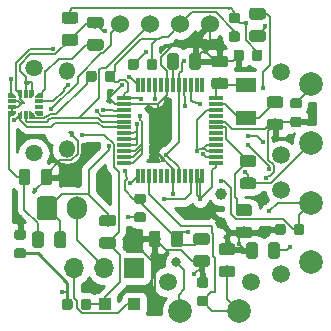
<source format=gbr>
G04 #@! TF.GenerationSoftware,KiCad,Pcbnew,(5.0.1)-rc2*
G04 #@! TF.CreationDate,2019-05-10T17:14:01-07:00*
G04 #@! TF.ProjectId,bullercounter,62756C6C6572636F756E7465722E6B69,rev?*
G04 #@! TF.SameCoordinates,Original*
G04 #@! TF.FileFunction,Copper,L2,Bot,Signal*
G04 #@! TF.FilePolarity,Positive*
%FSLAX46Y46*%
G04 Gerber Fmt 4.6, Leading zero omitted, Abs format (unit mm)*
G04 Created by KiCad (PCBNEW (5.0.1)-rc2) date 5/10/2019 5:14:01 PM*
%MOMM*%
%LPD*%
G01*
G04 APERTURE LIST*
G04 #@! TA.AperFunction,ComponentPad*
%ADD10C,1.000000*%
G04 #@! TD*
G04 #@! TA.AperFunction,WasherPad*
%ADD11C,1.500000*%
G04 #@! TD*
G04 #@! TA.AperFunction,ComponentPad*
%ADD12C,2.000000*%
G04 #@! TD*
G04 #@! TA.AperFunction,ComponentPad*
%ADD13O,1.350000X1.500000*%
G04 #@! TD*
G04 #@! TA.AperFunction,ComponentPad*
%ADD14O,1.500000X1.350000*%
G04 #@! TD*
G04 #@! TA.AperFunction,Conductor*
%ADD15C,0.100000*%
G04 #@! TD*
G04 #@! TA.AperFunction,SMDPad,CuDef*
%ADD16C,0.975000*%
G04 #@! TD*
G04 #@! TA.AperFunction,SMDPad,CuDef*
%ADD17R,1.000000X1.000000*%
G04 #@! TD*
G04 #@! TA.AperFunction,SMDPad,CuDef*
%ADD18C,0.875000*%
G04 #@! TD*
G04 #@! TA.AperFunction,SMDPad,CuDef*
%ADD19R,1.250000X0.350000*%
G04 #@! TD*
G04 #@! TA.AperFunction,SMDPad,CuDef*
%ADD20R,0.350000X1.250000*%
G04 #@! TD*
G04 #@! TA.AperFunction,SMDPad,CuDef*
%ADD21C,0.400000*%
G04 #@! TD*
G04 #@! TA.AperFunction,SMDPad,CuDef*
%ADD22R,0.675000X0.400000*%
G04 #@! TD*
G04 #@! TA.AperFunction,SMDPad,CuDef*
%ADD23R,0.400000X0.675000*%
G04 #@! TD*
G04 #@! TA.AperFunction,SMDPad,CuDef*
%ADD24R,1.800000X1.300000*%
G04 #@! TD*
G04 #@! TA.AperFunction,ComponentPad*
%ADD25C,1.700000*%
G04 #@! TD*
G04 #@! TA.AperFunction,ComponentPad*
%ADD26O,1.700000X2.000000*%
G04 #@! TD*
G04 #@! TA.AperFunction,ComponentPad*
%ADD27C,1.524000*%
G04 #@! TD*
G04 #@! TA.AperFunction,ComponentPad*
%ADD28R,1.700000X1.700000*%
G04 #@! TD*
G04 #@! TA.AperFunction,ComponentPad*
%ADD29O,1.700000X1.700000*%
G04 #@! TD*
G04 #@! TA.AperFunction,ViaPad*
%ADD30C,0.400000*%
G04 #@! TD*
G04 #@! TA.AperFunction,ViaPad*
%ADD31C,0.800000*%
G04 #@! TD*
G04 #@! TA.AperFunction,Conductor*
%ADD32C,0.152400*%
G04 #@! TD*
G04 #@! TA.AperFunction,Conductor*
%ADD33C,0.250000*%
G04 #@! TD*
G04 #@! TA.AperFunction,Conductor*
%ADD34C,0.254000*%
G04 #@! TD*
G04 APERTURE END LIST*
D10*
G04 #@! TO.P,U5,1*
G04 #@! TO.N,Net-(C1-Pad2)*
X198120000Y-119166000D03*
G04 #@! TO.P,U5,2*
G04 #@! TO.N,BattRtn*
X198120000Y-121666000D03*
G04 #@! TD*
D11*
G04 #@! TO.P,SW4,*
G04 #@! TO.N,*
X200684000Y-126615820D03*
X193604000Y-126615820D03*
D12*
G04 #@! TO.P,SW4,2*
G04 #@! TO.N,Fun_Btn_2*
X199644000Y-129115820D03*
G04 #@! TO.P,SW4,1*
G04 #@! TO.N,Vdd*
X194644000Y-129115820D03*
G04 #@! TD*
D11*
G04 #@! TO.P,SW5,*
G04 #@! TO.N,*
X203240000Y-118872000D03*
X203240000Y-125952000D03*
D12*
G04 #@! TO.P,SW5,2*
G04 #@! TO.N,Fun_Btn_3*
X205740000Y-119912000D03*
G04 #@! TO.P,SW5,1*
G04 #@! TO.N,Vdd*
X205740000Y-124912000D03*
G04 #@! TD*
D11*
G04 #@! TO.P,SW3,*
G04 #@! TO.N,*
X203240000Y-108839000D03*
X203240000Y-115919000D03*
D12*
G04 #@! TO.P,SW3,2*
G04 #@! TO.N,Fun_Btn_1*
X205740000Y-109879000D03*
G04 #@! TO.P,SW3,1*
G04 #@! TO.N,Vdd*
X205740000Y-114879000D03*
G04 #@! TD*
D13*
G04 #@! TO.P,J1,*
G04 #@! TO.N,*
X185073000Y-115352000D03*
X185073000Y-108752000D03*
D14*
X182273000Y-115697000D03*
X182273000Y-108497000D03*
G04 #@! TD*
D15*
G04 #@! TO.N,BattRtn*
G04 #@! TO.C,C16*
G36*
X196198642Y-107251174D02*
X196222303Y-107254684D01*
X196245507Y-107260496D01*
X196268029Y-107268554D01*
X196289653Y-107278782D01*
X196310170Y-107291079D01*
X196329383Y-107305329D01*
X196347107Y-107321393D01*
X196363171Y-107339117D01*
X196377421Y-107358330D01*
X196389718Y-107378847D01*
X196399946Y-107400471D01*
X196408004Y-107422993D01*
X196413816Y-107446197D01*
X196417326Y-107469858D01*
X196418500Y-107493750D01*
X196418500Y-108406250D01*
X196417326Y-108430142D01*
X196413816Y-108453803D01*
X196408004Y-108477007D01*
X196399946Y-108499529D01*
X196389718Y-108521153D01*
X196377421Y-108541670D01*
X196363171Y-108560883D01*
X196347107Y-108578607D01*
X196329383Y-108594671D01*
X196310170Y-108608921D01*
X196289653Y-108621218D01*
X196268029Y-108631446D01*
X196245507Y-108639504D01*
X196222303Y-108645316D01*
X196198642Y-108648826D01*
X196174750Y-108650000D01*
X195687250Y-108650000D01*
X195663358Y-108648826D01*
X195639697Y-108645316D01*
X195616493Y-108639504D01*
X195593971Y-108631446D01*
X195572347Y-108621218D01*
X195551830Y-108608921D01*
X195532617Y-108594671D01*
X195514893Y-108578607D01*
X195498829Y-108560883D01*
X195484579Y-108541670D01*
X195472282Y-108521153D01*
X195462054Y-108499529D01*
X195453996Y-108477007D01*
X195448184Y-108453803D01*
X195444674Y-108430142D01*
X195443500Y-108406250D01*
X195443500Y-107493750D01*
X195444674Y-107469858D01*
X195448184Y-107446197D01*
X195453996Y-107422993D01*
X195462054Y-107400471D01*
X195472282Y-107378847D01*
X195484579Y-107358330D01*
X195498829Y-107339117D01*
X195514893Y-107321393D01*
X195532617Y-107305329D01*
X195551830Y-107291079D01*
X195572347Y-107278782D01*
X195593971Y-107268554D01*
X195616493Y-107260496D01*
X195639697Y-107254684D01*
X195663358Y-107251174D01*
X195687250Y-107250000D01*
X196174750Y-107250000D01*
X196198642Y-107251174D01*
X196198642Y-107251174D01*
G37*
D16*
G04 #@! TD*
G04 #@! TO.P,C16,2*
G04 #@! TO.N,BattRtn*
X195931000Y-107950000D03*
D15*
G04 #@! TO.N,/VDDCORE*
G04 #@! TO.C,C16*
G36*
X194323642Y-107251174D02*
X194347303Y-107254684D01*
X194370507Y-107260496D01*
X194393029Y-107268554D01*
X194414653Y-107278782D01*
X194435170Y-107291079D01*
X194454383Y-107305329D01*
X194472107Y-107321393D01*
X194488171Y-107339117D01*
X194502421Y-107358330D01*
X194514718Y-107378847D01*
X194524946Y-107400471D01*
X194533004Y-107422993D01*
X194538816Y-107446197D01*
X194542326Y-107469858D01*
X194543500Y-107493750D01*
X194543500Y-108406250D01*
X194542326Y-108430142D01*
X194538816Y-108453803D01*
X194533004Y-108477007D01*
X194524946Y-108499529D01*
X194514718Y-108521153D01*
X194502421Y-108541670D01*
X194488171Y-108560883D01*
X194472107Y-108578607D01*
X194454383Y-108594671D01*
X194435170Y-108608921D01*
X194414653Y-108621218D01*
X194393029Y-108631446D01*
X194370507Y-108639504D01*
X194347303Y-108645316D01*
X194323642Y-108648826D01*
X194299750Y-108650000D01*
X193812250Y-108650000D01*
X193788358Y-108648826D01*
X193764697Y-108645316D01*
X193741493Y-108639504D01*
X193718971Y-108631446D01*
X193697347Y-108621218D01*
X193676830Y-108608921D01*
X193657617Y-108594671D01*
X193639893Y-108578607D01*
X193623829Y-108560883D01*
X193609579Y-108541670D01*
X193597282Y-108521153D01*
X193587054Y-108499529D01*
X193578996Y-108477007D01*
X193573184Y-108453803D01*
X193569674Y-108430142D01*
X193568500Y-108406250D01*
X193568500Y-107493750D01*
X193569674Y-107469858D01*
X193573184Y-107446197D01*
X193578996Y-107422993D01*
X193587054Y-107400471D01*
X193597282Y-107378847D01*
X193609579Y-107358330D01*
X193623829Y-107339117D01*
X193639893Y-107321393D01*
X193657617Y-107305329D01*
X193676830Y-107291079D01*
X193697347Y-107278782D01*
X193718971Y-107268554D01*
X193741493Y-107260496D01*
X193764697Y-107254684D01*
X193788358Y-107251174D01*
X193812250Y-107250000D01*
X194299750Y-107250000D01*
X194323642Y-107251174D01*
X194323642Y-107251174D01*
G37*
D16*
G04 #@! TD*
G04 #@! TO.P,C16,1*
G04 #@! TO.N,/VDDCORE*
X194056000Y-107950000D03*
D15*
G04 #@! TO.N,Net-(C1-Pad2)*
G04 #@! TO.C,C1*
G36*
X201680142Y-103438674D02*
X201703803Y-103442184D01*
X201727007Y-103447996D01*
X201749529Y-103456054D01*
X201771153Y-103466282D01*
X201791670Y-103478579D01*
X201810883Y-103492829D01*
X201828607Y-103508893D01*
X201844671Y-103526617D01*
X201858921Y-103545830D01*
X201871218Y-103566347D01*
X201881446Y-103587971D01*
X201889504Y-103610493D01*
X201895316Y-103633697D01*
X201898826Y-103657358D01*
X201900000Y-103681250D01*
X201900000Y-104168750D01*
X201898826Y-104192642D01*
X201895316Y-104216303D01*
X201889504Y-104239507D01*
X201881446Y-104262029D01*
X201871218Y-104283653D01*
X201858921Y-104304170D01*
X201844671Y-104323383D01*
X201828607Y-104341107D01*
X201810883Y-104357171D01*
X201791670Y-104371421D01*
X201771153Y-104383718D01*
X201749529Y-104393946D01*
X201727007Y-104402004D01*
X201703803Y-104407816D01*
X201680142Y-104411326D01*
X201656250Y-104412500D01*
X200743750Y-104412500D01*
X200719858Y-104411326D01*
X200696197Y-104407816D01*
X200672993Y-104402004D01*
X200650471Y-104393946D01*
X200628847Y-104383718D01*
X200608330Y-104371421D01*
X200589117Y-104357171D01*
X200571393Y-104341107D01*
X200555329Y-104323383D01*
X200541079Y-104304170D01*
X200528782Y-104283653D01*
X200518554Y-104262029D01*
X200510496Y-104239507D01*
X200504684Y-104216303D01*
X200501174Y-104192642D01*
X200500000Y-104168750D01*
X200500000Y-103681250D01*
X200501174Y-103657358D01*
X200504684Y-103633697D01*
X200510496Y-103610493D01*
X200518554Y-103587971D01*
X200528782Y-103566347D01*
X200541079Y-103545830D01*
X200555329Y-103526617D01*
X200571393Y-103508893D01*
X200589117Y-103492829D01*
X200608330Y-103478579D01*
X200628847Y-103466282D01*
X200650471Y-103456054D01*
X200672993Y-103447996D01*
X200696197Y-103442184D01*
X200719858Y-103438674D01*
X200743750Y-103437500D01*
X201656250Y-103437500D01*
X201680142Y-103438674D01*
X201680142Y-103438674D01*
G37*
D16*
G04 #@! TD*
G04 #@! TO.P,C1,2*
G04 #@! TO.N,Net-(C1-Pad2)*
X201200000Y-103925000D03*
D15*
G04 #@! TO.N,Net-(C1-Pad1)*
G04 #@! TO.C,C1*
G36*
X201680142Y-105313674D02*
X201703803Y-105317184D01*
X201727007Y-105322996D01*
X201749529Y-105331054D01*
X201771153Y-105341282D01*
X201791670Y-105353579D01*
X201810883Y-105367829D01*
X201828607Y-105383893D01*
X201844671Y-105401617D01*
X201858921Y-105420830D01*
X201871218Y-105441347D01*
X201881446Y-105462971D01*
X201889504Y-105485493D01*
X201895316Y-105508697D01*
X201898826Y-105532358D01*
X201900000Y-105556250D01*
X201900000Y-106043750D01*
X201898826Y-106067642D01*
X201895316Y-106091303D01*
X201889504Y-106114507D01*
X201881446Y-106137029D01*
X201871218Y-106158653D01*
X201858921Y-106179170D01*
X201844671Y-106198383D01*
X201828607Y-106216107D01*
X201810883Y-106232171D01*
X201791670Y-106246421D01*
X201771153Y-106258718D01*
X201749529Y-106268946D01*
X201727007Y-106277004D01*
X201703803Y-106282816D01*
X201680142Y-106286326D01*
X201656250Y-106287500D01*
X200743750Y-106287500D01*
X200719858Y-106286326D01*
X200696197Y-106282816D01*
X200672993Y-106277004D01*
X200650471Y-106268946D01*
X200628847Y-106258718D01*
X200608330Y-106246421D01*
X200589117Y-106232171D01*
X200571393Y-106216107D01*
X200555329Y-106198383D01*
X200541079Y-106179170D01*
X200528782Y-106158653D01*
X200518554Y-106137029D01*
X200510496Y-106114507D01*
X200504684Y-106091303D01*
X200501174Y-106067642D01*
X200500000Y-106043750D01*
X200500000Y-105556250D01*
X200501174Y-105532358D01*
X200504684Y-105508697D01*
X200510496Y-105485493D01*
X200518554Y-105462971D01*
X200528782Y-105441347D01*
X200541079Y-105420830D01*
X200555329Y-105401617D01*
X200571393Y-105383893D01*
X200589117Y-105367829D01*
X200608330Y-105353579D01*
X200628847Y-105341282D01*
X200650471Y-105331054D01*
X200672993Y-105322996D01*
X200696197Y-105317184D01*
X200719858Y-105313674D01*
X200743750Y-105312500D01*
X201656250Y-105312500D01*
X201680142Y-105313674D01*
X201680142Y-105313674D01*
G37*
D16*
G04 #@! TD*
G04 #@! TO.P,C1,1*
G04 #@! TO.N,Net-(C1-Pad1)*
X201200000Y-105800000D03*
D15*
G04 #@! TO.N,BattRtn*
G04 #@! TO.C,C2*
G36*
X185798542Y-105655674D02*
X185822203Y-105659184D01*
X185845407Y-105664996D01*
X185867929Y-105673054D01*
X185889553Y-105683282D01*
X185910070Y-105695579D01*
X185929283Y-105709829D01*
X185947007Y-105725893D01*
X185963071Y-105743617D01*
X185977321Y-105762830D01*
X185989618Y-105783347D01*
X185999846Y-105804971D01*
X186007904Y-105827493D01*
X186013716Y-105850697D01*
X186017226Y-105874358D01*
X186018400Y-105898250D01*
X186018400Y-106385750D01*
X186017226Y-106409642D01*
X186013716Y-106433303D01*
X186007904Y-106456507D01*
X185999846Y-106479029D01*
X185989618Y-106500653D01*
X185977321Y-106521170D01*
X185963071Y-106540383D01*
X185947007Y-106558107D01*
X185929283Y-106574171D01*
X185910070Y-106588421D01*
X185889553Y-106600718D01*
X185867929Y-106610946D01*
X185845407Y-106619004D01*
X185822203Y-106624816D01*
X185798542Y-106628326D01*
X185774650Y-106629500D01*
X184862150Y-106629500D01*
X184838258Y-106628326D01*
X184814597Y-106624816D01*
X184791393Y-106619004D01*
X184768871Y-106610946D01*
X184747247Y-106600718D01*
X184726730Y-106588421D01*
X184707517Y-106574171D01*
X184689793Y-106558107D01*
X184673729Y-106540383D01*
X184659479Y-106521170D01*
X184647182Y-106500653D01*
X184636954Y-106479029D01*
X184628896Y-106456507D01*
X184623084Y-106433303D01*
X184619574Y-106409642D01*
X184618400Y-106385750D01*
X184618400Y-105898250D01*
X184619574Y-105874358D01*
X184623084Y-105850697D01*
X184628896Y-105827493D01*
X184636954Y-105804971D01*
X184647182Y-105783347D01*
X184659479Y-105762830D01*
X184673729Y-105743617D01*
X184689793Y-105725893D01*
X184707517Y-105709829D01*
X184726730Y-105695579D01*
X184747247Y-105683282D01*
X184768871Y-105673054D01*
X184791393Y-105664996D01*
X184814597Y-105659184D01*
X184838258Y-105655674D01*
X184862150Y-105654500D01*
X185774650Y-105654500D01*
X185798542Y-105655674D01*
X185798542Y-105655674D01*
G37*
D16*
G04 #@! TD*
G04 #@! TO.P,C2,2*
G04 #@! TO.N,BattRtn*
X185318400Y-106142000D03*
D15*
G04 #@! TO.N,Net-(C2-Pad1)*
G04 #@! TO.C,C2*
G36*
X185798542Y-103780674D02*
X185822203Y-103784184D01*
X185845407Y-103789996D01*
X185867929Y-103798054D01*
X185889553Y-103808282D01*
X185910070Y-103820579D01*
X185929283Y-103834829D01*
X185947007Y-103850893D01*
X185963071Y-103868617D01*
X185977321Y-103887830D01*
X185989618Y-103908347D01*
X185999846Y-103929971D01*
X186007904Y-103952493D01*
X186013716Y-103975697D01*
X186017226Y-103999358D01*
X186018400Y-104023250D01*
X186018400Y-104510750D01*
X186017226Y-104534642D01*
X186013716Y-104558303D01*
X186007904Y-104581507D01*
X185999846Y-104604029D01*
X185989618Y-104625653D01*
X185977321Y-104646170D01*
X185963071Y-104665383D01*
X185947007Y-104683107D01*
X185929283Y-104699171D01*
X185910070Y-104713421D01*
X185889553Y-104725718D01*
X185867929Y-104735946D01*
X185845407Y-104744004D01*
X185822203Y-104749816D01*
X185798542Y-104753326D01*
X185774650Y-104754500D01*
X184862150Y-104754500D01*
X184838258Y-104753326D01*
X184814597Y-104749816D01*
X184791393Y-104744004D01*
X184768871Y-104735946D01*
X184747247Y-104725718D01*
X184726730Y-104713421D01*
X184707517Y-104699171D01*
X184689793Y-104683107D01*
X184673729Y-104665383D01*
X184659479Y-104646170D01*
X184647182Y-104625653D01*
X184636954Y-104604029D01*
X184628896Y-104581507D01*
X184623084Y-104558303D01*
X184619574Y-104534642D01*
X184618400Y-104510750D01*
X184618400Y-104023250D01*
X184619574Y-103999358D01*
X184623084Y-103975697D01*
X184628896Y-103952493D01*
X184636954Y-103929971D01*
X184647182Y-103908347D01*
X184659479Y-103887830D01*
X184673729Y-103868617D01*
X184689793Y-103850893D01*
X184707517Y-103834829D01*
X184726730Y-103820579D01*
X184747247Y-103808282D01*
X184768871Y-103798054D01*
X184791393Y-103789996D01*
X184814597Y-103784184D01*
X184838258Y-103780674D01*
X184862150Y-103779500D01*
X185774650Y-103779500D01*
X185798542Y-103780674D01*
X185798542Y-103780674D01*
G37*
D16*
G04 #@! TD*
G04 #@! TO.P,C2,1*
G04 #@! TO.N,Net-(C2-Pad1)*
X185318400Y-104267000D03*
D15*
G04 #@! TO.N,/VDDANA*
G04 #@! TO.C,C15*
G36*
X200530142Y-120063674D02*
X200553803Y-120067184D01*
X200577007Y-120072996D01*
X200599529Y-120081054D01*
X200621153Y-120091282D01*
X200641670Y-120103579D01*
X200660883Y-120117829D01*
X200678607Y-120133893D01*
X200694671Y-120151617D01*
X200708921Y-120170830D01*
X200721218Y-120191347D01*
X200731446Y-120212971D01*
X200739504Y-120235493D01*
X200745316Y-120258697D01*
X200748826Y-120282358D01*
X200750000Y-120306250D01*
X200750000Y-120793750D01*
X200748826Y-120817642D01*
X200745316Y-120841303D01*
X200739504Y-120864507D01*
X200731446Y-120887029D01*
X200721218Y-120908653D01*
X200708921Y-120929170D01*
X200694671Y-120948383D01*
X200678607Y-120966107D01*
X200660883Y-120982171D01*
X200641670Y-120996421D01*
X200621153Y-121008718D01*
X200599529Y-121018946D01*
X200577007Y-121027004D01*
X200553803Y-121032816D01*
X200530142Y-121036326D01*
X200506250Y-121037500D01*
X199593750Y-121037500D01*
X199569858Y-121036326D01*
X199546197Y-121032816D01*
X199522993Y-121027004D01*
X199500471Y-121018946D01*
X199478847Y-121008718D01*
X199458330Y-120996421D01*
X199439117Y-120982171D01*
X199421393Y-120966107D01*
X199405329Y-120948383D01*
X199391079Y-120929170D01*
X199378782Y-120908653D01*
X199368554Y-120887029D01*
X199360496Y-120864507D01*
X199354684Y-120841303D01*
X199351174Y-120817642D01*
X199350000Y-120793750D01*
X199350000Y-120306250D01*
X199351174Y-120282358D01*
X199354684Y-120258697D01*
X199360496Y-120235493D01*
X199368554Y-120212971D01*
X199378782Y-120191347D01*
X199391079Y-120170830D01*
X199405329Y-120151617D01*
X199421393Y-120133893D01*
X199439117Y-120117829D01*
X199458330Y-120103579D01*
X199478847Y-120091282D01*
X199500471Y-120081054D01*
X199522993Y-120072996D01*
X199546197Y-120067184D01*
X199569858Y-120063674D01*
X199593750Y-120062500D01*
X200506250Y-120062500D01*
X200530142Y-120063674D01*
X200530142Y-120063674D01*
G37*
D16*
G04 #@! TD*
G04 #@! TO.P,C15,1*
G04 #@! TO.N,/VDDANA*
X200050000Y-120550000D03*
D15*
G04 #@! TO.N,BattRtn*
G04 #@! TO.C,C15*
G36*
X200530142Y-121938674D02*
X200553803Y-121942184D01*
X200577007Y-121947996D01*
X200599529Y-121956054D01*
X200621153Y-121966282D01*
X200641670Y-121978579D01*
X200660883Y-121992829D01*
X200678607Y-122008893D01*
X200694671Y-122026617D01*
X200708921Y-122045830D01*
X200721218Y-122066347D01*
X200731446Y-122087971D01*
X200739504Y-122110493D01*
X200745316Y-122133697D01*
X200748826Y-122157358D01*
X200750000Y-122181250D01*
X200750000Y-122668750D01*
X200748826Y-122692642D01*
X200745316Y-122716303D01*
X200739504Y-122739507D01*
X200731446Y-122762029D01*
X200721218Y-122783653D01*
X200708921Y-122804170D01*
X200694671Y-122823383D01*
X200678607Y-122841107D01*
X200660883Y-122857171D01*
X200641670Y-122871421D01*
X200621153Y-122883718D01*
X200599529Y-122893946D01*
X200577007Y-122902004D01*
X200553803Y-122907816D01*
X200530142Y-122911326D01*
X200506250Y-122912500D01*
X199593750Y-122912500D01*
X199569858Y-122911326D01*
X199546197Y-122907816D01*
X199522993Y-122902004D01*
X199500471Y-122893946D01*
X199478847Y-122883718D01*
X199458330Y-122871421D01*
X199439117Y-122857171D01*
X199421393Y-122841107D01*
X199405329Y-122823383D01*
X199391079Y-122804170D01*
X199378782Y-122783653D01*
X199368554Y-122762029D01*
X199360496Y-122739507D01*
X199354684Y-122716303D01*
X199351174Y-122692642D01*
X199350000Y-122668750D01*
X199350000Y-122181250D01*
X199351174Y-122157358D01*
X199354684Y-122133697D01*
X199360496Y-122110493D01*
X199368554Y-122087971D01*
X199378782Y-122066347D01*
X199391079Y-122045830D01*
X199405329Y-122026617D01*
X199421393Y-122008893D01*
X199439117Y-121992829D01*
X199458330Y-121978579D01*
X199478847Y-121966282D01*
X199500471Y-121956054D01*
X199522993Y-121947996D01*
X199546197Y-121942184D01*
X199569858Y-121938674D01*
X199593750Y-121937500D01*
X200506250Y-121937500D01*
X200530142Y-121938674D01*
X200530142Y-121938674D01*
G37*
D16*
G04 #@! TD*
G04 #@! TO.P,C15,2*
G04 #@! TO.N,BattRtn*
X200050000Y-122425000D03*
D15*
G04 #@! TO.N,/BatteryManagement/Batt-*
G04 #@! TO.C,C19*
G36*
X188998942Y-120953374D02*
X189022603Y-120956884D01*
X189045807Y-120962696D01*
X189068329Y-120970754D01*
X189089953Y-120980982D01*
X189110470Y-120993279D01*
X189129683Y-121007529D01*
X189147407Y-121023593D01*
X189163471Y-121041317D01*
X189177721Y-121060530D01*
X189190018Y-121081047D01*
X189200246Y-121102671D01*
X189208304Y-121125193D01*
X189214116Y-121148397D01*
X189217626Y-121172058D01*
X189218800Y-121195950D01*
X189218800Y-121683450D01*
X189217626Y-121707342D01*
X189214116Y-121731003D01*
X189208304Y-121754207D01*
X189200246Y-121776729D01*
X189190018Y-121798353D01*
X189177721Y-121818870D01*
X189163471Y-121838083D01*
X189147407Y-121855807D01*
X189129683Y-121871871D01*
X189110470Y-121886121D01*
X189089953Y-121898418D01*
X189068329Y-121908646D01*
X189045807Y-121916704D01*
X189022603Y-121922516D01*
X188998942Y-121926026D01*
X188975050Y-121927200D01*
X188062550Y-121927200D01*
X188038658Y-121926026D01*
X188014997Y-121922516D01*
X187991793Y-121916704D01*
X187969271Y-121908646D01*
X187947647Y-121898418D01*
X187927130Y-121886121D01*
X187907917Y-121871871D01*
X187890193Y-121855807D01*
X187874129Y-121838083D01*
X187859879Y-121818870D01*
X187847582Y-121798353D01*
X187837354Y-121776729D01*
X187829296Y-121754207D01*
X187823484Y-121731003D01*
X187819974Y-121707342D01*
X187818800Y-121683450D01*
X187818800Y-121195950D01*
X187819974Y-121172058D01*
X187823484Y-121148397D01*
X187829296Y-121125193D01*
X187837354Y-121102671D01*
X187847582Y-121081047D01*
X187859879Y-121060530D01*
X187874129Y-121041317D01*
X187890193Y-121023593D01*
X187907917Y-121007529D01*
X187927130Y-120993279D01*
X187947647Y-120980982D01*
X187969271Y-120970754D01*
X187991793Y-120962696D01*
X188014997Y-120956884D01*
X188038658Y-120953374D01*
X188062550Y-120952200D01*
X188975050Y-120952200D01*
X188998942Y-120953374D01*
X188998942Y-120953374D01*
G37*
D16*
G04 #@! TD*
G04 #@! TO.P,C19,2*
G04 #@! TO.N,/BatteryManagement/Batt-*
X188518800Y-121439700D03*
D15*
G04 #@! TO.N,BattPwr*
G04 #@! TO.C,C19*
G36*
X188998942Y-122828374D02*
X189022603Y-122831884D01*
X189045807Y-122837696D01*
X189068329Y-122845754D01*
X189089953Y-122855982D01*
X189110470Y-122868279D01*
X189129683Y-122882529D01*
X189147407Y-122898593D01*
X189163471Y-122916317D01*
X189177721Y-122935530D01*
X189190018Y-122956047D01*
X189200246Y-122977671D01*
X189208304Y-123000193D01*
X189214116Y-123023397D01*
X189217626Y-123047058D01*
X189218800Y-123070950D01*
X189218800Y-123558450D01*
X189217626Y-123582342D01*
X189214116Y-123606003D01*
X189208304Y-123629207D01*
X189200246Y-123651729D01*
X189190018Y-123673353D01*
X189177721Y-123693870D01*
X189163471Y-123713083D01*
X189147407Y-123730807D01*
X189129683Y-123746871D01*
X189110470Y-123761121D01*
X189089953Y-123773418D01*
X189068329Y-123783646D01*
X189045807Y-123791704D01*
X189022603Y-123797516D01*
X188998942Y-123801026D01*
X188975050Y-123802200D01*
X188062550Y-123802200D01*
X188038658Y-123801026D01*
X188014997Y-123797516D01*
X187991793Y-123791704D01*
X187969271Y-123783646D01*
X187947647Y-123773418D01*
X187927130Y-123761121D01*
X187907917Y-123746871D01*
X187890193Y-123730807D01*
X187874129Y-123713083D01*
X187859879Y-123693870D01*
X187847582Y-123673353D01*
X187837354Y-123651729D01*
X187829296Y-123629207D01*
X187823484Y-123606003D01*
X187819974Y-123582342D01*
X187818800Y-123558450D01*
X187818800Y-123070950D01*
X187819974Y-123047058D01*
X187823484Y-123023397D01*
X187829296Y-123000193D01*
X187837354Y-122977671D01*
X187847582Y-122956047D01*
X187859879Y-122935530D01*
X187874129Y-122916317D01*
X187890193Y-122898593D01*
X187907917Y-122882529D01*
X187927130Y-122868279D01*
X187947647Y-122855982D01*
X187969271Y-122845754D01*
X187991793Y-122837696D01*
X188014997Y-122831884D01*
X188038658Y-122828374D01*
X188062550Y-122827200D01*
X188975050Y-122827200D01*
X188998942Y-122828374D01*
X188998942Y-122828374D01*
G37*
D16*
G04 #@! TD*
G04 #@! TO.P,C19,1*
G04 #@! TO.N,BattPwr*
X188518800Y-123314700D03*
D15*
G04 #@! TO.N,Vdd*
G04 #@! TO.C,C21*
G36*
X182892642Y-122351174D02*
X182916303Y-122354684D01*
X182939507Y-122360496D01*
X182962029Y-122368554D01*
X182983653Y-122378782D01*
X183004170Y-122391079D01*
X183023383Y-122405329D01*
X183041107Y-122421393D01*
X183057171Y-122439117D01*
X183071421Y-122458330D01*
X183083718Y-122478847D01*
X183093946Y-122500471D01*
X183102004Y-122522993D01*
X183107816Y-122546197D01*
X183111326Y-122569858D01*
X183112500Y-122593750D01*
X183112500Y-123506250D01*
X183111326Y-123530142D01*
X183107816Y-123553803D01*
X183102004Y-123577007D01*
X183093946Y-123599529D01*
X183083718Y-123621153D01*
X183071421Y-123641670D01*
X183057171Y-123660883D01*
X183041107Y-123678607D01*
X183023383Y-123694671D01*
X183004170Y-123708921D01*
X182983653Y-123721218D01*
X182962029Y-123731446D01*
X182939507Y-123739504D01*
X182916303Y-123745316D01*
X182892642Y-123748826D01*
X182868750Y-123750000D01*
X182381250Y-123750000D01*
X182357358Y-123748826D01*
X182333697Y-123745316D01*
X182310493Y-123739504D01*
X182287971Y-123731446D01*
X182266347Y-123721218D01*
X182245830Y-123708921D01*
X182226617Y-123694671D01*
X182208893Y-123678607D01*
X182192829Y-123660883D01*
X182178579Y-123641670D01*
X182166282Y-123621153D01*
X182156054Y-123599529D01*
X182147996Y-123577007D01*
X182142184Y-123553803D01*
X182138674Y-123530142D01*
X182137500Y-123506250D01*
X182137500Y-122593750D01*
X182138674Y-122569858D01*
X182142184Y-122546197D01*
X182147996Y-122522993D01*
X182156054Y-122500471D01*
X182166282Y-122478847D01*
X182178579Y-122458330D01*
X182192829Y-122439117D01*
X182208893Y-122421393D01*
X182226617Y-122405329D01*
X182245830Y-122391079D01*
X182266347Y-122378782D01*
X182287971Y-122368554D01*
X182310493Y-122360496D01*
X182333697Y-122354684D01*
X182357358Y-122351174D01*
X182381250Y-122350000D01*
X182868750Y-122350000D01*
X182892642Y-122351174D01*
X182892642Y-122351174D01*
G37*
D16*
G04 #@! TD*
G04 #@! TO.P,C21,1*
G04 #@! TO.N,Vdd*
X182625000Y-123050000D03*
D15*
G04 #@! TO.N,/BatteryManagement/Batt-*
G04 #@! TO.C,C21*
G36*
X184767642Y-122351174D02*
X184791303Y-122354684D01*
X184814507Y-122360496D01*
X184837029Y-122368554D01*
X184858653Y-122378782D01*
X184879170Y-122391079D01*
X184898383Y-122405329D01*
X184916107Y-122421393D01*
X184932171Y-122439117D01*
X184946421Y-122458330D01*
X184958718Y-122478847D01*
X184968946Y-122500471D01*
X184977004Y-122522993D01*
X184982816Y-122546197D01*
X184986326Y-122569858D01*
X184987500Y-122593750D01*
X184987500Y-123506250D01*
X184986326Y-123530142D01*
X184982816Y-123553803D01*
X184977004Y-123577007D01*
X184968946Y-123599529D01*
X184958718Y-123621153D01*
X184946421Y-123641670D01*
X184932171Y-123660883D01*
X184916107Y-123678607D01*
X184898383Y-123694671D01*
X184879170Y-123708921D01*
X184858653Y-123721218D01*
X184837029Y-123731446D01*
X184814507Y-123739504D01*
X184791303Y-123745316D01*
X184767642Y-123748826D01*
X184743750Y-123750000D01*
X184256250Y-123750000D01*
X184232358Y-123748826D01*
X184208697Y-123745316D01*
X184185493Y-123739504D01*
X184162971Y-123731446D01*
X184141347Y-123721218D01*
X184120830Y-123708921D01*
X184101617Y-123694671D01*
X184083893Y-123678607D01*
X184067829Y-123660883D01*
X184053579Y-123641670D01*
X184041282Y-123621153D01*
X184031054Y-123599529D01*
X184022996Y-123577007D01*
X184017184Y-123553803D01*
X184013674Y-123530142D01*
X184012500Y-123506250D01*
X184012500Y-122593750D01*
X184013674Y-122569858D01*
X184017184Y-122546197D01*
X184022996Y-122522993D01*
X184031054Y-122500471D01*
X184041282Y-122478847D01*
X184053579Y-122458330D01*
X184067829Y-122439117D01*
X184083893Y-122421393D01*
X184101617Y-122405329D01*
X184120830Y-122391079D01*
X184141347Y-122378782D01*
X184162971Y-122368554D01*
X184185493Y-122360496D01*
X184208697Y-122354684D01*
X184232358Y-122351174D01*
X184256250Y-122350000D01*
X184743750Y-122350000D01*
X184767642Y-122351174D01*
X184767642Y-122351174D01*
G37*
D16*
G04 #@! TD*
G04 #@! TO.P,C21,2*
G04 #@! TO.N,/BatteryManagement/Batt-*
X184500000Y-123050000D03*
D17*
G04 #@! TO.P,D3,1*
G04 #@! TO.N,BattPwr*
X188289560Y-128516380D03*
G04 #@! TO.P,D3,2*
G04 #@! TO.N,Net-(D3-Pad2)*
X190789560Y-128516380D03*
G04 #@! TD*
D15*
G04 #@! TO.N,Net-(D1-Pad1)*
G04 #@! TO.C,R1*
G36*
X190943191Y-107730053D02*
X190964426Y-107733203D01*
X190985250Y-107738419D01*
X191005462Y-107745651D01*
X191024868Y-107754830D01*
X191043281Y-107765866D01*
X191060524Y-107778654D01*
X191076430Y-107793070D01*
X191090846Y-107808976D01*
X191103634Y-107826219D01*
X191114670Y-107844632D01*
X191123849Y-107864038D01*
X191131081Y-107884250D01*
X191136297Y-107905074D01*
X191139447Y-107926309D01*
X191140500Y-107947750D01*
X191140500Y-108460250D01*
X191139447Y-108481691D01*
X191136297Y-108502926D01*
X191131081Y-108523750D01*
X191123849Y-108543962D01*
X191114670Y-108563368D01*
X191103634Y-108581781D01*
X191090846Y-108599024D01*
X191076430Y-108614930D01*
X191060524Y-108629346D01*
X191043281Y-108642134D01*
X191024868Y-108653170D01*
X191005462Y-108662349D01*
X190985250Y-108669581D01*
X190964426Y-108674797D01*
X190943191Y-108677947D01*
X190921750Y-108679000D01*
X190484250Y-108679000D01*
X190462809Y-108677947D01*
X190441574Y-108674797D01*
X190420750Y-108669581D01*
X190400538Y-108662349D01*
X190381132Y-108653170D01*
X190362719Y-108642134D01*
X190345476Y-108629346D01*
X190329570Y-108614930D01*
X190315154Y-108599024D01*
X190302366Y-108581781D01*
X190291330Y-108563368D01*
X190282151Y-108543962D01*
X190274919Y-108523750D01*
X190269703Y-108502926D01*
X190266553Y-108481691D01*
X190265500Y-108460250D01*
X190265500Y-107947750D01*
X190266553Y-107926309D01*
X190269703Y-107905074D01*
X190274919Y-107884250D01*
X190282151Y-107864038D01*
X190291330Y-107844632D01*
X190302366Y-107826219D01*
X190315154Y-107808976D01*
X190329570Y-107793070D01*
X190345476Y-107778654D01*
X190362719Y-107765866D01*
X190381132Y-107754830D01*
X190400538Y-107745651D01*
X190420750Y-107738419D01*
X190441574Y-107733203D01*
X190462809Y-107730053D01*
X190484250Y-107729000D01*
X190921750Y-107729000D01*
X190943191Y-107730053D01*
X190943191Y-107730053D01*
G37*
D18*
G04 #@! TD*
G04 #@! TO.P,R1,1*
G04 #@! TO.N,Net-(D1-Pad1)*
X190703000Y-108204000D03*
D15*
G04 #@! TO.N,Vdd*
G04 #@! TO.C,R1*
G36*
X192518191Y-107730053D02*
X192539426Y-107733203D01*
X192560250Y-107738419D01*
X192580462Y-107745651D01*
X192599868Y-107754830D01*
X192618281Y-107765866D01*
X192635524Y-107778654D01*
X192651430Y-107793070D01*
X192665846Y-107808976D01*
X192678634Y-107826219D01*
X192689670Y-107844632D01*
X192698849Y-107864038D01*
X192706081Y-107884250D01*
X192711297Y-107905074D01*
X192714447Y-107926309D01*
X192715500Y-107947750D01*
X192715500Y-108460250D01*
X192714447Y-108481691D01*
X192711297Y-108502926D01*
X192706081Y-108523750D01*
X192698849Y-108543962D01*
X192689670Y-108563368D01*
X192678634Y-108581781D01*
X192665846Y-108599024D01*
X192651430Y-108614930D01*
X192635524Y-108629346D01*
X192618281Y-108642134D01*
X192599868Y-108653170D01*
X192580462Y-108662349D01*
X192560250Y-108669581D01*
X192539426Y-108674797D01*
X192518191Y-108677947D01*
X192496750Y-108679000D01*
X192059250Y-108679000D01*
X192037809Y-108677947D01*
X192016574Y-108674797D01*
X191995750Y-108669581D01*
X191975538Y-108662349D01*
X191956132Y-108653170D01*
X191937719Y-108642134D01*
X191920476Y-108629346D01*
X191904570Y-108614930D01*
X191890154Y-108599024D01*
X191877366Y-108581781D01*
X191866330Y-108563368D01*
X191857151Y-108543962D01*
X191849919Y-108523750D01*
X191844703Y-108502926D01*
X191841553Y-108481691D01*
X191840500Y-108460250D01*
X191840500Y-107947750D01*
X191841553Y-107926309D01*
X191844703Y-107905074D01*
X191849919Y-107884250D01*
X191857151Y-107864038D01*
X191866330Y-107844632D01*
X191877366Y-107826219D01*
X191890154Y-107808976D01*
X191904570Y-107793070D01*
X191920476Y-107778654D01*
X191937719Y-107765866D01*
X191956132Y-107754830D01*
X191975538Y-107745651D01*
X191995750Y-107738419D01*
X192016574Y-107733203D01*
X192037809Y-107730053D01*
X192059250Y-107729000D01*
X192496750Y-107729000D01*
X192518191Y-107730053D01*
X192518191Y-107730053D01*
G37*
D18*
G04 #@! TD*
G04 #@! TO.P,R1,2*
G04 #@! TO.N,Vdd*
X192278000Y-108204000D03*
D15*
G04 #@! TO.N,Net-(C1-Pad2)*
G04 #@! TO.C,R6*
G36*
X191539691Y-120721553D02*
X191560926Y-120724703D01*
X191581750Y-120729919D01*
X191601962Y-120737151D01*
X191621368Y-120746330D01*
X191639781Y-120757366D01*
X191657024Y-120770154D01*
X191672930Y-120784570D01*
X191687346Y-120800476D01*
X191700134Y-120817719D01*
X191711170Y-120836132D01*
X191720349Y-120855538D01*
X191727581Y-120875750D01*
X191732797Y-120896574D01*
X191735947Y-120917809D01*
X191737000Y-120939250D01*
X191737000Y-121376750D01*
X191735947Y-121398191D01*
X191732797Y-121419426D01*
X191727581Y-121440250D01*
X191720349Y-121460462D01*
X191711170Y-121479868D01*
X191700134Y-121498281D01*
X191687346Y-121515524D01*
X191672930Y-121531430D01*
X191657024Y-121545846D01*
X191639781Y-121558634D01*
X191621368Y-121569670D01*
X191601962Y-121578849D01*
X191581750Y-121586081D01*
X191560926Y-121591297D01*
X191539691Y-121594447D01*
X191518250Y-121595500D01*
X191005750Y-121595500D01*
X190984309Y-121594447D01*
X190963074Y-121591297D01*
X190942250Y-121586081D01*
X190922038Y-121578849D01*
X190902632Y-121569670D01*
X190884219Y-121558634D01*
X190866976Y-121545846D01*
X190851070Y-121531430D01*
X190836654Y-121515524D01*
X190823866Y-121498281D01*
X190812830Y-121479868D01*
X190803651Y-121460462D01*
X190796419Y-121440250D01*
X190791203Y-121419426D01*
X190788053Y-121398191D01*
X190787000Y-121376750D01*
X190787000Y-120939250D01*
X190788053Y-120917809D01*
X190791203Y-120896574D01*
X190796419Y-120875750D01*
X190803651Y-120855538D01*
X190812830Y-120836132D01*
X190823866Y-120817719D01*
X190836654Y-120800476D01*
X190851070Y-120784570D01*
X190866976Y-120770154D01*
X190884219Y-120757366D01*
X190902632Y-120746330D01*
X190922038Y-120737151D01*
X190942250Y-120729919D01*
X190963074Y-120724703D01*
X190984309Y-120721553D01*
X191005750Y-120720500D01*
X191518250Y-120720500D01*
X191539691Y-120721553D01*
X191539691Y-120721553D01*
G37*
D18*
G04 #@! TD*
G04 #@! TO.P,R6,1*
G04 #@! TO.N,Net-(C1-Pad2)*
X191262000Y-121158000D03*
D15*
G04 #@! TO.N,Vdd*
G04 #@! TO.C,R6*
G36*
X191539691Y-119146553D02*
X191560926Y-119149703D01*
X191581750Y-119154919D01*
X191601962Y-119162151D01*
X191621368Y-119171330D01*
X191639781Y-119182366D01*
X191657024Y-119195154D01*
X191672930Y-119209570D01*
X191687346Y-119225476D01*
X191700134Y-119242719D01*
X191711170Y-119261132D01*
X191720349Y-119280538D01*
X191727581Y-119300750D01*
X191732797Y-119321574D01*
X191735947Y-119342809D01*
X191737000Y-119364250D01*
X191737000Y-119801750D01*
X191735947Y-119823191D01*
X191732797Y-119844426D01*
X191727581Y-119865250D01*
X191720349Y-119885462D01*
X191711170Y-119904868D01*
X191700134Y-119923281D01*
X191687346Y-119940524D01*
X191672930Y-119956430D01*
X191657024Y-119970846D01*
X191639781Y-119983634D01*
X191621368Y-119994670D01*
X191601962Y-120003849D01*
X191581750Y-120011081D01*
X191560926Y-120016297D01*
X191539691Y-120019447D01*
X191518250Y-120020500D01*
X191005750Y-120020500D01*
X190984309Y-120019447D01*
X190963074Y-120016297D01*
X190942250Y-120011081D01*
X190922038Y-120003849D01*
X190902632Y-119994670D01*
X190884219Y-119983634D01*
X190866976Y-119970846D01*
X190851070Y-119956430D01*
X190836654Y-119940524D01*
X190823866Y-119923281D01*
X190812830Y-119904868D01*
X190803651Y-119885462D01*
X190796419Y-119865250D01*
X190791203Y-119844426D01*
X190788053Y-119823191D01*
X190787000Y-119801750D01*
X190787000Y-119364250D01*
X190788053Y-119342809D01*
X190791203Y-119321574D01*
X190796419Y-119300750D01*
X190803651Y-119280538D01*
X190812830Y-119261132D01*
X190823866Y-119242719D01*
X190836654Y-119225476D01*
X190851070Y-119209570D01*
X190866976Y-119195154D01*
X190884219Y-119182366D01*
X190902632Y-119171330D01*
X190922038Y-119162151D01*
X190942250Y-119154919D01*
X190963074Y-119149703D01*
X190984309Y-119146553D01*
X191005750Y-119145500D01*
X191518250Y-119145500D01*
X191539691Y-119146553D01*
X191539691Y-119146553D01*
G37*
D18*
G04 #@! TD*
G04 #@! TO.P,R6,2*
G04 #@! TO.N,Vdd*
X191262000Y-119583000D03*
D15*
G04 #@! TO.N,Vdd*
G04 #@! TO.C,R8*
G36*
X199527991Y-105415513D02*
X199549226Y-105418663D01*
X199570050Y-105423879D01*
X199590262Y-105431111D01*
X199609668Y-105440290D01*
X199628081Y-105451326D01*
X199645324Y-105464114D01*
X199661230Y-105478530D01*
X199675646Y-105494436D01*
X199688434Y-105511679D01*
X199699470Y-105530092D01*
X199708649Y-105549498D01*
X199715881Y-105569710D01*
X199721097Y-105590534D01*
X199724247Y-105611769D01*
X199725300Y-105633210D01*
X199725300Y-106070710D01*
X199724247Y-106092151D01*
X199721097Y-106113386D01*
X199715881Y-106134210D01*
X199708649Y-106154422D01*
X199699470Y-106173828D01*
X199688434Y-106192241D01*
X199675646Y-106209484D01*
X199661230Y-106225390D01*
X199645324Y-106239806D01*
X199628081Y-106252594D01*
X199609668Y-106263630D01*
X199590262Y-106272809D01*
X199570050Y-106280041D01*
X199549226Y-106285257D01*
X199527991Y-106288407D01*
X199506550Y-106289460D01*
X198994050Y-106289460D01*
X198972609Y-106288407D01*
X198951374Y-106285257D01*
X198930550Y-106280041D01*
X198910338Y-106272809D01*
X198890932Y-106263630D01*
X198872519Y-106252594D01*
X198855276Y-106239806D01*
X198839370Y-106225390D01*
X198824954Y-106209484D01*
X198812166Y-106192241D01*
X198801130Y-106173828D01*
X198791951Y-106154422D01*
X198784719Y-106134210D01*
X198779503Y-106113386D01*
X198776353Y-106092151D01*
X198775300Y-106070710D01*
X198775300Y-105633210D01*
X198776353Y-105611769D01*
X198779503Y-105590534D01*
X198784719Y-105569710D01*
X198791951Y-105549498D01*
X198801130Y-105530092D01*
X198812166Y-105511679D01*
X198824954Y-105494436D01*
X198839370Y-105478530D01*
X198855276Y-105464114D01*
X198872519Y-105451326D01*
X198890932Y-105440290D01*
X198910338Y-105431111D01*
X198930550Y-105423879D01*
X198951374Y-105418663D01*
X198972609Y-105415513D01*
X198994050Y-105414460D01*
X199506550Y-105414460D01*
X199527991Y-105415513D01*
X199527991Y-105415513D01*
G37*
D18*
G04 #@! TD*
G04 #@! TO.P,R8,2*
G04 #@! TO.N,Vdd*
X199250300Y-105851960D03*
D15*
G04 #@! TO.N,Net-(C2-Pad1)*
G04 #@! TO.C,R8*
G36*
X199527991Y-103840513D02*
X199549226Y-103843663D01*
X199570050Y-103848879D01*
X199590262Y-103856111D01*
X199609668Y-103865290D01*
X199628081Y-103876326D01*
X199645324Y-103889114D01*
X199661230Y-103903530D01*
X199675646Y-103919436D01*
X199688434Y-103936679D01*
X199699470Y-103955092D01*
X199708649Y-103974498D01*
X199715881Y-103994710D01*
X199721097Y-104015534D01*
X199724247Y-104036769D01*
X199725300Y-104058210D01*
X199725300Y-104495710D01*
X199724247Y-104517151D01*
X199721097Y-104538386D01*
X199715881Y-104559210D01*
X199708649Y-104579422D01*
X199699470Y-104598828D01*
X199688434Y-104617241D01*
X199675646Y-104634484D01*
X199661230Y-104650390D01*
X199645324Y-104664806D01*
X199628081Y-104677594D01*
X199609668Y-104688630D01*
X199590262Y-104697809D01*
X199570050Y-104705041D01*
X199549226Y-104710257D01*
X199527991Y-104713407D01*
X199506550Y-104714460D01*
X198994050Y-104714460D01*
X198972609Y-104713407D01*
X198951374Y-104710257D01*
X198930550Y-104705041D01*
X198910338Y-104697809D01*
X198890932Y-104688630D01*
X198872519Y-104677594D01*
X198855276Y-104664806D01*
X198839370Y-104650390D01*
X198824954Y-104634484D01*
X198812166Y-104617241D01*
X198801130Y-104598828D01*
X198791951Y-104579422D01*
X198784719Y-104559210D01*
X198779503Y-104538386D01*
X198776353Y-104517151D01*
X198775300Y-104495710D01*
X198775300Y-104058210D01*
X198776353Y-104036769D01*
X198779503Y-104015534D01*
X198784719Y-103994710D01*
X198791951Y-103974498D01*
X198801130Y-103955092D01*
X198812166Y-103936679D01*
X198824954Y-103919436D01*
X198839370Y-103903530D01*
X198855276Y-103889114D01*
X198872519Y-103876326D01*
X198890932Y-103865290D01*
X198910338Y-103856111D01*
X198930550Y-103848879D01*
X198951374Y-103843663D01*
X198972609Y-103840513D01*
X198994050Y-103839460D01*
X199506550Y-103839460D01*
X199527991Y-103840513D01*
X199527991Y-103840513D01*
G37*
D18*
G04 #@! TD*
G04 #@! TO.P,R8,1*
G04 #@! TO.N,Net-(C2-Pad1)*
X199250300Y-104276960D03*
D15*
G04 #@! TO.N,BattRtn*
G04 #@! TO.C,R9*
G36*
X199858691Y-106968053D02*
X199879926Y-106971203D01*
X199900750Y-106976419D01*
X199920962Y-106983651D01*
X199940368Y-106992830D01*
X199958781Y-107003866D01*
X199976024Y-107016654D01*
X199991930Y-107031070D01*
X200006346Y-107046976D01*
X200019134Y-107064219D01*
X200030170Y-107082632D01*
X200039349Y-107102038D01*
X200046581Y-107122250D01*
X200051797Y-107143074D01*
X200054947Y-107164309D01*
X200056000Y-107185750D01*
X200056000Y-107698250D01*
X200054947Y-107719691D01*
X200051797Y-107740926D01*
X200046581Y-107761750D01*
X200039349Y-107781962D01*
X200030170Y-107801368D01*
X200019134Y-107819781D01*
X200006346Y-107837024D01*
X199991930Y-107852930D01*
X199976024Y-107867346D01*
X199958781Y-107880134D01*
X199940368Y-107891170D01*
X199920962Y-107900349D01*
X199900750Y-107907581D01*
X199879926Y-107912797D01*
X199858691Y-107915947D01*
X199837250Y-107917000D01*
X199399750Y-107917000D01*
X199378309Y-107915947D01*
X199357074Y-107912797D01*
X199336250Y-107907581D01*
X199316038Y-107900349D01*
X199296632Y-107891170D01*
X199278219Y-107880134D01*
X199260976Y-107867346D01*
X199245070Y-107852930D01*
X199230654Y-107837024D01*
X199217866Y-107819781D01*
X199206830Y-107801368D01*
X199197651Y-107781962D01*
X199190419Y-107761750D01*
X199185203Y-107740926D01*
X199182053Y-107719691D01*
X199181000Y-107698250D01*
X199181000Y-107185750D01*
X199182053Y-107164309D01*
X199185203Y-107143074D01*
X199190419Y-107122250D01*
X199197651Y-107102038D01*
X199206830Y-107082632D01*
X199217866Y-107064219D01*
X199230654Y-107046976D01*
X199245070Y-107031070D01*
X199260976Y-107016654D01*
X199278219Y-107003866D01*
X199296632Y-106992830D01*
X199316038Y-106983651D01*
X199336250Y-106976419D01*
X199357074Y-106971203D01*
X199378309Y-106968053D01*
X199399750Y-106967000D01*
X199837250Y-106967000D01*
X199858691Y-106968053D01*
X199858691Y-106968053D01*
G37*
D18*
G04 #@! TD*
G04 #@! TO.P,R9,1*
G04 #@! TO.N,BattRtn*
X199618500Y-107442000D03*
D15*
G04 #@! TO.N,Net-(C2-Pad1)*
G04 #@! TO.C,R9*
G36*
X201433691Y-106968053D02*
X201454926Y-106971203D01*
X201475750Y-106976419D01*
X201495962Y-106983651D01*
X201515368Y-106992830D01*
X201533781Y-107003866D01*
X201551024Y-107016654D01*
X201566930Y-107031070D01*
X201581346Y-107046976D01*
X201594134Y-107064219D01*
X201605170Y-107082632D01*
X201614349Y-107102038D01*
X201621581Y-107122250D01*
X201626797Y-107143074D01*
X201629947Y-107164309D01*
X201631000Y-107185750D01*
X201631000Y-107698250D01*
X201629947Y-107719691D01*
X201626797Y-107740926D01*
X201621581Y-107761750D01*
X201614349Y-107781962D01*
X201605170Y-107801368D01*
X201594134Y-107819781D01*
X201581346Y-107837024D01*
X201566930Y-107852930D01*
X201551024Y-107867346D01*
X201533781Y-107880134D01*
X201515368Y-107891170D01*
X201495962Y-107900349D01*
X201475750Y-107907581D01*
X201454926Y-107912797D01*
X201433691Y-107915947D01*
X201412250Y-107917000D01*
X200974750Y-107917000D01*
X200953309Y-107915947D01*
X200932074Y-107912797D01*
X200911250Y-107907581D01*
X200891038Y-107900349D01*
X200871632Y-107891170D01*
X200853219Y-107880134D01*
X200835976Y-107867346D01*
X200820070Y-107852930D01*
X200805654Y-107837024D01*
X200792866Y-107819781D01*
X200781830Y-107801368D01*
X200772651Y-107781962D01*
X200765419Y-107761750D01*
X200760203Y-107740926D01*
X200757053Y-107719691D01*
X200756000Y-107698250D01*
X200756000Y-107185750D01*
X200757053Y-107164309D01*
X200760203Y-107143074D01*
X200765419Y-107122250D01*
X200772651Y-107102038D01*
X200781830Y-107082632D01*
X200792866Y-107064219D01*
X200805654Y-107046976D01*
X200820070Y-107031070D01*
X200835976Y-107016654D01*
X200853219Y-107003866D01*
X200871632Y-106992830D01*
X200891038Y-106983651D01*
X200911250Y-106976419D01*
X200932074Y-106971203D01*
X200953309Y-106968053D01*
X200974750Y-106967000D01*
X201412250Y-106967000D01*
X201433691Y-106968053D01*
X201433691Y-106968053D01*
G37*
D18*
G04 #@! TD*
G04 #@! TO.P,R9,2*
G04 #@! TO.N,Net-(C2-Pad1)*
X201193500Y-107442000D03*
D19*
G04 #@! TO.P,U2,6*
G04 #@! TO.N,/VDDANA*
X197675000Y-113550000D03*
G04 #@! TO.P,U2,5*
G04 #@! TO.N,BattRtn*
X197675000Y-113050000D03*
G04 #@! TO.P,U2,4*
G04 #@! TO.N,Net-(U2-Pad4)*
X197675000Y-112550000D03*
G04 #@! TO.P,U2,3*
G04 #@! TO.N,Audio_out*
X197675000Y-112050000D03*
G04 #@! TO.P,U2,2*
G04 #@! TO.N,Net-(C5-Pad2)*
X197675000Y-111550000D03*
G04 #@! TO.P,U2,1*
G04 #@! TO.N,Net-(C4-Pad2)*
X197675000Y-111050000D03*
G04 #@! TO.P,U2,7*
G04 #@! TO.N,Net-(U2-Pad7)*
X197675000Y-114050000D03*
G04 #@! TO.P,U2,8*
G04 #@! TO.N,Net-(U2-Pad8)*
X197675000Y-114550000D03*
G04 #@! TO.P,U2,9*
G04 #@! TO.N,Audio_out*
X197675000Y-115050000D03*
G04 #@! TO.P,U2,10*
X197675000Y-115550000D03*
G04 #@! TO.P,U2,11*
G04 #@! TO.N,Fun_Btn_1*
X197675000Y-116050000D03*
G04 #@! TO.P,U2,12*
G04 #@! TO.N,BattADC*
X197675000Y-116550000D03*
D20*
G04 #@! TO.P,U2,18*
G04 #@! TO.N,BattRtn*
X194050000Y-117675000D03*
G04 #@! TO.P,U2,17*
G04 #@! TO.N,Vdd*
X194550000Y-117675000D03*
G04 #@! TO.P,U2,16*
G04 #@! TO.N,Net-(U2-Pad16)*
X195050000Y-117675000D03*
G04 #@! TO.P,U2,15*
G04 #@! TO.N,Net-(J3-Pad2)*
X195550000Y-117675000D03*
G04 #@! TO.P,U2,14*
G04 #@! TO.N,BattADC*
X196050000Y-117675000D03*
G04 #@! TO.P,U2,13*
X196550000Y-117675000D03*
G04 #@! TO.P,U2,19*
G04 #@! TO.N,Net-(U2-Pad19)*
X193550000Y-117675000D03*
G04 #@! TO.P,U2,20*
G04 #@! TO.N,Net-(U2-Pad20)*
X193050000Y-117675000D03*
G04 #@! TO.P,U2,21*
G04 #@! TO.N,Net-(U2-Pad21)*
X192550000Y-117675000D03*
G04 #@! TO.P,U2,22*
G04 #@! TO.N,Fun_Btn_2*
X192050000Y-117675000D03*
G04 #@! TO.P,U2,23*
G04 #@! TO.N,Net-(U2-Pad23)*
X191550000Y-117675000D03*
G04 #@! TO.P,U2,24*
G04 #@! TO.N,Fun_Btn_3*
X191050000Y-117675000D03*
D19*
G04 #@! TO.P,U2,25*
G04 #@! TO.N,IMU_INT2*
X189925000Y-116550000D03*
G04 #@! TO.P,U2,26*
X189925000Y-116050000D03*
G04 #@! TO.P,U2,27*
X189925000Y-115550000D03*
G04 #@! TO.P,U2,28*
G04 #@! TO.N,IMU_INT*
X189925000Y-115050000D03*
G04 #@! TO.P,U2,29*
X189925000Y-114550000D03*
G04 #@! TO.P,U2,30*
X189925000Y-114050000D03*
G04 #@! TO.P,U2,31*
G04 #@! TO.N,SDA*
X189925000Y-113550000D03*
G04 #@! TO.P,U2,32*
G04 #@! TO.N,SCL*
X189925000Y-113050000D03*
G04 #@! TO.P,U2,33*
G04 #@! TO.N,/USB_DM*
X189925000Y-112550000D03*
G04 #@! TO.P,U2,34*
G04 #@! TO.N,/USB_DP*
X189925000Y-112050000D03*
G04 #@! TO.P,U2,35*
G04 #@! TO.N,BattRtn*
X189925000Y-111550000D03*
G04 #@! TO.P,U2,36*
G04 #@! TO.N,Vdd*
X189925000Y-111050000D03*
D20*
G04 #@! TO.P,U2,37*
G04 #@! TO.N,LED1_P2*
X191050000Y-109925000D03*
G04 #@! TO.P,U2,38*
G04 #@! TO.N,Net-(U2-Pad38)*
X191550000Y-109925000D03*
G04 #@! TO.P,U2,39*
G04 #@! TO.N,Net-(U2-Pad39)*
X192050000Y-109925000D03*
G04 #@! TO.P,U2,40*
G04 #@! TO.N,/RESET*
X192550000Y-109925000D03*
G04 #@! TO.P,U2,41*
G04 #@! TO.N,Net-(U2-Pad41)*
X193050000Y-109925000D03*
G04 #@! TO.P,U2,42*
G04 #@! TO.N,BattRtn*
X193550000Y-109925000D03*
G04 #@! TO.P,U2,43*
G04 #@! TO.N,/VDDCORE*
X194050000Y-109925000D03*
G04 #@! TO.P,U2,44*
G04 #@! TO.N,Vdd*
X194550000Y-109925000D03*
G04 #@! TO.P,U2,45*
G04 #@! TO.N,/SWDCLK*
X195050000Y-109925000D03*
G04 #@! TO.P,U2,46*
G04 #@! TO.N,/SWDIO*
X195550000Y-109925000D03*
G04 #@! TO.P,U2,47*
G04 #@! TO.N,Net-(U2-Pad47)*
X196050000Y-109925000D03*
G04 #@! TO.P,U2,48*
G04 #@! TO.N,Net-(U2-Pad48)*
X196550000Y-109925000D03*
G04 #@! TD*
D21*
G04 #@! TO.P,U3,1*
G04 #@! TO.N,Vdd*
X180462500Y-112350000D03*
D15*
G04 #@! TD*
G04 #@! TO.N,Vdd*
G04 #@! TO.C,U3*
G36*
X180800000Y-112300000D02*
X180550000Y-112550000D01*
X180125000Y-112550000D01*
X180125000Y-112150000D01*
X180800000Y-112150000D01*
X180800000Y-112300000D01*
X180800000Y-112300000D01*
G37*
D22*
G04 #@! TO.P,U3,2*
G04 #@! TO.N,Vdd*
X180462500Y-111850000D03*
G04 #@! TO.P,U3,3*
X180462500Y-111350000D03*
D21*
G04 #@! TO.P,U3,4*
G04 #@! TO.N,IMU_INT2*
X180462500Y-110850000D03*
D15*
G04 #@! TD*
G04 #@! TO.N,IMU_INT2*
G04 #@! TO.C,U3*
G36*
X180800000Y-110900000D02*
X180800000Y-111050000D01*
X180125000Y-111050000D01*
X180125000Y-110650000D01*
X180550000Y-110650000D01*
X180800000Y-110900000D01*
X180800000Y-110900000D01*
G37*
D21*
G04 #@! TO.P,U3,5*
G04 #@! TO.N,Vdd*
X181100000Y-110712500D03*
D15*
G04 #@! TD*
G04 #@! TO.N,Vdd*
G04 #@! TO.C,U3*
G36*
X181300000Y-111050000D02*
X181150000Y-111050000D01*
X180900000Y-110800000D01*
X180900000Y-110375000D01*
X181300000Y-110375000D01*
X181300000Y-111050000D01*
X181300000Y-111050000D01*
G37*
D23*
G04 #@! TO.P,U3,6*
G04 #@! TO.N,BattRtn*
X181600000Y-110712500D03*
D21*
G04 #@! TO.P,U3,7*
X182100000Y-110712500D03*
D15*
G04 #@! TD*
G04 #@! TO.N,BattRtn*
G04 #@! TO.C,U3*
G36*
X182300000Y-110800000D02*
X182050000Y-111050000D01*
X181900000Y-111050000D01*
X181900000Y-110375000D01*
X182300000Y-110375000D01*
X182300000Y-110800000D01*
X182300000Y-110800000D01*
G37*
D21*
G04 #@! TO.P,U3,8*
G04 #@! TO.N,Net-(C9-Pad1)*
X182737500Y-110850000D03*
D15*
G04 #@! TD*
G04 #@! TO.N,Net-(C9-Pad1)*
G04 #@! TO.C,U3*
G36*
X183075000Y-111050000D02*
X182400000Y-111050000D01*
X182400000Y-110900000D01*
X182650000Y-110650000D01*
X183075000Y-110650000D01*
X183075000Y-111050000D01*
X183075000Y-111050000D01*
G37*
D22*
G04 #@! TO.P,U3,9*
G04 #@! TO.N,IMU_INT*
X182737500Y-111350000D03*
G04 #@! TO.P,U3,10*
G04 #@! TO.N,Net-(U3-Pad10)*
X182737500Y-111850000D03*
D21*
G04 #@! TO.P,U3,11*
G04 #@! TO.N,Net-(U3-Pad11)*
X182737500Y-112350000D03*
D15*
G04 #@! TD*
G04 #@! TO.N,Net-(U3-Pad11)*
G04 #@! TO.C,U3*
G36*
X183075000Y-112550000D02*
X182650000Y-112550000D01*
X182400000Y-112300000D01*
X182400000Y-112150000D01*
X183075000Y-112150000D01*
X183075000Y-112550000D01*
X183075000Y-112550000D01*
G37*
D21*
G04 #@! TO.P,U3,12*
G04 #@! TO.N,Net-(R13-Pad1)*
X182100000Y-112487500D03*
D15*
G04 #@! TD*
G04 #@! TO.N,Net-(R13-Pad1)*
G04 #@! TO.C,U3*
G36*
X182300000Y-112400000D02*
X182300000Y-112825000D01*
X181900000Y-112825000D01*
X181900000Y-112150000D01*
X182050000Y-112150000D01*
X182300000Y-112400000D01*
X182300000Y-112400000D01*
G37*
D23*
G04 #@! TO.P,U3,13*
G04 #@! TO.N,SCL*
X181600000Y-112487500D03*
D21*
G04 #@! TO.P,U3,14*
G04 #@! TO.N,SDA*
X181100000Y-112487500D03*
D15*
G04 #@! TD*
G04 #@! TO.N,SDA*
G04 #@! TO.C,U3*
G36*
X181300000Y-112825000D02*
X180900000Y-112825000D01*
X180900000Y-112400000D01*
X181150000Y-112150000D01*
X181300000Y-112150000D01*
X181300000Y-112825000D01*
X181300000Y-112825000D01*
G37*
D24*
G04 #@! TO.P,Y1,1*
G04 #@! TO.N,Net-(C4-Pad2)*
X200200000Y-109976000D03*
G04 #@! TO.P,Y1,2*
G04 #@! TO.N,Net-(C5-Pad2)*
X200200000Y-112776000D03*
G04 #@! TD*
D15*
G04 #@! TO.N,Vdd*
G04 #@! TO.C,L3*
G36*
X200880142Y-117788674D02*
X200903803Y-117792184D01*
X200927007Y-117797996D01*
X200949529Y-117806054D01*
X200971153Y-117816282D01*
X200991670Y-117828579D01*
X201010883Y-117842829D01*
X201028607Y-117858893D01*
X201044671Y-117876617D01*
X201058921Y-117895830D01*
X201071218Y-117916347D01*
X201081446Y-117937971D01*
X201089504Y-117960493D01*
X201095316Y-117983697D01*
X201098826Y-118007358D01*
X201100000Y-118031250D01*
X201100000Y-118518750D01*
X201098826Y-118542642D01*
X201095316Y-118566303D01*
X201089504Y-118589507D01*
X201081446Y-118612029D01*
X201071218Y-118633653D01*
X201058921Y-118654170D01*
X201044671Y-118673383D01*
X201028607Y-118691107D01*
X201010883Y-118707171D01*
X200991670Y-118721421D01*
X200971153Y-118733718D01*
X200949529Y-118743946D01*
X200927007Y-118752004D01*
X200903803Y-118757816D01*
X200880142Y-118761326D01*
X200856250Y-118762500D01*
X199943750Y-118762500D01*
X199919858Y-118761326D01*
X199896197Y-118757816D01*
X199872993Y-118752004D01*
X199850471Y-118743946D01*
X199828847Y-118733718D01*
X199808330Y-118721421D01*
X199789117Y-118707171D01*
X199771393Y-118691107D01*
X199755329Y-118673383D01*
X199741079Y-118654170D01*
X199728782Y-118633653D01*
X199718554Y-118612029D01*
X199710496Y-118589507D01*
X199704684Y-118566303D01*
X199701174Y-118542642D01*
X199700000Y-118518750D01*
X199700000Y-118031250D01*
X199701174Y-118007358D01*
X199704684Y-117983697D01*
X199710496Y-117960493D01*
X199718554Y-117937971D01*
X199728782Y-117916347D01*
X199741079Y-117895830D01*
X199755329Y-117876617D01*
X199771393Y-117858893D01*
X199789117Y-117842829D01*
X199808330Y-117828579D01*
X199828847Y-117816282D01*
X199850471Y-117806054D01*
X199872993Y-117797996D01*
X199896197Y-117792184D01*
X199919858Y-117788674D01*
X199943750Y-117787500D01*
X200856250Y-117787500D01*
X200880142Y-117788674D01*
X200880142Y-117788674D01*
G37*
D16*
G04 #@! TD*
G04 #@! TO.P,L3,1*
G04 #@! TO.N,Vdd*
X200400000Y-118275000D03*
D15*
G04 #@! TO.N,/VDDANA*
G04 #@! TO.C,L3*
G36*
X200880142Y-115913674D02*
X200903803Y-115917184D01*
X200927007Y-115922996D01*
X200949529Y-115931054D01*
X200971153Y-115941282D01*
X200991670Y-115953579D01*
X201010883Y-115967829D01*
X201028607Y-115983893D01*
X201044671Y-116001617D01*
X201058921Y-116020830D01*
X201071218Y-116041347D01*
X201081446Y-116062971D01*
X201089504Y-116085493D01*
X201095316Y-116108697D01*
X201098826Y-116132358D01*
X201100000Y-116156250D01*
X201100000Y-116643750D01*
X201098826Y-116667642D01*
X201095316Y-116691303D01*
X201089504Y-116714507D01*
X201081446Y-116737029D01*
X201071218Y-116758653D01*
X201058921Y-116779170D01*
X201044671Y-116798383D01*
X201028607Y-116816107D01*
X201010883Y-116832171D01*
X200991670Y-116846421D01*
X200971153Y-116858718D01*
X200949529Y-116868946D01*
X200927007Y-116877004D01*
X200903803Y-116882816D01*
X200880142Y-116886326D01*
X200856250Y-116887500D01*
X199943750Y-116887500D01*
X199919858Y-116886326D01*
X199896197Y-116882816D01*
X199872993Y-116877004D01*
X199850471Y-116868946D01*
X199828847Y-116858718D01*
X199808330Y-116846421D01*
X199789117Y-116832171D01*
X199771393Y-116816107D01*
X199755329Y-116798383D01*
X199741079Y-116779170D01*
X199728782Y-116758653D01*
X199718554Y-116737029D01*
X199710496Y-116714507D01*
X199704684Y-116691303D01*
X199701174Y-116667642D01*
X199700000Y-116643750D01*
X199700000Y-116156250D01*
X199701174Y-116132358D01*
X199704684Y-116108697D01*
X199710496Y-116085493D01*
X199718554Y-116062971D01*
X199728782Y-116041347D01*
X199741079Y-116020830D01*
X199755329Y-116001617D01*
X199771393Y-115983893D01*
X199789117Y-115967829D01*
X199808330Y-115953579D01*
X199828847Y-115941282D01*
X199850471Y-115931054D01*
X199872993Y-115922996D01*
X199896197Y-115917184D01*
X199919858Y-115913674D01*
X199943750Y-115912500D01*
X200856250Y-115912500D01*
X200880142Y-115913674D01*
X200880142Y-115913674D01*
G37*
D16*
G04 #@! TD*
G04 #@! TO.P,L3,2*
G04 #@! TO.N,/VDDANA*
X200400000Y-116400000D03*
D15*
G04 #@! TO.N,/BatteryManagement/Batt-*
G04 #@! TO.C,J4*
G36*
X184012504Y-119397204D02*
X184036773Y-119400804D01*
X184060571Y-119406765D01*
X184083671Y-119415030D01*
X184105849Y-119425520D01*
X184126893Y-119438133D01*
X184146598Y-119452747D01*
X184164777Y-119469223D01*
X184181253Y-119487402D01*
X184195867Y-119507107D01*
X184208480Y-119528151D01*
X184218970Y-119550329D01*
X184227235Y-119573429D01*
X184233196Y-119597227D01*
X184236796Y-119621496D01*
X184238000Y-119646000D01*
X184238000Y-121146000D01*
X184236796Y-121170504D01*
X184233196Y-121194773D01*
X184227235Y-121218571D01*
X184218970Y-121241671D01*
X184208480Y-121263849D01*
X184195867Y-121284893D01*
X184181253Y-121304598D01*
X184164777Y-121322777D01*
X184146598Y-121339253D01*
X184126893Y-121353867D01*
X184105849Y-121366480D01*
X184083671Y-121376970D01*
X184060571Y-121385235D01*
X184036773Y-121391196D01*
X184012504Y-121394796D01*
X183988000Y-121396000D01*
X182788000Y-121396000D01*
X182763496Y-121394796D01*
X182739227Y-121391196D01*
X182715429Y-121385235D01*
X182692329Y-121376970D01*
X182670151Y-121366480D01*
X182649107Y-121353867D01*
X182629402Y-121339253D01*
X182611223Y-121322777D01*
X182594747Y-121304598D01*
X182580133Y-121284893D01*
X182567520Y-121263849D01*
X182557030Y-121241671D01*
X182548765Y-121218571D01*
X182542804Y-121194773D01*
X182539204Y-121170504D01*
X182538000Y-121146000D01*
X182538000Y-119646000D01*
X182539204Y-119621496D01*
X182542804Y-119597227D01*
X182548765Y-119573429D01*
X182557030Y-119550329D01*
X182567520Y-119528151D01*
X182580133Y-119507107D01*
X182594747Y-119487402D01*
X182611223Y-119469223D01*
X182629402Y-119452747D01*
X182649107Y-119438133D01*
X182670151Y-119425520D01*
X182692329Y-119415030D01*
X182715429Y-119406765D01*
X182739227Y-119400804D01*
X182763496Y-119397204D01*
X182788000Y-119396000D01*
X183988000Y-119396000D01*
X184012504Y-119397204D01*
X184012504Y-119397204D01*
G37*
D25*
G04 #@! TD*
G04 #@! TO.P,J4,1*
G04 #@! TO.N,/BatteryManagement/Batt-*
X183388000Y-120396000D03*
D26*
G04 #@! TO.P,J4,2*
G04 #@! TO.N,/BatteryManagement/Batt_int*
X185888000Y-120396000D03*
G04 #@! TD*
D15*
G04 #@! TO.N,Net-(C4-Pad2)*
G04 #@! TO.C,C4*
G36*
X198480142Y-109338674D02*
X198503803Y-109342184D01*
X198527007Y-109347996D01*
X198549529Y-109356054D01*
X198571153Y-109366282D01*
X198591670Y-109378579D01*
X198610883Y-109392829D01*
X198628607Y-109408893D01*
X198644671Y-109426617D01*
X198658921Y-109445830D01*
X198671218Y-109466347D01*
X198681446Y-109487971D01*
X198689504Y-109510493D01*
X198695316Y-109533697D01*
X198698826Y-109557358D01*
X198700000Y-109581250D01*
X198700000Y-110068750D01*
X198698826Y-110092642D01*
X198695316Y-110116303D01*
X198689504Y-110139507D01*
X198681446Y-110162029D01*
X198671218Y-110183653D01*
X198658921Y-110204170D01*
X198644671Y-110223383D01*
X198628607Y-110241107D01*
X198610883Y-110257171D01*
X198591670Y-110271421D01*
X198571153Y-110283718D01*
X198549529Y-110293946D01*
X198527007Y-110302004D01*
X198503803Y-110307816D01*
X198480142Y-110311326D01*
X198456250Y-110312500D01*
X197543750Y-110312500D01*
X197519858Y-110311326D01*
X197496197Y-110307816D01*
X197472993Y-110302004D01*
X197450471Y-110293946D01*
X197428847Y-110283718D01*
X197408330Y-110271421D01*
X197389117Y-110257171D01*
X197371393Y-110241107D01*
X197355329Y-110223383D01*
X197341079Y-110204170D01*
X197328782Y-110183653D01*
X197318554Y-110162029D01*
X197310496Y-110139507D01*
X197304684Y-110116303D01*
X197301174Y-110092642D01*
X197300000Y-110068750D01*
X197300000Y-109581250D01*
X197301174Y-109557358D01*
X197304684Y-109533697D01*
X197310496Y-109510493D01*
X197318554Y-109487971D01*
X197328782Y-109466347D01*
X197341079Y-109445830D01*
X197355329Y-109426617D01*
X197371393Y-109408893D01*
X197389117Y-109392829D01*
X197408330Y-109378579D01*
X197428847Y-109366282D01*
X197450471Y-109356054D01*
X197472993Y-109347996D01*
X197496197Y-109342184D01*
X197519858Y-109338674D01*
X197543750Y-109337500D01*
X198456250Y-109337500D01*
X198480142Y-109338674D01*
X198480142Y-109338674D01*
G37*
D16*
G04 #@! TD*
G04 #@! TO.P,C4,2*
G04 #@! TO.N,Net-(C4-Pad2)*
X198000000Y-109825000D03*
D15*
G04 #@! TO.N,BattRtn*
G04 #@! TO.C,C4*
G36*
X198480142Y-107463674D02*
X198503803Y-107467184D01*
X198527007Y-107472996D01*
X198549529Y-107481054D01*
X198571153Y-107491282D01*
X198591670Y-107503579D01*
X198610883Y-107517829D01*
X198628607Y-107533893D01*
X198644671Y-107551617D01*
X198658921Y-107570830D01*
X198671218Y-107591347D01*
X198681446Y-107612971D01*
X198689504Y-107635493D01*
X198695316Y-107658697D01*
X198698826Y-107682358D01*
X198700000Y-107706250D01*
X198700000Y-108193750D01*
X198698826Y-108217642D01*
X198695316Y-108241303D01*
X198689504Y-108264507D01*
X198681446Y-108287029D01*
X198671218Y-108308653D01*
X198658921Y-108329170D01*
X198644671Y-108348383D01*
X198628607Y-108366107D01*
X198610883Y-108382171D01*
X198591670Y-108396421D01*
X198571153Y-108408718D01*
X198549529Y-108418946D01*
X198527007Y-108427004D01*
X198503803Y-108432816D01*
X198480142Y-108436326D01*
X198456250Y-108437500D01*
X197543750Y-108437500D01*
X197519858Y-108436326D01*
X197496197Y-108432816D01*
X197472993Y-108427004D01*
X197450471Y-108418946D01*
X197428847Y-108408718D01*
X197408330Y-108396421D01*
X197389117Y-108382171D01*
X197371393Y-108366107D01*
X197355329Y-108348383D01*
X197341079Y-108329170D01*
X197328782Y-108308653D01*
X197318554Y-108287029D01*
X197310496Y-108264507D01*
X197304684Y-108241303D01*
X197301174Y-108217642D01*
X197300000Y-108193750D01*
X197300000Y-107706250D01*
X197301174Y-107682358D01*
X197304684Y-107658697D01*
X197310496Y-107635493D01*
X197318554Y-107612971D01*
X197328782Y-107591347D01*
X197341079Y-107570830D01*
X197355329Y-107551617D01*
X197371393Y-107533893D01*
X197389117Y-107517829D01*
X197408330Y-107503579D01*
X197428847Y-107491282D01*
X197450471Y-107481054D01*
X197472993Y-107472996D01*
X197496197Y-107467184D01*
X197519858Y-107463674D01*
X197543750Y-107462500D01*
X198456250Y-107462500D01*
X198480142Y-107463674D01*
X198480142Y-107463674D01*
G37*
D16*
G04 #@! TD*
G04 #@! TO.P,C4,1*
G04 #@! TO.N,BattRtn*
X198000000Y-107950000D03*
D15*
G04 #@! TO.N,Net-(C5-Pad2)*
G04 #@! TO.C,C5*
G36*
X203172142Y-110922674D02*
X203195803Y-110926184D01*
X203219007Y-110931996D01*
X203241529Y-110940054D01*
X203263153Y-110950282D01*
X203283670Y-110962579D01*
X203302883Y-110976829D01*
X203320607Y-110992893D01*
X203336671Y-111010617D01*
X203350921Y-111029830D01*
X203363218Y-111050347D01*
X203373446Y-111071971D01*
X203381504Y-111094493D01*
X203387316Y-111117697D01*
X203390826Y-111141358D01*
X203392000Y-111165250D01*
X203392000Y-111652750D01*
X203390826Y-111676642D01*
X203387316Y-111700303D01*
X203381504Y-111723507D01*
X203373446Y-111746029D01*
X203363218Y-111767653D01*
X203350921Y-111788170D01*
X203336671Y-111807383D01*
X203320607Y-111825107D01*
X203302883Y-111841171D01*
X203283670Y-111855421D01*
X203263153Y-111867718D01*
X203241529Y-111877946D01*
X203219007Y-111886004D01*
X203195803Y-111891816D01*
X203172142Y-111895326D01*
X203148250Y-111896500D01*
X202235750Y-111896500D01*
X202211858Y-111895326D01*
X202188197Y-111891816D01*
X202164993Y-111886004D01*
X202142471Y-111877946D01*
X202120847Y-111867718D01*
X202100330Y-111855421D01*
X202081117Y-111841171D01*
X202063393Y-111825107D01*
X202047329Y-111807383D01*
X202033079Y-111788170D01*
X202020782Y-111767653D01*
X202010554Y-111746029D01*
X202002496Y-111723507D01*
X201996684Y-111700303D01*
X201993174Y-111676642D01*
X201992000Y-111652750D01*
X201992000Y-111165250D01*
X201993174Y-111141358D01*
X201996684Y-111117697D01*
X202002496Y-111094493D01*
X202010554Y-111071971D01*
X202020782Y-111050347D01*
X202033079Y-111029830D01*
X202047329Y-111010617D01*
X202063393Y-110992893D01*
X202081117Y-110976829D01*
X202100330Y-110962579D01*
X202120847Y-110950282D01*
X202142471Y-110940054D01*
X202164993Y-110931996D01*
X202188197Y-110926184D01*
X202211858Y-110922674D01*
X202235750Y-110921500D01*
X203148250Y-110921500D01*
X203172142Y-110922674D01*
X203172142Y-110922674D01*
G37*
D16*
G04 #@! TD*
G04 #@! TO.P,C5,2*
G04 #@! TO.N,Net-(C5-Pad2)*
X202692000Y-111409000D03*
D15*
G04 #@! TO.N,BattRtn*
G04 #@! TO.C,C5*
G36*
X203172142Y-112797674D02*
X203195803Y-112801184D01*
X203219007Y-112806996D01*
X203241529Y-112815054D01*
X203263153Y-112825282D01*
X203283670Y-112837579D01*
X203302883Y-112851829D01*
X203320607Y-112867893D01*
X203336671Y-112885617D01*
X203350921Y-112904830D01*
X203363218Y-112925347D01*
X203373446Y-112946971D01*
X203381504Y-112969493D01*
X203387316Y-112992697D01*
X203390826Y-113016358D01*
X203392000Y-113040250D01*
X203392000Y-113527750D01*
X203390826Y-113551642D01*
X203387316Y-113575303D01*
X203381504Y-113598507D01*
X203373446Y-113621029D01*
X203363218Y-113642653D01*
X203350921Y-113663170D01*
X203336671Y-113682383D01*
X203320607Y-113700107D01*
X203302883Y-113716171D01*
X203283670Y-113730421D01*
X203263153Y-113742718D01*
X203241529Y-113752946D01*
X203219007Y-113761004D01*
X203195803Y-113766816D01*
X203172142Y-113770326D01*
X203148250Y-113771500D01*
X202235750Y-113771500D01*
X202211858Y-113770326D01*
X202188197Y-113766816D01*
X202164993Y-113761004D01*
X202142471Y-113752946D01*
X202120847Y-113742718D01*
X202100330Y-113730421D01*
X202081117Y-113716171D01*
X202063393Y-113700107D01*
X202047329Y-113682383D01*
X202033079Y-113663170D01*
X202020782Y-113642653D01*
X202010554Y-113621029D01*
X202002496Y-113598507D01*
X201996684Y-113575303D01*
X201993174Y-113551642D01*
X201992000Y-113527750D01*
X201992000Y-113040250D01*
X201993174Y-113016358D01*
X201996684Y-112992697D01*
X202002496Y-112969493D01*
X202010554Y-112946971D01*
X202020782Y-112925347D01*
X202033079Y-112904830D01*
X202047329Y-112885617D01*
X202063393Y-112867893D01*
X202081117Y-112851829D01*
X202100330Y-112837579D01*
X202120847Y-112825282D01*
X202142471Y-112815054D01*
X202164993Y-112806996D01*
X202188197Y-112801184D01*
X202211858Y-112797674D01*
X202235750Y-112796500D01*
X203148250Y-112796500D01*
X203172142Y-112797674D01*
X203172142Y-112797674D01*
G37*
D16*
G04 #@! TD*
G04 #@! TO.P,C5,1*
G04 #@! TO.N,BattRtn*
X202692000Y-113284000D03*
D15*
G04 #@! TO.N,BattRtn*
G04 #@! TO.C,C8*
G36*
X183617642Y-117051174D02*
X183641303Y-117054684D01*
X183664507Y-117060496D01*
X183687029Y-117068554D01*
X183708653Y-117078782D01*
X183729170Y-117091079D01*
X183748383Y-117105329D01*
X183766107Y-117121393D01*
X183782171Y-117139117D01*
X183796421Y-117158330D01*
X183808718Y-117178847D01*
X183818946Y-117200471D01*
X183827004Y-117222993D01*
X183832816Y-117246197D01*
X183836326Y-117269858D01*
X183837500Y-117293750D01*
X183837500Y-118206250D01*
X183836326Y-118230142D01*
X183832816Y-118253803D01*
X183827004Y-118277007D01*
X183818946Y-118299529D01*
X183808718Y-118321153D01*
X183796421Y-118341670D01*
X183782171Y-118360883D01*
X183766107Y-118378607D01*
X183748383Y-118394671D01*
X183729170Y-118408921D01*
X183708653Y-118421218D01*
X183687029Y-118431446D01*
X183664507Y-118439504D01*
X183641303Y-118445316D01*
X183617642Y-118448826D01*
X183593750Y-118450000D01*
X183106250Y-118450000D01*
X183082358Y-118448826D01*
X183058697Y-118445316D01*
X183035493Y-118439504D01*
X183012971Y-118431446D01*
X182991347Y-118421218D01*
X182970830Y-118408921D01*
X182951617Y-118394671D01*
X182933893Y-118378607D01*
X182917829Y-118360883D01*
X182903579Y-118341670D01*
X182891282Y-118321153D01*
X182881054Y-118299529D01*
X182872996Y-118277007D01*
X182867184Y-118253803D01*
X182863674Y-118230142D01*
X182862500Y-118206250D01*
X182862500Y-117293750D01*
X182863674Y-117269858D01*
X182867184Y-117246197D01*
X182872996Y-117222993D01*
X182881054Y-117200471D01*
X182891282Y-117178847D01*
X182903579Y-117158330D01*
X182917829Y-117139117D01*
X182933893Y-117121393D01*
X182951617Y-117105329D01*
X182970830Y-117091079D01*
X182991347Y-117078782D01*
X183012971Y-117068554D01*
X183035493Y-117060496D01*
X183058697Y-117054684D01*
X183082358Y-117051174D01*
X183106250Y-117050000D01*
X183593750Y-117050000D01*
X183617642Y-117051174D01*
X183617642Y-117051174D01*
G37*
D16*
G04 #@! TD*
G04 #@! TO.P,C8,2*
G04 #@! TO.N,BattRtn*
X183350000Y-117750000D03*
D15*
G04 #@! TO.N,Vdd*
G04 #@! TO.C,C8*
G36*
X181742642Y-117051174D02*
X181766303Y-117054684D01*
X181789507Y-117060496D01*
X181812029Y-117068554D01*
X181833653Y-117078782D01*
X181854170Y-117091079D01*
X181873383Y-117105329D01*
X181891107Y-117121393D01*
X181907171Y-117139117D01*
X181921421Y-117158330D01*
X181933718Y-117178847D01*
X181943946Y-117200471D01*
X181952004Y-117222993D01*
X181957816Y-117246197D01*
X181961326Y-117269858D01*
X181962500Y-117293750D01*
X181962500Y-118206250D01*
X181961326Y-118230142D01*
X181957816Y-118253803D01*
X181952004Y-118277007D01*
X181943946Y-118299529D01*
X181933718Y-118321153D01*
X181921421Y-118341670D01*
X181907171Y-118360883D01*
X181891107Y-118378607D01*
X181873383Y-118394671D01*
X181854170Y-118408921D01*
X181833653Y-118421218D01*
X181812029Y-118431446D01*
X181789507Y-118439504D01*
X181766303Y-118445316D01*
X181742642Y-118448826D01*
X181718750Y-118450000D01*
X181231250Y-118450000D01*
X181207358Y-118448826D01*
X181183697Y-118445316D01*
X181160493Y-118439504D01*
X181137971Y-118431446D01*
X181116347Y-118421218D01*
X181095830Y-118408921D01*
X181076617Y-118394671D01*
X181058893Y-118378607D01*
X181042829Y-118360883D01*
X181028579Y-118341670D01*
X181016282Y-118321153D01*
X181006054Y-118299529D01*
X180997996Y-118277007D01*
X180992184Y-118253803D01*
X180988674Y-118230142D01*
X180987500Y-118206250D01*
X180987500Y-117293750D01*
X180988674Y-117269858D01*
X180992184Y-117246197D01*
X180997996Y-117222993D01*
X181006054Y-117200471D01*
X181016282Y-117178847D01*
X181028579Y-117158330D01*
X181042829Y-117139117D01*
X181058893Y-117121393D01*
X181076617Y-117105329D01*
X181095830Y-117091079D01*
X181116347Y-117078782D01*
X181137971Y-117068554D01*
X181160493Y-117060496D01*
X181183697Y-117054684D01*
X181207358Y-117051174D01*
X181231250Y-117050000D01*
X181718750Y-117050000D01*
X181742642Y-117051174D01*
X181742642Y-117051174D01*
G37*
D16*
G04 #@! TD*
G04 #@! TO.P,C8,1*
G04 #@! TO.N,Vdd*
X181475000Y-117750000D03*
D15*
G04 #@! TO.N,Net-(C9-Pad1)*
G04 #@! TO.C,C9*
G36*
X187960082Y-106064374D02*
X187983743Y-106067884D01*
X188006947Y-106073696D01*
X188029469Y-106081754D01*
X188051093Y-106091982D01*
X188071610Y-106104279D01*
X188090823Y-106118529D01*
X188108547Y-106134593D01*
X188124611Y-106152317D01*
X188138861Y-106171530D01*
X188151158Y-106192047D01*
X188161386Y-106213671D01*
X188169444Y-106236193D01*
X188175256Y-106259397D01*
X188178766Y-106283058D01*
X188179940Y-106306950D01*
X188179940Y-106794450D01*
X188178766Y-106818342D01*
X188175256Y-106842003D01*
X188169444Y-106865207D01*
X188161386Y-106887729D01*
X188151158Y-106909353D01*
X188138861Y-106929870D01*
X188124611Y-106949083D01*
X188108547Y-106966807D01*
X188090823Y-106982871D01*
X188071610Y-106997121D01*
X188051093Y-107009418D01*
X188029469Y-107019646D01*
X188006947Y-107027704D01*
X187983743Y-107033516D01*
X187960082Y-107037026D01*
X187936190Y-107038200D01*
X187023690Y-107038200D01*
X186999798Y-107037026D01*
X186976137Y-107033516D01*
X186952933Y-107027704D01*
X186930411Y-107019646D01*
X186908787Y-107009418D01*
X186888270Y-106997121D01*
X186869057Y-106982871D01*
X186851333Y-106966807D01*
X186835269Y-106949083D01*
X186821019Y-106929870D01*
X186808722Y-106909353D01*
X186798494Y-106887729D01*
X186790436Y-106865207D01*
X186784624Y-106842003D01*
X186781114Y-106818342D01*
X186779940Y-106794450D01*
X186779940Y-106306950D01*
X186781114Y-106283058D01*
X186784624Y-106259397D01*
X186790436Y-106236193D01*
X186798494Y-106213671D01*
X186808722Y-106192047D01*
X186821019Y-106171530D01*
X186835269Y-106152317D01*
X186851333Y-106134593D01*
X186869057Y-106118529D01*
X186888270Y-106104279D01*
X186908787Y-106091982D01*
X186930411Y-106081754D01*
X186952933Y-106073696D01*
X186976137Y-106067884D01*
X186999798Y-106064374D01*
X187023690Y-106063200D01*
X187936190Y-106063200D01*
X187960082Y-106064374D01*
X187960082Y-106064374D01*
G37*
D16*
G04 #@! TD*
G04 #@! TO.P,C9,1*
G04 #@! TO.N,Net-(C9-Pad1)*
X187479940Y-106550700D03*
D15*
G04 #@! TO.N,BattRtn*
G04 #@! TO.C,C9*
G36*
X187960082Y-104189374D02*
X187983743Y-104192884D01*
X188006947Y-104198696D01*
X188029469Y-104206754D01*
X188051093Y-104216982D01*
X188071610Y-104229279D01*
X188090823Y-104243529D01*
X188108547Y-104259593D01*
X188124611Y-104277317D01*
X188138861Y-104296530D01*
X188151158Y-104317047D01*
X188161386Y-104338671D01*
X188169444Y-104361193D01*
X188175256Y-104384397D01*
X188178766Y-104408058D01*
X188179940Y-104431950D01*
X188179940Y-104919450D01*
X188178766Y-104943342D01*
X188175256Y-104967003D01*
X188169444Y-104990207D01*
X188161386Y-105012729D01*
X188151158Y-105034353D01*
X188138861Y-105054870D01*
X188124611Y-105074083D01*
X188108547Y-105091807D01*
X188090823Y-105107871D01*
X188071610Y-105122121D01*
X188051093Y-105134418D01*
X188029469Y-105144646D01*
X188006947Y-105152704D01*
X187983743Y-105158516D01*
X187960082Y-105162026D01*
X187936190Y-105163200D01*
X187023690Y-105163200D01*
X186999798Y-105162026D01*
X186976137Y-105158516D01*
X186952933Y-105152704D01*
X186930411Y-105144646D01*
X186908787Y-105134418D01*
X186888270Y-105122121D01*
X186869057Y-105107871D01*
X186851333Y-105091807D01*
X186835269Y-105074083D01*
X186821019Y-105054870D01*
X186808722Y-105034353D01*
X186798494Y-105012729D01*
X186790436Y-104990207D01*
X186784624Y-104967003D01*
X186781114Y-104943342D01*
X186779940Y-104919450D01*
X186779940Y-104431950D01*
X186781114Y-104408058D01*
X186784624Y-104384397D01*
X186790436Y-104361193D01*
X186798494Y-104338671D01*
X186808722Y-104317047D01*
X186821019Y-104296530D01*
X186835269Y-104277317D01*
X186851333Y-104259593D01*
X186869057Y-104243529D01*
X186888270Y-104229279D01*
X186908787Y-104216982D01*
X186930411Y-104206754D01*
X186952933Y-104198696D01*
X186976137Y-104192884D01*
X186999798Y-104189374D01*
X187023690Y-104188200D01*
X187936190Y-104188200D01*
X187960082Y-104189374D01*
X187960082Y-104189374D01*
G37*
D16*
G04 #@! TD*
G04 #@! TO.P,C9,2*
G04 #@! TO.N,BattRtn*
X187479940Y-104675700D03*
D15*
G04 #@! TO.N,Vdd*
G04 #@! TO.C,C13*
G36*
X196961842Y-122492374D02*
X196985503Y-122495884D01*
X197008707Y-122501696D01*
X197031229Y-122509754D01*
X197052853Y-122519982D01*
X197073370Y-122532279D01*
X197092583Y-122546529D01*
X197110307Y-122562593D01*
X197126371Y-122580317D01*
X197140621Y-122599530D01*
X197152918Y-122620047D01*
X197163146Y-122641671D01*
X197171204Y-122664193D01*
X197177016Y-122687397D01*
X197180526Y-122711058D01*
X197181700Y-122734950D01*
X197181700Y-123222450D01*
X197180526Y-123246342D01*
X197177016Y-123270003D01*
X197171204Y-123293207D01*
X197163146Y-123315729D01*
X197152918Y-123337353D01*
X197140621Y-123357870D01*
X197126371Y-123377083D01*
X197110307Y-123394807D01*
X197092583Y-123410871D01*
X197073370Y-123425121D01*
X197052853Y-123437418D01*
X197031229Y-123447646D01*
X197008707Y-123455704D01*
X196985503Y-123461516D01*
X196961842Y-123465026D01*
X196937950Y-123466200D01*
X196025450Y-123466200D01*
X196001558Y-123465026D01*
X195977897Y-123461516D01*
X195954693Y-123455704D01*
X195932171Y-123447646D01*
X195910547Y-123437418D01*
X195890030Y-123425121D01*
X195870817Y-123410871D01*
X195853093Y-123394807D01*
X195837029Y-123377083D01*
X195822779Y-123357870D01*
X195810482Y-123337353D01*
X195800254Y-123315729D01*
X195792196Y-123293207D01*
X195786384Y-123270003D01*
X195782874Y-123246342D01*
X195781700Y-123222450D01*
X195781700Y-122734950D01*
X195782874Y-122711058D01*
X195786384Y-122687397D01*
X195792196Y-122664193D01*
X195800254Y-122641671D01*
X195810482Y-122620047D01*
X195822779Y-122599530D01*
X195837029Y-122580317D01*
X195853093Y-122562593D01*
X195870817Y-122546529D01*
X195890030Y-122532279D01*
X195910547Y-122519982D01*
X195932171Y-122509754D01*
X195954693Y-122501696D01*
X195977897Y-122495884D01*
X196001558Y-122492374D01*
X196025450Y-122491200D01*
X196937950Y-122491200D01*
X196961842Y-122492374D01*
X196961842Y-122492374D01*
G37*
D16*
G04 #@! TD*
G04 #@! TO.P,C13,1*
G04 #@! TO.N,Vdd*
X196481700Y-122978700D03*
D15*
G04 #@! TO.N,BattRtn*
G04 #@! TO.C,C13*
G36*
X196961842Y-124367374D02*
X196985503Y-124370884D01*
X197008707Y-124376696D01*
X197031229Y-124384754D01*
X197052853Y-124394982D01*
X197073370Y-124407279D01*
X197092583Y-124421529D01*
X197110307Y-124437593D01*
X197126371Y-124455317D01*
X197140621Y-124474530D01*
X197152918Y-124495047D01*
X197163146Y-124516671D01*
X197171204Y-124539193D01*
X197177016Y-124562397D01*
X197180526Y-124586058D01*
X197181700Y-124609950D01*
X197181700Y-125097450D01*
X197180526Y-125121342D01*
X197177016Y-125145003D01*
X197171204Y-125168207D01*
X197163146Y-125190729D01*
X197152918Y-125212353D01*
X197140621Y-125232870D01*
X197126371Y-125252083D01*
X197110307Y-125269807D01*
X197092583Y-125285871D01*
X197073370Y-125300121D01*
X197052853Y-125312418D01*
X197031229Y-125322646D01*
X197008707Y-125330704D01*
X196985503Y-125336516D01*
X196961842Y-125340026D01*
X196937950Y-125341200D01*
X196025450Y-125341200D01*
X196001558Y-125340026D01*
X195977897Y-125336516D01*
X195954693Y-125330704D01*
X195932171Y-125322646D01*
X195910547Y-125312418D01*
X195890030Y-125300121D01*
X195870817Y-125285871D01*
X195853093Y-125269807D01*
X195837029Y-125252083D01*
X195822779Y-125232870D01*
X195810482Y-125212353D01*
X195800254Y-125190729D01*
X195792196Y-125168207D01*
X195786384Y-125145003D01*
X195782874Y-125121342D01*
X195781700Y-125097450D01*
X195781700Y-124609950D01*
X195782874Y-124586058D01*
X195786384Y-124562397D01*
X195792196Y-124539193D01*
X195800254Y-124516671D01*
X195810482Y-124495047D01*
X195822779Y-124474530D01*
X195837029Y-124455317D01*
X195853093Y-124437593D01*
X195870817Y-124421529D01*
X195890030Y-124407279D01*
X195910547Y-124394982D01*
X195932171Y-124384754D01*
X195954693Y-124376696D01*
X195977897Y-124370884D01*
X196001558Y-124367374D01*
X196025450Y-124366200D01*
X196937950Y-124366200D01*
X196961842Y-124367374D01*
X196961842Y-124367374D01*
G37*
D16*
G04 #@! TD*
G04 #@! TO.P,C13,2*
G04 #@! TO.N,BattRtn*
X196481700Y-124853700D03*
D15*
G04 #@! TO.N,Vdd*
G04 #@! TO.C,C14*
G36*
X194651542Y-122287974D02*
X194675203Y-122291484D01*
X194698407Y-122297296D01*
X194720929Y-122305354D01*
X194742553Y-122315582D01*
X194763070Y-122327879D01*
X194782283Y-122342129D01*
X194800007Y-122358193D01*
X194816071Y-122375917D01*
X194830321Y-122395130D01*
X194842618Y-122415647D01*
X194852846Y-122437271D01*
X194860904Y-122459793D01*
X194866716Y-122482997D01*
X194870226Y-122506658D01*
X194871400Y-122530550D01*
X194871400Y-123443050D01*
X194870226Y-123466942D01*
X194866716Y-123490603D01*
X194860904Y-123513807D01*
X194852846Y-123536329D01*
X194842618Y-123557953D01*
X194830321Y-123578470D01*
X194816071Y-123597683D01*
X194800007Y-123615407D01*
X194782283Y-123631471D01*
X194763070Y-123645721D01*
X194742553Y-123658018D01*
X194720929Y-123668246D01*
X194698407Y-123676304D01*
X194675203Y-123682116D01*
X194651542Y-123685626D01*
X194627650Y-123686800D01*
X194140150Y-123686800D01*
X194116258Y-123685626D01*
X194092597Y-123682116D01*
X194069393Y-123676304D01*
X194046871Y-123668246D01*
X194025247Y-123658018D01*
X194004730Y-123645721D01*
X193985517Y-123631471D01*
X193967793Y-123615407D01*
X193951729Y-123597683D01*
X193937479Y-123578470D01*
X193925182Y-123557953D01*
X193914954Y-123536329D01*
X193906896Y-123513807D01*
X193901084Y-123490603D01*
X193897574Y-123466942D01*
X193896400Y-123443050D01*
X193896400Y-122530550D01*
X193897574Y-122506658D01*
X193901084Y-122482997D01*
X193906896Y-122459793D01*
X193914954Y-122437271D01*
X193925182Y-122415647D01*
X193937479Y-122395130D01*
X193951729Y-122375917D01*
X193967793Y-122358193D01*
X193985517Y-122342129D01*
X194004730Y-122327879D01*
X194025247Y-122315582D01*
X194046871Y-122305354D01*
X194069393Y-122297296D01*
X194092597Y-122291484D01*
X194116258Y-122287974D01*
X194140150Y-122286800D01*
X194627650Y-122286800D01*
X194651542Y-122287974D01*
X194651542Y-122287974D01*
G37*
D16*
G04 #@! TD*
G04 #@! TO.P,C14,1*
G04 #@! TO.N,Vdd*
X194383900Y-122986800D03*
D15*
G04 #@! TO.N,BattRtn*
G04 #@! TO.C,C14*
G36*
X192776542Y-122287974D02*
X192800203Y-122291484D01*
X192823407Y-122297296D01*
X192845929Y-122305354D01*
X192867553Y-122315582D01*
X192888070Y-122327879D01*
X192907283Y-122342129D01*
X192925007Y-122358193D01*
X192941071Y-122375917D01*
X192955321Y-122395130D01*
X192967618Y-122415647D01*
X192977846Y-122437271D01*
X192985904Y-122459793D01*
X192991716Y-122482997D01*
X192995226Y-122506658D01*
X192996400Y-122530550D01*
X192996400Y-123443050D01*
X192995226Y-123466942D01*
X192991716Y-123490603D01*
X192985904Y-123513807D01*
X192977846Y-123536329D01*
X192967618Y-123557953D01*
X192955321Y-123578470D01*
X192941071Y-123597683D01*
X192925007Y-123615407D01*
X192907283Y-123631471D01*
X192888070Y-123645721D01*
X192867553Y-123658018D01*
X192845929Y-123668246D01*
X192823407Y-123676304D01*
X192800203Y-123682116D01*
X192776542Y-123685626D01*
X192752650Y-123686800D01*
X192265150Y-123686800D01*
X192241258Y-123685626D01*
X192217597Y-123682116D01*
X192194393Y-123676304D01*
X192171871Y-123668246D01*
X192150247Y-123658018D01*
X192129730Y-123645721D01*
X192110517Y-123631471D01*
X192092793Y-123615407D01*
X192076729Y-123597683D01*
X192062479Y-123578470D01*
X192050182Y-123557953D01*
X192039954Y-123536329D01*
X192031896Y-123513807D01*
X192026084Y-123490603D01*
X192022574Y-123466942D01*
X192021400Y-123443050D01*
X192021400Y-122530550D01*
X192022574Y-122506658D01*
X192026084Y-122482997D01*
X192031896Y-122459793D01*
X192039954Y-122437271D01*
X192050182Y-122415647D01*
X192062479Y-122395130D01*
X192076729Y-122375917D01*
X192092793Y-122358193D01*
X192110517Y-122342129D01*
X192129730Y-122327879D01*
X192150247Y-122315582D01*
X192171871Y-122305354D01*
X192194393Y-122297296D01*
X192217597Y-122291484D01*
X192241258Y-122287974D01*
X192265150Y-122286800D01*
X192752650Y-122286800D01*
X192776542Y-122287974D01*
X192776542Y-122287974D01*
G37*
D16*
G04 #@! TD*
G04 #@! TO.P,C14,2*
G04 #@! TO.N,BattRtn*
X192508900Y-122986800D03*
D15*
G04 #@! TO.N,Fun_Btn_1*
G04 #@! TO.C,R2*
G36*
X204747691Y-111069553D02*
X204768926Y-111072703D01*
X204789750Y-111077919D01*
X204809962Y-111085151D01*
X204829368Y-111094330D01*
X204847781Y-111105366D01*
X204865024Y-111118154D01*
X204880930Y-111132570D01*
X204895346Y-111148476D01*
X204908134Y-111165719D01*
X204919170Y-111184132D01*
X204928349Y-111203538D01*
X204935581Y-111223750D01*
X204940797Y-111244574D01*
X204943947Y-111265809D01*
X204945000Y-111287250D01*
X204945000Y-111724750D01*
X204943947Y-111746191D01*
X204940797Y-111767426D01*
X204935581Y-111788250D01*
X204928349Y-111808462D01*
X204919170Y-111827868D01*
X204908134Y-111846281D01*
X204895346Y-111863524D01*
X204880930Y-111879430D01*
X204865024Y-111893846D01*
X204847781Y-111906634D01*
X204829368Y-111917670D01*
X204809962Y-111926849D01*
X204789750Y-111934081D01*
X204768926Y-111939297D01*
X204747691Y-111942447D01*
X204726250Y-111943500D01*
X204213750Y-111943500D01*
X204192309Y-111942447D01*
X204171074Y-111939297D01*
X204150250Y-111934081D01*
X204130038Y-111926849D01*
X204110632Y-111917670D01*
X204092219Y-111906634D01*
X204074976Y-111893846D01*
X204059070Y-111879430D01*
X204044654Y-111863524D01*
X204031866Y-111846281D01*
X204020830Y-111827868D01*
X204011651Y-111808462D01*
X204004419Y-111788250D01*
X203999203Y-111767426D01*
X203996053Y-111746191D01*
X203995000Y-111724750D01*
X203995000Y-111287250D01*
X203996053Y-111265809D01*
X203999203Y-111244574D01*
X204004419Y-111223750D01*
X204011651Y-111203538D01*
X204020830Y-111184132D01*
X204031866Y-111165719D01*
X204044654Y-111148476D01*
X204059070Y-111132570D01*
X204074976Y-111118154D01*
X204092219Y-111105366D01*
X204110632Y-111094330D01*
X204130038Y-111085151D01*
X204150250Y-111077919D01*
X204171074Y-111072703D01*
X204192309Y-111069553D01*
X204213750Y-111068500D01*
X204726250Y-111068500D01*
X204747691Y-111069553D01*
X204747691Y-111069553D01*
G37*
D18*
G04 #@! TD*
G04 #@! TO.P,R2,1*
G04 #@! TO.N,Fun_Btn_1*
X204470000Y-111506000D03*
D15*
G04 #@! TO.N,BattRtn*
G04 #@! TO.C,R2*
G36*
X204747691Y-112644553D02*
X204768926Y-112647703D01*
X204789750Y-112652919D01*
X204809962Y-112660151D01*
X204829368Y-112669330D01*
X204847781Y-112680366D01*
X204865024Y-112693154D01*
X204880930Y-112707570D01*
X204895346Y-112723476D01*
X204908134Y-112740719D01*
X204919170Y-112759132D01*
X204928349Y-112778538D01*
X204935581Y-112798750D01*
X204940797Y-112819574D01*
X204943947Y-112840809D01*
X204945000Y-112862250D01*
X204945000Y-113299750D01*
X204943947Y-113321191D01*
X204940797Y-113342426D01*
X204935581Y-113363250D01*
X204928349Y-113383462D01*
X204919170Y-113402868D01*
X204908134Y-113421281D01*
X204895346Y-113438524D01*
X204880930Y-113454430D01*
X204865024Y-113468846D01*
X204847781Y-113481634D01*
X204829368Y-113492670D01*
X204809962Y-113501849D01*
X204789750Y-113509081D01*
X204768926Y-113514297D01*
X204747691Y-113517447D01*
X204726250Y-113518500D01*
X204213750Y-113518500D01*
X204192309Y-113517447D01*
X204171074Y-113514297D01*
X204150250Y-113509081D01*
X204130038Y-113501849D01*
X204110632Y-113492670D01*
X204092219Y-113481634D01*
X204074976Y-113468846D01*
X204059070Y-113454430D01*
X204044654Y-113438524D01*
X204031866Y-113421281D01*
X204020830Y-113402868D01*
X204011651Y-113383462D01*
X204004419Y-113363250D01*
X203999203Y-113342426D01*
X203996053Y-113321191D01*
X203995000Y-113299750D01*
X203995000Y-112862250D01*
X203996053Y-112840809D01*
X203999203Y-112819574D01*
X204004419Y-112798750D01*
X204011651Y-112778538D01*
X204020830Y-112759132D01*
X204031866Y-112740719D01*
X204044654Y-112723476D01*
X204059070Y-112707570D01*
X204074976Y-112693154D01*
X204092219Y-112680366D01*
X204110632Y-112669330D01*
X204130038Y-112660151D01*
X204150250Y-112652919D01*
X204171074Y-112647703D01*
X204192309Y-112644553D01*
X204213750Y-112643500D01*
X204726250Y-112643500D01*
X204747691Y-112644553D01*
X204747691Y-112644553D01*
G37*
D18*
G04 #@! TD*
G04 #@! TO.P,R2,2*
G04 #@! TO.N,BattRtn*
X204470000Y-113081000D03*
D15*
G04 #@! TO.N,Fun_Btn_2*
G04 #@! TO.C,R11*
G36*
X196837691Y-127813553D02*
X196858926Y-127816703D01*
X196879750Y-127821919D01*
X196899962Y-127829151D01*
X196919368Y-127838330D01*
X196937781Y-127849366D01*
X196955024Y-127862154D01*
X196970930Y-127876570D01*
X196985346Y-127892476D01*
X196998134Y-127909719D01*
X197009170Y-127928132D01*
X197018349Y-127947538D01*
X197025581Y-127967750D01*
X197030797Y-127988574D01*
X197033947Y-128009809D01*
X197035000Y-128031250D01*
X197035000Y-128468750D01*
X197033947Y-128490191D01*
X197030797Y-128511426D01*
X197025581Y-128532250D01*
X197018349Y-128552462D01*
X197009170Y-128571868D01*
X196998134Y-128590281D01*
X196985346Y-128607524D01*
X196970930Y-128623430D01*
X196955024Y-128637846D01*
X196937781Y-128650634D01*
X196919368Y-128661670D01*
X196899962Y-128670849D01*
X196879750Y-128678081D01*
X196858926Y-128683297D01*
X196837691Y-128686447D01*
X196816250Y-128687500D01*
X196303750Y-128687500D01*
X196282309Y-128686447D01*
X196261074Y-128683297D01*
X196240250Y-128678081D01*
X196220038Y-128670849D01*
X196200632Y-128661670D01*
X196182219Y-128650634D01*
X196164976Y-128637846D01*
X196149070Y-128623430D01*
X196134654Y-128607524D01*
X196121866Y-128590281D01*
X196110830Y-128571868D01*
X196101651Y-128552462D01*
X196094419Y-128532250D01*
X196089203Y-128511426D01*
X196086053Y-128490191D01*
X196085000Y-128468750D01*
X196085000Y-128031250D01*
X196086053Y-128009809D01*
X196089203Y-127988574D01*
X196094419Y-127967750D01*
X196101651Y-127947538D01*
X196110830Y-127928132D01*
X196121866Y-127909719D01*
X196134654Y-127892476D01*
X196149070Y-127876570D01*
X196164976Y-127862154D01*
X196182219Y-127849366D01*
X196200632Y-127838330D01*
X196220038Y-127829151D01*
X196240250Y-127821919D01*
X196261074Y-127816703D01*
X196282309Y-127813553D01*
X196303750Y-127812500D01*
X196816250Y-127812500D01*
X196837691Y-127813553D01*
X196837691Y-127813553D01*
G37*
D18*
G04 #@! TD*
G04 #@! TO.P,R11,1*
G04 #@! TO.N,Fun_Btn_2*
X196560000Y-128250000D03*
D15*
G04 #@! TO.N,BattRtn*
G04 #@! TO.C,R11*
G36*
X196837691Y-126238553D02*
X196858926Y-126241703D01*
X196879750Y-126246919D01*
X196899962Y-126254151D01*
X196919368Y-126263330D01*
X196937781Y-126274366D01*
X196955024Y-126287154D01*
X196970930Y-126301570D01*
X196985346Y-126317476D01*
X196998134Y-126334719D01*
X197009170Y-126353132D01*
X197018349Y-126372538D01*
X197025581Y-126392750D01*
X197030797Y-126413574D01*
X197033947Y-126434809D01*
X197035000Y-126456250D01*
X197035000Y-126893750D01*
X197033947Y-126915191D01*
X197030797Y-126936426D01*
X197025581Y-126957250D01*
X197018349Y-126977462D01*
X197009170Y-126996868D01*
X196998134Y-127015281D01*
X196985346Y-127032524D01*
X196970930Y-127048430D01*
X196955024Y-127062846D01*
X196937781Y-127075634D01*
X196919368Y-127086670D01*
X196899962Y-127095849D01*
X196879750Y-127103081D01*
X196858926Y-127108297D01*
X196837691Y-127111447D01*
X196816250Y-127112500D01*
X196303750Y-127112500D01*
X196282309Y-127111447D01*
X196261074Y-127108297D01*
X196240250Y-127103081D01*
X196220038Y-127095849D01*
X196200632Y-127086670D01*
X196182219Y-127075634D01*
X196164976Y-127062846D01*
X196149070Y-127048430D01*
X196134654Y-127032524D01*
X196121866Y-127015281D01*
X196110830Y-126996868D01*
X196101651Y-126977462D01*
X196094419Y-126957250D01*
X196089203Y-126936426D01*
X196086053Y-126915191D01*
X196085000Y-126893750D01*
X196085000Y-126456250D01*
X196086053Y-126434809D01*
X196089203Y-126413574D01*
X196094419Y-126392750D01*
X196101651Y-126372538D01*
X196110830Y-126353132D01*
X196121866Y-126334719D01*
X196134654Y-126317476D01*
X196149070Y-126301570D01*
X196164976Y-126287154D01*
X196182219Y-126274366D01*
X196200632Y-126263330D01*
X196220038Y-126254151D01*
X196240250Y-126246919D01*
X196261074Y-126241703D01*
X196282309Y-126238553D01*
X196303750Y-126237500D01*
X196816250Y-126237500D01*
X196837691Y-126238553D01*
X196837691Y-126238553D01*
G37*
D18*
G04 #@! TD*
G04 #@! TO.P,R11,2*
G04 #@! TO.N,BattRtn*
X196560000Y-126675000D03*
D15*
G04 #@! TO.N,BattRtn*
G04 #@! TO.C,R12*
G36*
X203389191Y-121700053D02*
X203410426Y-121703203D01*
X203431250Y-121708419D01*
X203451462Y-121715651D01*
X203470868Y-121724830D01*
X203489281Y-121735866D01*
X203506524Y-121748654D01*
X203522430Y-121763070D01*
X203536846Y-121778976D01*
X203549634Y-121796219D01*
X203560670Y-121814632D01*
X203569849Y-121834038D01*
X203577081Y-121854250D01*
X203582297Y-121875074D01*
X203585447Y-121896309D01*
X203586500Y-121917750D01*
X203586500Y-122430250D01*
X203585447Y-122451691D01*
X203582297Y-122472926D01*
X203577081Y-122493750D01*
X203569849Y-122513962D01*
X203560670Y-122533368D01*
X203549634Y-122551781D01*
X203536846Y-122569024D01*
X203522430Y-122584930D01*
X203506524Y-122599346D01*
X203489281Y-122612134D01*
X203470868Y-122623170D01*
X203451462Y-122632349D01*
X203431250Y-122639581D01*
X203410426Y-122644797D01*
X203389191Y-122647947D01*
X203367750Y-122649000D01*
X202930250Y-122649000D01*
X202908809Y-122647947D01*
X202887574Y-122644797D01*
X202866750Y-122639581D01*
X202846538Y-122632349D01*
X202827132Y-122623170D01*
X202808719Y-122612134D01*
X202791476Y-122599346D01*
X202775570Y-122584930D01*
X202761154Y-122569024D01*
X202748366Y-122551781D01*
X202737330Y-122533368D01*
X202728151Y-122513962D01*
X202720919Y-122493750D01*
X202715703Y-122472926D01*
X202712553Y-122451691D01*
X202711500Y-122430250D01*
X202711500Y-121917750D01*
X202712553Y-121896309D01*
X202715703Y-121875074D01*
X202720919Y-121854250D01*
X202728151Y-121834038D01*
X202737330Y-121814632D01*
X202748366Y-121796219D01*
X202761154Y-121778976D01*
X202775570Y-121763070D01*
X202791476Y-121748654D01*
X202808719Y-121735866D01*
X202827132Y-121724830D01*
X202846538Y-121715651D01*
X202866750Y-121708419D01*
X202887574Y-121703203D01*
X202908809Y-121700053D01*
X202930250Y-121699000D01*
X203367750Y-121699000D01*
X203389191Y-121700053D01*
X203389191Y-121700053D01*
G37*
D18*
G04 #@! TD*
G04 #@! TO.P,R12,2*
G04 #@! TO.N,BattRtn*
X203149000Y-122174000D03*
D15*
G04 #@! TO.N,Fun_Btn_3*
G04 #@! TO.C,R12*
G36*
X204964191Y-121700053D02*
X204985426Y-121703203D01*
X205006250Y-121708419D01*
X205026462Y-121715651D01*
X205045868Y-121724830D01*
X205064281Y-121735866D01*
X205081524Y-121748654D01*
X205097430Y-121763070D01*
X205111846Y-121778976D01*
X205124634Y-121796219D01*
X205135670Y-121814632D01*
X205144849Y-121834038D01*
X205152081Y-121854250D01*
X205157297Y-121875074D01*
X205160447Y-121896309D01*
X205161500Y-121917750D01*
X205161500Y-122430250D01*
X205160447Y-122451691D01*
X205157297Y-122472926D01*
X205152081Y-122493750D01*
X205144849Y-122513962D01*
X205135670Y-122533368D01*
X205124634Y-122551781D01*
X205111846Y-122569024D01*
X205097430Y-122584930D01*
X205081524Y-122599346D01*
X205064281Y-122612134D01*
X205045868Y-122623170D01*
X205026462Y-122632349D01*
X205006250Y-122639581D01*
X204985426Y-122644797D01*
X204964191Y-122647947D01*
X204942750Y-122649000D01*
X204505250Y-122649000D01*
X204483809Y-122647947D01*
X204462574Y-122644797D01*
X204441750Y-122639581D01*
X204421538Y-122632349D01*
X204402132Y-122623170D01*
X204383719Y-122612134D01*
X204366476Y-122599346D01*
X204350570Y-122584930D01*
X204336154Y-122569024D01*
X204323366Y-122551781D01*
X204312330Y-122533368D01*
X204303151Y-122513962D01*
X204295919Y-122493750D01*
X204290703Y-122472926D01*
X204287553Y-122451691D01*
X204286500Y-122430250D01*
X204286500Y-121917750D01*
X204287553Y-121896309D01*
X204290703Y-121875074D01*
X204295919Y-121854250D01*
X204303151Y-121834038D01*
X204312330Y-121814632D01*
X204323366Y-121796219D01*
X204336154Y-121778976D01*
X204350570Y-121763070D01*
X204366476Y-121748654D01*
X204383719Y-121735866D01*
X204402132Y-121724830D01*
X204421538Y-121715651D01*
X204441750Y-121708419D01*
X204462574Y-121703203D01*
X204483809Y-121700053D01*
X204505250Y-121699000D01*
X204942750Y-121699000D01*
X204964191Y-121700053D01*
X204964191Y-121700053D01*
G37*
D18*
G04 #@! TD*
G04 #@! TO.P,R12,1*
G04 #@! TO.N,Fun_Btn_3*
X204724000Y-122174000D03*
D15*
G04 #@! TO.N,Net-(R13-Pad1)*
G04 #@! TO.C,R13*
G36*
X187387191Y-108746053D02*
X187408426Y-108749203D01*
X187429250Y-108754419D01*
X187449462Y-108761651D01*
X187468868Y-108770830D01*
X187487281Y-108781866D01*
X187504524Y-108794654D01*
X187520430Y-108809070D01*
X187534846Y-108824976D01*
X187547634Y-108842219D01*
X187558670Y-108860632D01*
X187567849Y-108880038D01*
X187575081Y-108900250D01*
X187580297Y-108921074D01*
X187583447Y-108942309D01*
X187584500Y-108963750D01*
X187584500Y-109476250D01*
X187583447Y-109497691D01*
X187580297Y-109518926D01*
X187575081Y-109539750D01*
X187567849Y-109559962D01*
X187558670Y-109579368D01*
X187547634Y-109597781D01*
X187534846Y-109615024D01*
X187520430Y-109630930D01*
X187504524Y-109645346D01*
X187487281Y-109658134D01*
X187468868Y-109669170D01*
X187449462Y-109678349D01*
X187429250Y-109685581D01*
X187408426Y-109690797D01*
X187387191Y-109693947D01*
X187365750Y-109695000D01*
X186928250Y-109695000D01*
X186906809Y-109693947D01*
X186885574Y-109690797D01*
X186864750Y-109685581D01*
X186844538Y-109678349D01*
X186825132Y-109669170D01*
X186806719Y-109658134D01*
X186789476Y-109645346D01*
X186773570Y-109630930D01*
X186759154Y-109615024D01*
X186746366Y-109597781D01*
X186735330Y-109579368D01*
X186726151Y-109559962D01*
X186718919Y-109539750D01*
X186713703Y-109518926D01*
X186710553Y-109497691D01*
X186709500Y-109476250D01*
X186709500Y-108963750D01*
X186710553Y-108942309D01*
X186713703Y-108921074D01*
X186718919Y-108900250D01*
X186726151Y-108880038D01*
X186735330Y-108860632D01*
X186746366Y-108842219D01*
X186759154Y-108824976D01*
X186773570Y-108809070D01*
X186789476Y-108794654D01*
X186806719Y-108781866D01*
X186825132Y-108770830D01*
X186844538Y-108761651D01*
X186864750Y-108754419D01*
X186885574Y-108749203D01*
X186906809Y-108746053D01*
X186928250Y-108745000D01*
X187365750Y-108745000D01*
X187387191Y-108746053D01*
X187387191Y-108746053D01*
G37*
D18*
G04 #@! TD*
G04 #@! TO.P,R13,1*
G04 #@! TO.N,Net-(R13-Pad1)*
X187147000Y-109220000D03*
D15*
G04 #@! TO.N,Vdd*
G04 #@! TO.C,R13*
G36*
X188962191Y-108746053D02*
X188983426Y-108749203D01*
X189004250Y-108754419D01*
X189024462Y-108761651D01*
X189043868Y-108770830D01*
X189062281Y-108781866D01*
X189079524Y-108794654D01*
X189095430Y-108809070D01*
X189109846Y-108824976D01*
X189122634Y-108842219D01*
X189133670Y-108860632D01*
X189142849Y-108880038D01*
X189150081Y-108900250D01*
X189155297Y-108921074D01*
X189158447Y-108942309D01*
X189159500Y-108963750D01*
X189159500Y-109476250D01*
X189158447Y-109497691D01*
X189155297Y-109518926D01*
X189150081Y-109539750D01*
X189142849Y-109559962D01*
X189133670Y-109579368D01*
X189122634Y-109597781D01*
X189109846Y-109615024D01*
X189095430Y-109630930D01*
X189079524Y-109645346D01*
X189062281Y-109658134D01*
X189043868Y-109669170D01*
X189024462Y-109678349D01*
X189004250Y-109685581D01*
X188983426Y-109690797D01*
X188962191Y-109693947D01*
X188940750Y-109695000D01*
X188503250Y-109695000D01*
X188481809Y-109693947D01*
X188460574Y-109690797D01*
X188439750Y-109685581D01*
X188419538Y-109678349D01*
X188400132Y-109669170D01*
X188381719Y-109658134D01*
X188364476Y-109645346D01*
X188348570Y-109630930D01*
X188334154Y-109615024D01*
X188321366Y-109597781D01*
X188310330Y-109579368D01*
X188301151Y-109559962D01*
X188293919Y-109539750D01*
X188288703Y-109518926D01*
X188285553Y-109497691D01*
X188284500Y-109476250D01*
X188284500Y-108963750D01*
X188285553Y-108942309D01*
X188288703Y-108921074D01*
X188293919Y-108900250D01*
X188301151Y-108880038D01*
X188310330Y-108860632D01*
X188321366Y-108842219D01*
X188334154Y-108824976D01*
X188348570Y-108809070D01*
X188364476Y-108794654D01*
X188381719Y-108781866D01*
X188400132Y-108770830D01*
X188419538Y-108761651D01*
X188439750Y-108754419D01*
X188460574Y-108749203D01*
X188481809Y-108746053D01*
X188503250Y-108745000D01*
X188940750Y-108745000D01*
X188962191Y-108746053D01*
X188962191Y-108746053D01*
G37*
D18*
G04 #@! TD*
G04 #@! TO.P,R13,2*
G04 #@! TO.N,Vdd*
X188722000Y-109220000D03*
D27*
G04 #@! TO.P,U4,1*
G04 #@! TO.N,BattRtn*
X197190360Y-104797860D03*
G04 #@! TO.P,U4,2*
G04 #@! TO.N,Vdd*
X194650360Y-104797860D03*
G04 #@! TO.P,U4,3*
G04 #@! TO.N,SCL*
X192110360Y-104797860D03*
G04 #@! TO.P,U4,4*
G04 #@! TO.N,SDA*
X189570360Y-104797860D03*
G04 #@! TD*
D28*
G04 #@! TO.P,SW1,1*
G04 #@! TO.N,Net-(SW1-Pad1)*
X190754000Y-125476000D03*
D29*
G04 #@! TO.P,SW1,2*
G04 #@! TO.N,/BatteryManagement/Batt_int*
X188214000Y-125476000D03*
G04 #@! TO.P,SW1,3*
G04 #@! TO.N,Net-(D3-Pad2)*
X185674000Y-125476000D03*
G04 #@! TD*
D15*
G04 #@! TO.N,Fun_Btn_2*
G04 #@! TO.C,C6*
G36*
X199108142Y-125243674D02*
X199131803Y-125247184D01*
X199155007Y-125252996D01*
X199177529Y-125261054D01*
X199199153Y-125271282D01*
X199219670Y-125283579D01*
X199238883Y-125297829D01*
X199256607Y-125313893D01*
X199272671Y-125331617D01*
X199286921Y-125350830D01*
X199299218Y-125371347D01*
X199309446Y-125392971D01*
X199317504Y-125415493D01*
X199323316Y-125438697D01*
X199326826Y-125462358D01*
X199328000Y-125486250D01*
X199328000Y-125973750D01*
X199326826Y-125997642D01*
X199323316Y-126021303D01*
X199317504Y-126044507D01*
X199309446Y-126067029D01*
X199299218Y-126088653D01*
X199286921Y-126109170D01*
X199272671Y-126128383D01*
X199256607Y-126146107D01*
X199238883Y-126162171D01*
X199219670Y-126176421D01*
X199199153Y-126188718D01*
X199177529Y-126198946D01*
X199155007Y-126207004D01*
X199131803Y-126212816D01*
X199108142Y-126216326D01*
X199084250Y-126217500D01*
X198171750Y-126217500D01*
X198147858Y-126216326D01*
X198124197Y-126212816D01*
X198100993Y-126207004D01*
X198078471Y-126198946D01*
X198056847Y-126188718D01*
X198036330Y-126176421D01*
X198017117Y-126162171D01*
X197999393Y-126146107D01*
X197983329Y-126128383D01*
X197969079Y-126109170D01*
X197956782Y-126088653D01*
X197946554Y-126067029D01*
X197938496Y-126044507D01*
X197932684Y-126021303D01*
X197929174Y-125997642D01*
X197928000Y-125973750D01*
X197928000Y-125486250D01*
X197929174Y-125462358D01*
X197932684Y-125438697D01*
X197938496Y-125415493D01*
X197946554Y-125392971D01*
X197956782Y-125371347D01*
X197969079Y-125350830D01*
X197983329Y-125331617D01*
X197999393Y-125313893D01*
X198017117Y-125297829D01*
X198036330Y-125283579D01*
X198056847Y-125271282D01*
X198078471Y-125261054D01*
X198100993Y-125252996D01*
X198124197Y-125247184D01*
X198147858Y-125243674D01*
X198171750Y-125242500D01*
X199084250Y-125242500D01*
X199108142Y-125243674D01*
X199108142Y-125243674D01*
G37*
D16*
G04 #@! TD*
G04 #@! TO.P,C6,2*
G04 #@! TO.N,Fun_Btn_2*
X198628000Y-125730000D03*
D15*
G04 #@! TO.N,BattRtn*
G04 #@! TO.C,C6*
G36*
X199108142Y-123368674D02*
X199131803Y-123372184D01*
X199155007Y-123377996D01*
X199177529Y-123386054D01*
X199199153Y-123396282D01*
X199219670Y-123408579D01*
X199238883Y-123422829D01*
X199256607Y-123438893D01*
X199272671Y-123456617D01*
X199286921Y-123475830D01*
X199299218Y-123496347D01*
X199309446Y-123517971D01*
X199317504Y-123540493D01*
X199323316Y-123563697D01*
X199326826Y-123587358D01*
X199328000Y-123611250D01*
X199328000Y-124098750D01*
X199326826Y-124122642D01*
X199323316Y-124146303D01*
X199317504Y-124169507D01*
X199309446Y-124192029D01*
X199299218Y-124213653D01*
X199286921Y-124234170D01*
X199272671Y-124253383D01*
X199256607Y-124271107D01*
X199238883Y-124287171D01*
X199219670Y-124301421D01*
X199199153Y-124313718D01*
X199177529Y-124323946D01*
X199155007Y-124332004D01*
X199131803Y-124337816D01*
X199108142Y-124341326D01*
X199084250Y-124342500D01*
X198171750Y-124342500D01*
X198147858Y-124341326D01*
X198124197Y-124337816D01*
X198100993Y-124332004D01*
X198078471Y-124323946D01*
X198056847Y-124313718D01*
X198036330Y-124301421D01*
X198017117Y-124287171D01*
X197999393Y-124271107D01*
X197983329Y-124253383D01*
X197969079Y-124234170D01*
X197956782Y-124213653D01*
X197946554Y-124192029D01*
X197938496Y-124169507D01*
X197932684Y-124146303D01*
X197929174Y-124122642D01*
X197928000Y-124098750D01*
X197928000Y-123611250D01*
X197929174Y-123587358D01*
X197932684Y-123563697D01*
X197938496Y-123540493D01*
X197946554Y-123517971D01*
X197956782Y-123496347D01*
X197969079Y-123475830D01*
X197983329Y-123456617D01*
X197999393Y-123438893D01*
X198017117Y-123422829D01*
X198036330Y-123408579D01*
X198056847Y-123396282D01*
X198078471Y-123386054D01*
X198100993Y-123377996D01*
X198124197Y-123372184D01*
X198147858Y-123368674D01*
X198171750Y-123367500D01*
X199084250Y-123367500D01*
X199108142Y-123368674D01*
X199108142Y-123368674D01*
G37*
D16*
G04 #@! TD*
G04 #@! TO.P,C6,1*
G04 #@! TO.N,BattRtn*
X198628000Y-123855000D03*
D15*
G04 #@! TO.N,BattRtn*
G04 #@! TO.C,C7*
G36*
X201006142Y-123253174D02*
X201029803Y-123256684D01*
X201053007Y-123262496D01*
X201075529Y-123270554D01*
X201097153Y-123280782D01*
X201117670Y-123293079D01*
X201136883Y-123307329D01*
X201154607Y-123323393D01*
X201170671Y-123341117D01*
X201184921Y-123360330D01*
X201197218Y-123380847D01*
X201207446Y-123402471D01*
X201215504Y-123424993D01*
X201221316Y-123448197D01*
X201224826Y-123471858D01*
X201226000Y-123495750D01*
X201226000Y-124408250D01*
X201224826Y-124432142D01*
X201221316Y-124455803D01*
X201215504Y-124479007D01*
X201207446Y-124501529D01*
X201197218Y-124523153D01*
X201184921Y-124543670D01*
X201170671Y-124562883D01*
X201154607Y-124580607D01*
X201136883Y-124596671D01*
X201117670Y-124610921D01*
X201097153Y-124623218D01*
X201075529Y-124633446D01*
X201053007Y-124641504D01*
X201029803Y-124647316D01*
X201006142Y-124650826D01*
X200982250Y-124652000D01*
X200494750Y-124652000D01*
X200470858Y-124650826D01*
X200447197Y-124647316D01*
X200423993Y-124641504D01*
X200401471Y-124633446D01*
X200379847Y-124623218D01*
X200359330Y-124610921D01*
X200340117Y-124596671D01*
X200322393Y-124580607D01*
X200306329Y-124562883D01*
X200292079Y-124543670D01*
X200279782Y-124523153D01*
X200269554Y-124501529D01*
X200261496Y-124479007D01*
X200255684Y-124455803D01*
X200252174Y-124432142D01*
X200251000Y-124408250D01*
X200251000Y-123495750D01*
X200252174Y-123471858D01*
X200255684Y-123448197D01*
X200261496Y-123424993D01*
X200269554Y-123402471D01*
X200279782Y-123380847D01*
X200292079Y-123360330D01*
X200306329Y-123341117D01*
X200322393Y-123323393D01*
X200340117Y-123307329D01*
X200359330Y-123293079D01*
X200379847Y-123280782D01*
X200401471Y-123270554D01*
X200423993Y-123262496D01*
X200447197Y-123256684D01*
X200470858Y-123253174D01*
X200494750Y-123252000D01*
X200982250Y-123252000D01*
X201006142Y-123253174D01*
X201006142Y-123253174D01*
G37*
D16*
G04 #@! TD*
G04 #@! TO.P,C7,1*
G04 #@! TO.N,BattRtn*
X200738500Y-123952000D03*
D15*
G04 #@! TO.N,Fun_Btn_1*
G04 #@! TO.C,C7*
G36*
X202881142Y-123253174D02*
X202904803Y-123256684D01*
X202928007Y-123262496D01*
X202950529Y-123270554D01*
X202972153Y-123280782D01*
X202992670Y-123293079D01*
X203011883Y-123307329D01*
X203029607Y-123323393D01*
X203045671Y-123341117D01*
X203059921Y-123360330D01*
X203072218Y-123380847D01*
X203082446Y-123402471D01*
X203090504Y-123424993D01*
X203096316Y-123448197D01*
X203099826Y-123471858D01*
X203101000Y-123495750D01*
X203101000Y-124408250D01*
X203099826Y-124432142D01*
X203096316Y-124455803D01*
X203090504Y-124479007D01*
X203082446Y-124501529D01*
X203072218Y-124523153D01*
X203059921Y-124543670D01*
X203045671Y-124562883D01*
X203029607Y-124580607D01*
X203011883Y-124596671D01*
X202992670Y-124610921D01*
X202972153Y-124623218D01*
X202950529Y-124633446D01*
X202928007Y-124641504D01*
X202904803Y-124647316D01*
X202881142Y-124650826D01*
X202857250Y-124652000D01*
X202369750Y-124652000D01*
X202345858Y-124650826D01*
X202322197Y-124647316D01*
X202298993Y-124641504D01*
X202276471Y-124633446D01*
X202254847Y-124623218D01*
X202234330Y-124610921D01*
X202215117Y-124596671D01*
X202197393Y-124580607D01*
X202181329Y-124562883D01*
X202167079Y-124543670D01*
X202154782Y-124523153D01*
X202144554Y-124501529D01*
X202136496Y-124479007D01*
X202130684Y-124455803D01*
X202127174Y-124432142D01*
X202126000Y-124408250D01*
X202126000Y-123495750D01*
X202127174Y-123471858D01*
X202130684Y-123448197D01*
X202136496Y-123424993D01*
X202144554Y-123402471D01*
X202154782Y-123380847D01*
X202167079Y-123360330D01*
X202181329Y-123341117D01*
X202197393Y-123323393D01*
X202215117Y-123307329D01*
X202234330Y-123293079D01*
X202254847Y-123280782D01*
X202276471Y-123270554D01*
X202298993Y-123262496D01*
X202322197Y-123256684D01*
X202345858Y-123253174D01*
X202369750Y-123252000D01*
X202857250Y-123252000D01*
X202881142Y-123253174D01*
X202881142Y-123253174D01*
G37*
D16*
G04 #@! TD*
G04 #@! TO.P,C7,2*
G04 #@! TO.N,Fun_Btn_1*
X202613500Y-123952000D03*
D15*
G04 #@! TO.N,BattADC*
G04 #@! TO.C,R14*
G36*
X185355191Y-128050053D02*
X185376426Y-128053203D01*
X185397250Y-128058419D01*
X185417462Y-128065651D01*
X185436868Y-128074830D01*
X185455281Y-128085866D01*
X185472524Y-128098654D01*
X185488430Y-128113070D01*
X185502846Y-128128976D01*
X185515634Y-128146219D01*
X185526670Y-128164632D01*
X185535849Y-128184038D01*
X185543081Y-128204250D01*
X185548297Y-128225074D01*
X185551447Y-128246309D01*
X185552500Y-128267750D01*
X185552500Y-128780250D01*
X185551447Y-128801691D01*
X185548297Y-128822926D01*
X185543081Y-128843750D01*
X185535849Y-128863962D01*
X185526670Y-128883368D01*
X185515634Y-128901781D01*
X185502846Y-128919024D01*
X185488430Y-128934930D01*
X185472524Y-128949346D01*
X185455281Y-128962134D01*
X185436868Y-128973170D01*
X185417462Y-128982349D01*
X185397250Y-128989581D01*
X185376426Y-128994797D01*
X185355191Y-128997947D01*
X185333750Y-128999000D01*
X184896250Y-128999000D01*
X184874809Y-128997947D01*
X184853574Y-128994797D01*
X184832750Y-128989581D01*
X184812538Y-128982349D01*
X184793132Y-128973170D01*
X184774719Y-128962134D01*
X184757476Y-128949346D01*
X184741570Y-128934930D01*
X184727154Y-128919024D01*
X184714366Y-128901781D01*
X184703330Y-128883368D01*
X184694151Y-128863962D01*
X184686919Y-128843750D01*
X184681703Y-128822926D01*
X184678553Y-128801691D01*
X184677500Y-128780250D01*
X184677500Y-128267750D01*
X184678553Y-128246309D01*
X184681703Y-128225074D01*
X184686919Y-128204250D01*
X184694151Y-128184038D01*
X184703330Y-128164632D01*
X184714366Y-128146219D01*
X184727154Y-128128976D01*
X184741570Y-128113070D01*
X184757476Y-128098654D01*
X184774719Y-128085866D01*
X184793132Y-128074830D01*
X184812538Y-128065651D01*
X184832750Y-128058419D01*
X184853574Y-128053203D01*
X184874809Y-128050053D01*
X184896250Y-128049000D01*
X185333750Y-128049000D01*
X185355191Y-128050053D01*
X185355191Y-128050053D01*
G37*
D18*
G04 #@! TD*
G04 #@! TO.P,R14,2*
G04 #@! TO.N,BattADC*
X185115000Y-128524000D03*
D15*
G04 #@! TO.N,BattPwr*
G04 #@! TO.C,R14*
G36*
X186930191Y-128050053D02*
X186951426Y-128053203D01*
X186972250Y-128058419D01*
X186992462Y-128065651D01*
X187011868Y-128074830D01*
X187030281Y-128085866D01*
X187047524Y-128098654D01*
X187063430Y-128113070D01*
X187077846Y-128128976D01*
X187090634Y-128146219D01*
X187101670Y-128164632D01*
X187110849Y-128184038D01*
X187118081Y-128204250D01*
X187123297Y-128225074D01*
X187126447Y-128246309D01*
X187127500Y-128267750D01*
X187127500Y-128780250D01*
X187126447Y-128801691D01*
X187123297Y-128822926D01*
X187118081Y-128843750D01*
X187110849Y-128863962D01*
X187101670Y-128883368D01*
X187090634Y-128901781D01*
X187077846Y-128919024D01*
X187063430Y-128934930D01*
X187047524Y-128949346D01*
X187030281Y-128962134D01*
X187011868Y-128973170D01*
X186992462Y-128982349D01*
X186972250Y-128989581D01*
X186951426Y-128994797D01*
X186930191Y-128997947D01*
X186908750Y-128999000D01*
X186471250Y-128999000D01*
X186449809Y-128997947D01*
X186428574Y-128994797D01*
X186407750Y-128989581D01*
X186387538Y-128982349D01*
X186368132Y-128973170D01*
X186349719Y-128962134D01*
X186332476Y-128949346D01*
X186316570Y-128934930D01*
X186302154Y-128919024D01*
X186289366Y-128901781D01*
X186278330Y-128883368D01*
X186269151Y-128863962D01*
X186261919Y-128843750D01*
X186256703Y-128822926D01*
X186253553Y-128801691D01*
X186252500Y-128780250D01*
X186252500Y-128267750D01*
X186253553Y-128246309D01*
X186256703Y-128225074D01*
X186261919Y-128204250D01*
X186269151Y-128184038D01*
X186278330Y-128164632D01*
X186289366Y-128146219D01*
X186302154Y-128128976D01*
X186316570Y-128113070D01*
X186332476Y-128098654D01*
X186349719Y-128085866D01*
X186368132Y-128074830D01*
X186387538Y-128065651D01*
X186407750Y-128058419D01*
X186428574Y-128053203D01*
X186449809Y-128050053D01*
X186471250Y-128049000D01*
X186908750Y-128049000D01*
X186930191Y-128050053D01*
X186930191Y-128050053D01*
G37*
D18*
G04 #@! TD*
G04 #@! TO.P,R14,1*
G04 #@! TO.N,BattPwr*
X186690000Y-128524000D03*
D15*
G04 #@! TO.N,BattRtn*
G04 #@! TO.C,R15*
G36*
X181379691Y-122194553D02*
X181400926Y-122197703D01*
X181421750Y-122202919D01*
X181441962Y-122210151D01*
X181461368Y-122219330D01*
X181479781Y-122230366D01*
X181497024Y-122243154D01*
X181512930Y-122257570D01*
X181527346Y-122273476D01*
X181540134Y-122290719D01*
X181551170Y-122309132D01*
X181560349Y-122328538D01*
X181567581Y-122348750D01*
X181572797Y-122369574D01*
X181575947Y-122390809D01*
X181577000Y-122412250D01*
X181577000Y-122849750D01*
X181575947Y-122871191D01*
X181572797Y-122892426D01*
X181567581Y-122913250D01*
X181560349Y-122933462D01*
X181551170Y-122952868D01*
X181540134Y-122971281D01*
X181527346Y-122988524D01*
X181512930Y-123004430D01*
X181497024Y-123018846D01*
X181479781Y-123031634D01*
X181461368Y-123042670D01*
X181441962Y-123051849D01*
X181421750Y-123059081D01*
X181400926Y-123064297D01*
X181379691Y-123067447D01*
X181358250Y-123068500D01*
X180845750Y-123068500D01*
X180824309Y-123067447D01*
X180803074Y-123064297D01*
X180782250Y-123059081D01*
X180762038Y-123051849D01*
X180742632Y-123042670D01*
X180724219Y-123031634D01*
X180706976Y-123018846D01*
X180691070Y-123004430D01*
X180676654Y-122988524D01*
X180663866Y-122971281D01*
X180652830Y-122952868D01*
X180643651Y-122933462D01*
X180636419Y-122913250D01*
X180631203Y-122892426D01*
X180628053Y-122871191D01*
X180627000Y-122849750D01*
X180627000Y-122412250D01*
X180628053Y-122390809D01*
X180631203Y-122369574D01*
X180636419Y-122348750D01*
X180643651Y-122328538D01*
X180652830Y-122309132D01*
X180663866Y-122290719D01*
X180676654Y-122273476D01*
X180691070Y-122257570D01*
X180706976Y-122243154D01*
X180724219Y-122230366D01*
X180742632Y-122219330D01*
X180762038Y-122210151D01*
X180782250Y-122202919D01*
X180803074Y-122197703D01*
X180824309Y-122194553D01*
X180845750Y-122193500D01*
X181358250Y-122193500D01*
X181379691Y-122194553D01*
X181379691Y-122194553D01*
G37*
D18*
G04 #@! TD*
G04 #@! TO.P,R15,1*
G04 #@! TO.N,BattRtn*
X181102000Y-122631000D03*
D15*
G04 #@! TO.N,BattADC*
G04 #@! TO.C,R15*
G36*
X181379691Y-123769553D02*
X181400926Y-123772703D01*
X181421750Y-123777919D01*
X181441962Y-123785151D01*
X181461368Y-123794330D01*
X181479781Y-123805366D01*
X181497024Y-123818154D01*
X181512930Y-123832570D01*
X181527346Y-123848476D01*
X181540134Y-123865719D01*
X181551170Y-123884132D01*
X181560349Y-123903538D01*
X181567581Y-123923750D01*
X181572797Y-123944574D01*
X181575947Y-123965809D01*
X181577000Y-123987250D01*
X181577000Y-124424750D01*
X181575947Y-124446191D01*
X181572797Y-124467426D01*
X181567581Y-124488250D01*
X181560349Y-124508462D01*
X181551170Y-124527868D01*
X181540134Y-124546281D01*
X181527346Y-124563524D01*
X181512930Y-124579430D01*
X181497024Y-124593846D01*
X181479781Y-124606634D01*
X181461368Y-124617670D01*
X181441962Y-124626849D01*
X181421750Y-124634081D01*
X181400926Y-124639297D01*
X181379691Y-124642447D01*
X181358250Y-124643500D01*
X180845750Y-124643500D01*
X180824309Y-124642447D01*
X180803074Y-124639297D01*
X180782250Y-124634081D01*
X180762038Y-124626849D01*
X180742632Y-124617670D01*
X180724219Y-124606634D01*
X180706976Y-124593846D01*
X180691070Y-124579430D01*
X180676654Y-124563524D01*
X180663866Y-124546281D01*
X180652830Y-124527868D01*
X180643651Y-124508462D01*
X180636419Y-124488250D01*
X180631203Y-124467426D01*
X180628053Y-124446191D01*
X180627000Y-124424750D01*
X180627000Y-123987250D01*
X180628053Y-123965809D01*
X180631203Y-123944574D01*
X180636419Y-123923750D01*
X180643651Y-123903538D01*
X180652830Y-123884132D01*
X180663866Y-123865719D01*
X180676654Y-123848476D01*
X180691070Y-123832570D01*
X180706976Y-123818154D01*
X180724219Y-123805366D01*
X180742632Y-123794330D01*
X180762038Y-123785151D01*
X180782250Y-123777919D01*
X180803074Y-123772703D01*
X180824309Y-123769553D01*
X180845750Y-123768500D01*
X181358250Y-123768500D01*
X181379691Y-123769553D01*
X181379691Y-123769553D01*
G37*
D18*
G04 #@! TD*
G04 #@! TO.P,R15,2*
G04 #@! TO.N,BattADC*
X181102000Y-124206000D03*
D30*
G04 #@! TO.N,Net-(C1-Pad2)*
X201676000Y-110236000D03*
X190246000Y-121158000D03*
G04 #@! TO.N,BattRtn*
X185500000Y-114200000D03*
X196850000Y-107200000D03*
X186050000Y-118471400D03*
X193231730Y-116332886D03*
X189776920Y-109952846D03*
X195834000Y-125984000D03*
X199644000Y-123444000D03*
X190246000Y-123952000D03*
X182372000Y-118872000D03*
X194056000Y-119205400D03*
X201930000Y-117846400D03*
X181102000Y-121158000D03*
X188468000Y-118618000D03*
X188338460Y-105361740D03*
X201810620Y-119989600D03*
X192532000Y-128270000D03*
X187706000Y-127508000D03*
G04 #@! TO.N,Vdd*
X193500000Y-115850000D03*
X195000000Y-107900000D03*
X191350000Y-111100000D03*
X190000000Y-117200000D03*
X200152000Y-117348000D03*
X183896000Y-106934000D03*
D31*
X194310000Y-124968000D03*
D30*
X195326000Y-122428000D03*
G04 #@! TO.N,LED1_P2*
X190350000Y-109250000D03*
G04 #@! TO.N,Net-(D1-Pad1)*
X191770000Y-107188000D03*
G04 #@! TO.N,/SWDIO*
X196342000Y-111600000D03*
G04 #@! TO.N,/SWDCLK*
X195072000Y-111760000D03*
G04 #@! TO.N,/RESET*
X192550000Y-111150000D03*
G04 #@! TO.N,SDA*
X180600000Y-112900000D03*
X183750000Y-112000000D03*
G04 #@! TO.N,IMU_INT*
X185150000Y-109950000D03*
X191000000Y-113250000D03*
G04 #@! TO.N,BattPwr*
X186350000Y-114150000D03*
G04 #@! TO.N,/BatteryManagement/Batt-*
X188600001Y-115150000D03*
G04 #@! TO.N,/USB_DP*
X188150000Y-112050000D03*
G04 #@! TO.N,/USB_DM*
X187600000Y-112200000D03*
G04 #@! TO.N,Net-(J3-Pad2)*
X193294000Y-119634000D03*
G04 #@! TO.N,Net-(C1-Pad1)*
X201869701Y-104942640D03*
G04 #@! TO.N,Net-(C2-Pad1)*
X200217056Y-104720104D03*
G04 #@! TO.N,Audio_out*
X200406000Y-114300000D03*
X201676000Y-114808000D03*
X196088000Y-115570000D03*
G04 #@! TO.N,Fun_Btn_1*
X202184000Y-117094000D03*
X200406000Y-115062000D03*
X196596000Y-115824000D03*
X203962000Y-123698000D03*
G04 #@! TO.N,Fun_Btn_3*
X190450000Y-118250000D03*
X198120000Y-118110000D03*
X202184000Y-120650000D03*
G04 #@! TO.N,IMU_INT2*
X191250000Y-112600000D03*
X180340000Y-109474000D03*
G04 #@! TO.N,BattADC*
X196342000Y-119594600D03*
X184658000Y-127508000D03*
G04 #@! TD*
D32*
G04 #@! TO.N,Net-(C1-Pad2)*
X191262000Y-121158000D02*
X190246000Y-121158000D01*
X201676000Y-109953158D02*
X201676000Y-110236000D01*
X201676000Y-108884222D02*
X201676000Y-109953158D01*
X202298301Y-108261921D02*
X201676000Y-108884222D01*
X202298301Y-104223301D02*
X202298301Y-108261921D01*
X202000000Y-103925000D02*
X202298301Y-104223301D01*
X201200000Y-103925000D02*
X202000000Y-103925000D01*
G04 #@! TO.N,BattRtn*
X183350000Y-117493787D02*
X184513177Y-116330610D01*
X183350000Y-117750000D02*
X183350000Y-117493787D01*
X184513177Y-116330610D02*
X185447287Y-116330610D01*
X185447287Y-116330610D02*
X185976610Y-115801287D01*
X185976610Y-115801287D02*
X185976610Y-114676610D01*
X185976610Y-114676610D02*
X185500000Y-114200000D01*
X193453601Y-110021399D02*
X193550000Y-109925000D01*
X190702400Y-111550000D02*
X189925000Y-111550000D01*
X190731001Y-111578601D02*
X190702400Y-111550000D01*
X192755729Y-111578601D02*
X190731001Y-111578601D01*
X193550000Y-110784330D02*
X192755729Y-111578601D01*
X193550000Y-109925000D02*
X193550000Y-110784330D01*
X196537500Y-107200000D02*
X195937500Y-107800000D01*
X196850000Y-107200000D02*
X196537500Y-107200000D01*
X192755729Y-115740059D02*
X192755729Y-111578601D01*
X194050000Y-117034330D02*
X192755729Y-115740059D01*
X194050000Y-117675000D02*
X194050000Y-117034330D01*
X183350000Y-117750000D02*
X185328600Y-117750000D01*
X185328600Y-117750000D02*
X186050000Y-118471400D01*
X193031731Y-116016061D02*
X192755729Y-115740059D01*
X193031731Y-116132887D02*
X193031731Y-116016061D01*
X193231730Y-116332886D02*
X193031731Y-116132887D01*
X182100000Y-110712500D02*
X182100000Y-109746000D01*
X182082000Y-109728000D02*
X181600000Y-109728000D01*
X182100000Y-109746000D02*
X182082000Y-109728000D01*
X181600000Y-110712500D02*
X181600000Y-109728000D01*
X189147600Y-111550000D02*
X188722000Y-111124400D01*
X189925000Y-111550000D02*
X189147600Y-111550000D01*
X188722000Y-111124400D02*
X188722000Y-111007766D01*
X188722000Y-111007766D02*
X189776920Y-109952846D01*
X196560000Y-126675000D02*
X196560000Y-124496000D01*
X196481700Y-124574300D02*
X196481700Y-124853700D01*
X196560000Y-124496000D02*
X196481700Y-124574300D01*
X193437510Y-123915410D02*
X192508900Y-122986800D01*
X194743410Y-123915410D02*
X193437510Y-123915410D01*
X195681700Y-124853700D02*
X194743410Y-123915410D01*
X196481700Y-124853700D02*
X195681700Y-124853700D01*
X202898000Y-122425000D02*
X203149000Y-122174000D01*
X200050000Y-122425000D02*
X202898000Y-122425000D01*
X199110500Y-107950000D02*
X199618500Y-107442000D01*
X198000000Y-107950000D02*
X199110500Y-107950000D01*
X202895000Y-113081000D02*
X202692000Y-113284000D01*
X204470000Y-113081000D02*
X202895000Y-113081000D01*
X197600000Y-107950000D02*
X196850000Y-107200000D01*
X198000000Y-107950000D02*
X197600000Y-107950000D01*
X196481700Y-124853700D02*
X196481700Y-125336300D01*
X196481700Y-125336300D02*
X195834000Y-125984000D01*
X199644000Y-122831000D02*
X200050000Y-122425000D01*
X199644000Y-123444000D02*
X199644000Y-122831000D01*
X192508900Y-122986800D02*
X191211200Y-122986800D01*
X191211200Y-122986800D02*
X190246000Y-123952000D01*
X183350000Y-117894000D02*
X183350000Y-117750000D01*
X182372000Y-118872000D02*
X183350000Y-117894000D01*
X194056000Y-117681000D02*
X194050000Y-117675000D01*
X194056000Y-119205400D02*
X194056000Y-117681000D01*
X193550000Y-108812018D02*
X193040000Y-108302018D01*
X193550000Y-109925000D02*
X193550000Y-108812018D01*
X193040000Y-107597982D02*
X193957982Y-106680000D01*
X193040000Y-108302018D02*
X193040000Y-107597982D01*
X196330000Y-106680000D02*
X196850000Y-107200000D01*
X193957982Y-106680000D02*
X196330000Y-106680000D01*
X196390000Y-106740000D02*
X196850000Y-107200000D01*
X181600000Y-109244214D02*
X181102000Y-108746214D01*
X181600000Y-109728000D02*
X181600000Y-109244214D01*
X181102000Y-108247786D02*
X181987185Y-107362601D01*
X181102000Y-108746214D02*
X181102000Y-108247786D01*
X202184000Y-113284000D02*
X202692000Y-113284000D01*
X201813399Y-113654601D02*
X202184000Y-113284000D01*
X199057001Y-113654601D02*
X201813399Y-113654601D01*
X198452400Y-113050000D02*
X199057001Y-113654601D01*
X197675000Y-113050000D02*
X198452400Y-113050000D01*
X202135763Y-113840237D02*
X202692000Y-113284000D01*
X201930000Y-117846400D02*
X202129999Y-117646401D01*
X202129999Y-117646401D02*
X202265929Y-117646401D01*
X202265929Y-117646401D02*
X202612601Y-117299729D01*
X202612601Y-117299729D02*
X202612601Y-116760601D01*
X202612601Y-116760601D02*
X202135763Y-116283763D01*
X202135763Y-116283763D02*
X202135763Y-113840237D01*
X184097799Y-107362601D02*
X185318400Y-106142000D01*
X183954420Y-107362601D02*
X184097799Y-107362601D01*
X183954420Y-107362601D02*
X184101729Y-107362601D01*
X181987185Y-107362601D02*
X183954420Y-107362601D01*
X186784700Y-104675700D02*
X187479940Y-104675700D01*
X185318400Y-106142000D02*
X186784700Y-104675700D01*
X197190360Y-106859640D02*
X196850000Y-107200000D01*
X197190360Y-104797860D02*
X197190360Y-106859640D01*
X188165980Y-105361740D02*
X187479940Y-104675700D01*
X188338460Y-105361740D02*
X188165980Y-105361740D01*
X198628000Y-122174000D02*
X198120000Y-121666000D01*
X198628000Y-123855000D02*
X198628000Y-122174000D01*
X200152000Y-123952000D02*
X199644000Y-123444000D01*
X200738500Y-123952000D02*
X200152000Y-123952000D01*
X181102000Y-122631000D02*
X181102000Y-121158000D01*
X190528842Y-123952000D02*
X190246000Y-123952000D01*
X191341482Y-123952000D02*
X190528842Y-123952000D01*
X192532000Y-125142518D02*
X191341482Y-123952000D01*
X192532000Y-128270000D02*
X192532000Y-125142518D01*
G04 #@! TO.N,Vdd*
X180171399Y-112641101D02*
X180462500Y-112350000D01*
X180171399Y-117033899D02*
X180171399Y-112641101D01*
X180887500Y-117750000D02*
X180171399Y-117033899D01*
X181475000Y-117750000D02*
X180887500Y-117750000D01*
X180952400Y-111350000D02*
X181102400Y-111500000D01*
X180462500Y-111350000D02*
X180952400Y-111350000D01*
X181438518Y-111500000D02*
X181450000Y-111500000D01*
X181100000Y-111161482D02*
X181438518Y-111500000D01*
X181100000Y-110712500D02*
X181100000Y-111161482D01*
X181102400Y-111500000D02*
X181450000Y-111500000D01*
X181302400Y-111500000D02*
X181450000Y-111500000D01*
X180952400Y-111850000D02*
X181302400Y-111500000D01*
X180462500Y-111850000D02*
X180952400Y-111850000D01*
X180462500Y-112350000D02*
X180462500Y-111850000D01*
X181475000Y-120509858D02*
X181475000Y-117750000D01*
X182589752Y-121624610D02*
X181475000Y-120509858D01*
X182625000Y-121624610D02*
X182589752Y-121624610D01*
X182625000Y-123050000D02*
X182625000Y-121624610D01*
X193502400Y-115850000D02*
X193500000Y-115850000D01*
X194550000Y-117675000D02*
X194550000Y-116897600D01*
X194550000Y-116897600D02*
X193502400Y-115850000D01*
X189925000Y-111050000D02*
X191300000Y-111050000D01*
X191300000Y-111050000D02*
X191350000Y-111100000D01*
X194550000Y-114800000D02*
X193500000Y-115850000D01*
X194550000Y-109925000D02*
X194550000Y-114800000D01*
X190000000Y-117200000D02*
X190150000Y-117900000D01*
X190150000Y-117900000D02*
X190150000Y-117915670D01*
X194550000Y-108980000D02*
X194550000Y-109925000D01*
X194800001Y-108729999D02*
X194550000Y-108980000D01*
X194800001Y-108099999D02*
X194800001Y-108729999D01*
X195000000Y-107900000D02*
X194800001Y-108099999D01*
X190150000Y-117915670D02*
X189992000Y-118073670D01*
X190687000Y-119583000D02*
X191262000Y-119583000D01*
X189992000Y-118888000D02*
X190687000Y-119583000D01*
X189992000Y-118073670D02*
X189992000Y-118888000D01*
X195917363Y-123543037D02*
X196481700Y-122978700D01*
X194940137Y-123543037D02*
X195917363Y-123543037D01*
X194383900Y-122986800D02*
X194940137Y-123543037D01*
X191262000Y-119864900D02*
X191262000Y-119583000D01*
X194383900Y-122986800D02*
X191262000Y-119864900D01*
X202344000Y-118275000D02*
X200400000Y-118275000D01*
X205740000Y-114879000D02*
X202344000Y-118275000D01*
X200400000Y-118275000D02*
X200400000Y-117596000D01*
X200400000Y-117596000D02*
X200152000Y-117348000D01*
X189413824Y-109681612D02*
X189621436Y-109474000D01*
X188722000Y-109220000D02*
X189183612Y-109681612D01*
X189183612Y-109681612D02*
X189413824Y-109681612D01*
X189925000Y-110722600D02*
X189925000Y-111050000D01*
X190205521Y-110442079D02*
X189925000Y-110722600D01*
X190205521Y-109747117D02*
X190205521Y-110442079D01*
X189982649Y-109524245D02*
X190205521Y-109747117D01*
X189621436Y-109524245D02*
X189982649Y-109524245D01*
X189621436Y-109474000D02*
X189621436Y-109524245D01*
X189183612Y-108758388D02*
X189183612Y-108250388D01*
X188722000Y-109220000D02*
X189183612Y-108758388D01*
X192859399Y-106080601D02*
X193088001Y-105851999D01*
X189183612Y-108250388D02*
X191353399Y-106080601D01*
X180829290Y-110441790D02*
X181100000Y-110712500D01*
X180797190Y-110409690D02*
X180829290Y-110441790D01*
X180797190Y-108121530D02*
X180797190Y-110409690D01*
X181984720Y-106934000D02*
X180797190Y-108121530D01*
X183896000Y-106934000D02*
X181984720Y-106934000D01*
X194942700Y-122428000D02*
X194383900Y-122986800D01*
X195326000Y-122428000D02*
X194942700Y-122428000D01*
X193596221Y-105851999D02*
X194650360Y-104797860D01*
X193088001Y-105851999D02*
X193596221Y-105851999D01*
X192278000Y-106479381D02*
X192676780Y-106080601D01*
X192278000Y-108204000D02*
X192278000Y-106479381D01*
X191353399Y-106080601D02*
X192676780Y-106080601D01*
X192676780Y-106080601D02*
X192859399Y-106080601D01*
X195412359Y-104035861D02*
X194650360Y-104797860D01*
X195640961Y-103807259D02*
X195412359Y-104035861D01*
X197672935Y-103807259D02*
X195640961Y-103807259D01*
X199250300Y-105384624D02*
X197672935Y-103807259D01*
X199250300Y-105851960D02*
X199250300Y-105384624D01*
X194532880Y-127701607D02*
X194965320Y-127269167D01*
X194532880Y-129115820D02*
X194532880Y-127701607D01*
X194965320Y-125623320D02*
X194310000Y-124968000D01*
X194965320Y-127269167D02*
X194965320Y-125623320D01*
G04 #@! TO.N,Net-(C4-Pad2)*
X197675000Y-110150000D02*
X198000000Y-109825000D01*
X197675000Y-111050000D02*
X197675000Y-110150000D01*
X198151000Y-109976000D02*
X198000000Y-109825000D01*
X200200000Y-109976000D02*
X198151000Y-109976000D01*
G04 #@! TO.N,Net-(C5-Pad2)*
X201325000Y-112776000D02*
X202692000Y-111409000D01*
X200200000Y-112776000D02*
X201325000Y-112776000D01*
X198452400Y-111550000D02*
X197675000Y-111550000D01*
X199678400Y-112776000D02*
X198452400Y-111550000D01*
X200200000Y-112776000D02*
X199678400Y-112776000D01*
G04 #@! TO.N,LED1_P2*
X190375000Y-109250000D02*
X191050000Y-109925000D01*
X190350000Y-109250000D02*
X190375000Y-109250000D01*
G04 #@! TO.N,Net-(D1-Pad1)*
X190703000Y-108204000D02*
X190754000Y-108204000D01*
X190754000Y-108204000D02*
X191770000Y-107188000D01*
G04 #@! TO.N,/SWDIO*
X195550000Y-111300000D02*
X195550000Y-109925000D01*
X196342000Y-111600000D02*
X195550000Y-111300000D01*
G04 #@! TO.N,/SWDCLK*
X195072000Y-111760000D02*
X195000000Y-109975000D01*
X195000000Y-109975000D02*
X195050000Y-109925000D01*
G04 #@! TO.N,/RESET*
X192550000Y-111150000D02*
X192550000Y-109925000D01*
G04 #@! TO.N,/BatteryManagement/Batt_int*
X187517041Y-124671721D02*
X185888000Y-123042680D01*
X187531641Y-124671721D02*
X187517041Y-124671721D01*
X188381640Y-125521720D02*
X187531641Y-124671721D01*
X185888000Y-123042680D02*
X185888000Y-120396000D01*
G04 #@! TO.N,SDA*
X181100000Y-112487500D02*
X181100000Y-112925000D01*
X180637500Y-112950000D02*
X181100000Y-112487500D01*
X180600000Y-112900000D02*
X180637500Y-112950000D01*
X181100000Y-112908466D02*
X181691534Y-113500000D01*
X181100000Y-112487500D02*
X181100000Y-112908466D01*
X183752670Y-113500000D02*
X184052670Y-113200000D01*
X181691534Y-113500000D02*
X183752670Y-113500000D01*
X188087868Y-113550000D02*
X189925000Y-113550000D01*
X187737868Y-113200000D02*
X188087868Y-113550000D01*
X184052670Y-113200000D02*
X187737868Y-113200000D01*
X185976610Y-109773390D02*
X183750000Y-112000000D01*
X188808361Y-105559859D02*
X189570360Y-104797860D01*
X188808361Y-106590297D02*
X188808361Y-105559859D01*
X188131848Y-107266810D02*
X188808361Y-106590297D01*
X187978404Y-107266810D02*
X188131848Y-107266810D01*
X185976610Y-109268604D02*
X187978404Y-107266810D01*
X185976610Y-109773390D02*
X185976610Y-109268604D01*
G04 #@! TO.N,SCL*
X188018934Y-113050000D02*
X189925000Y-113050000D01*
X187702345Y-112733411D02*
X188018934Y-113050000D01*
X181600000Y-112977400D02*
X181727410Y-113104810D01*
X181600000Y-112487500D02*
X181600000Y-112977400D01*
X181727410Y-113104810D02*
X183345190Y-113104810D01*
X183345190Y-113104810D02*
X183596886Y-112853114D01*
X183596886Y-112853114D02*
X183627952Y-112853114D01*
X183627952Y-112853114D02*
X183747655Y-112733411D01*
X183747655Y-112733411D02*
X186000000Y-112733411D01*
X186000000Y-112733411D02*
X187702345Y-112733411D01*
X186099253Y-112733411D02*
X186000000Y-112733411D01*
X187813110Y-111019554D02*
X187452000Y-111380664D01*
X187452000Y-111380664D02*
X186099253Y-112733411D01*
X187813110Y-108586890D02*
X187813110Y-108663740D01*
X187960460Y-108516390D02*
X187813110Y-108663740D01*
X188391830Y-108516390D02*
X187960460Y-108516390D01*
X192110360Y-104797860D02*
X188391830Y-108516390D01*
X187813110Y-108663740D02*
X187813110Y-111019554D01*
G04 #@! TO.N,Net-(C9-Pad1)*
X183251610Y-110335890D02*
X182737500Y-110850000D01*
X184367360Y-107725790D02*
X183251610Y-108841540D01*
X185504850Y-107725790D02*
X184367360Y-107725790D01*
X186679940Y-106550700D02*
X185504850Y-107725790D01*
X187479940Y-106550700D02*
X186679940Y-106550700D01*
X183251610Y-108698390D02*
X183251610Y-108841540D01*
X183251610Y-108841540D02*
X183251610Y-110335890D01*
G04 #@! TO.N,IMU_INT*
X184826601Y-110273399D02*
X185150000Y-109950000D01*
X184826601Y-110460729D02*
X184826601Y-110273399D01*
X182737500Y-111350000D02*
X183937330Y-111350000D01*
X183937330Y-111350000D02*
X184826601Y-110460729D01*
X190852400Y-113900000D02*
X191000000Y-113900000D01*
X190702400Y-114050000D02*
X190852400Y-113900000D01*
X189925000Y-114050000D02*
X190702400Y-114050000D01*
X191000000Y-113250000D02*
X191000000Y-113900000D01*
X189925000Y-114550000D02*
X190850000Y-114550000D01*
X191000000Y-114400000D02*
X191000000Y-113900000D01*
X190850000Y-114550000D02*
X191000000Y-114400000D01*
X189925000Y-115050000D02*
X190900000Y-115050000D01*
X191000000Y-114950000D02*
X191000000Y-114400000D01*
X190900000Y-115050000D02*
X191000000Y-114950000D01*
G04 #@! TO.N,BattPwr*
X189447410Y-122386090D02*
X189447410Y-117283892D01*
X189447410Y-117283892D02*
X189028602Y-116865084D01*
X189028602Y-116865084D02*
X189028602Y-114944271D01*
X188518800Y-123314700D02*
X189447410Y-122386090D01*
X189028602Y-114944271D02*
X188234331Y-114150000D01*
X188234331Y-114150000D02*
X186350000Y-114150000D01*
X188310000Y-127887600D02*
X189562740Y-126634860D01*
X188310000Y-128540000D02*
X188310000Y-127887600D01*
X189562740Y-124358640D02*
X188518800Y-123314700D01*
X189562740Y-126634860D02*
X189562740Y-124358640D01*
X188294000Y-128524000D02*
X188310000Y-128540000D01*
X186690000Y-128524000D02*
X188294000Y-128524000D01*
G04 #@! TO.N,/VDDANA*
X199493763Y-119993763D02*
X199493763Y-119593763D01*
X200050000Y-120550000D02*
X199493763Y-119993763D01*
X199493763Y-119593763D02*
X199300000Y-119400000D01*
X199300000Y-117500000D02*
X200400000Y-116400000D01*
X199300000Y-119400000D02*
X199300000Y-117500000D01*
X198452400Y-113550000D02*
X197675000Y-113550000D01*
X198528601Y-113626201D02*
X198452400Y-113550000D01*
X198528601Y-114528601D02*
X198528601Y-113626201D01*
X200400000Y-116400000D02*
X198528601Y-114528601D01*
G04 #@! TO.N,/VDDCORE*
X194062500Y-109912500D02*
X194050000Y-109925000D01*
X194050000Y-107956000D02*
X194056000Y-107950000D01*
X194050000Y-109925000D02*
X194050000Y-107956000D01*
G04 #@! TO.N,/BatteryManagement/Batt-*
X184500000Y-121508000D02*
X183388000Y-120396000D01*
X184500000Y-123050000D02*
X184500000Y-121508000D01*
X184616610Y-119167390D02*
X183388000Y-120396000D01*
X186833990Y-119167390D02*
X184616610Y-119167390D01*
X188518800Y-121439700D02*
X188518800Y-120852200D01*
X186916600Y-117116243D02*
X186916600Y-119250000D01*
X188600001Y-115432842D02*
X186916600Y-117116243D01*
X188600001Y-115150000D02*
X188600001Y-115432842D01*
X188518800Y-120852200D02*
X186916600Y-119250000D01*
X186916600Y-119250000D02*
X186833990Y-119167390D01*
G04 #@! TO.N,/USB_DP*
X189853600Y-112121400D02*
X189925000Y-112050000D01*
X188150000Y-112050000D02*
X189853600Y-112121400D01*
G04 #@! TO.N,/USB_DM*
X187950000Y-112550000D02*
X189925000Y-112550000D01*
X187600000Y-112200000D02*
X187950000Y-112550000D01*
G04 #@! TO.N,Net-(J3-Pad2)*
X195580000Y-117705000D02*
X195550000Y-117675000D01*
X195580000Y-119126000D02*
X195580000Y-117705000D01*
X195072000Y-119634000D02*
X195580000Y-119126000D01*
X193294000Y-119634000D02*
X195072000Y-119634000D01*
G04 #@! TO.N,Net-(C1-Pad1)*
X201869701Y-105130299D02*
X201200000Y-105800000D01*
X201869701Y-104942640D02*
X201869701Y-105130299D01*
G04 #@! TO.N,Net-(C2-Pad1)*
X185318400Y-103679500D02*
X185522690Y-103475210D01*
X185318400Y-104267000D02*
X185318400Y-103679500D01*
X185522690Y-103475210D02*
X198798870Y-103475210D01*
X198798870Y-103475210D02*
X198821040Y-103497380D01*
X199693444Y-104720104D02*
X199250300Y-104276960D01*
X200217056Y-104720104D02*
X199693444Y-104720104D01*
X199250300Y-103739460D02*
X199250300Y-104276960D01*
X198986050Y-103475210D02*
X199250300Y-103739460D01*
X198798870Y-103475210D02*
X198986050Y-103475210D01*
X200217056Y-105002946D02*
X200217056Y-104720104D01*
X200217056Y-106185074D02*
X200217056Y-105002946D01*
X201193500Y-107161518D02*
X200217056Y-106185074D01*
X201193500Y-107442000D02*
X201193500Y-107161518D01*
G04 #@! TO.N,Audio_out*
X200406000Y-114300000D02*
X201168000Y-114300000D01*
X201168000Y-114300000D02*
X201676000Y-114808000D01*
X196956330Y-115550000D02*
X197675000Y-115550000D01*
X196801729Y-115395399D02*
X196956330Y-115550000D01*
X196390271Y-115395399D02*
X196801729Y-115395399D01*
X196287999Y-115370001D02*
X196088000Y-115570000D01*
X196364873Y-115370001D02*
X196287999Y-115370001D01*
X196390271Y-115395399D02*
X196364873Y-115370001D01*
X196552201Y-115395399D02*
X196390271Y-115395399D01*
X196897600Y-115050000D02*
X196552201Y-115395399D01*
X197675000Y-115050000D02*
X196897600Y-115050000D01*
X196088000Y-115287158D02*
X196088000Y-115570000D01*
X196088000Y-112925518D02*
X196088000Y-115287158D01*
X196963518Y-112050000D02*
X196088000Y-112925518D01*
X197675000Y-112050000D02*
X196963518Y-112050000D01*
G04 #@! TO.N,Net-(D3-Pad2)*
X185674000Y-127975336D02*
X185928000Y-128229336D01*
X185674000Y-125476000D02*
X185674000Y-127975336D01*
X185928000Y-128869664D02*
X186344336Y-129286000D01*
X185928000Y-128229336D02*
X185928000Y-128869664D01*
X190157600Y-128540000D02*
X190810000Y-128540000D01*
X189411600Y-129286000D02*
X190157600Y-128540000D01*
X186344336Y-129286000D02*
X189411600Y-129286000D01*
G04 #@! TO.N,Fun_Btn_1*
X200434842Y-115062000D02*
X200406000Y-115062000D01*
X202184000Y-117094000D02*
X202184000Y-116811158D01*
X202184000Y-116811158D02*
X200434842Y-115062000D01*
X196822000Y-116050000D02*
X197675000Y-116050000D01*
X196596000Y-115824000D02*
X196822000Y-116050000D01*
X205740000Y-110236000D02*
X205740000Y-109879000D01*
X204470000Y-111506000D02*
X205740000Y-110236000D01*
X202613500Y-123952000D02*
X203708000Y-123952000D01*
X203708000Y-123952000D02*
X203962000Y-123698000D01*
G04 #@! TO.N,Fun_Btn_2*
X192050000Y-119209330D02*
X194760670Y-121920000D01*
X192050000Y-117675000D02*
X192050000Y-119209330D01*
X197302000Y-127508000D02*
X196560000Y-128250000D01*
X197612000Y-127508000D02*
X197302000Y-127508000D01*
X197370000Y-129060000D02*
X196560000Y-128250000D01*
X198950000Y-129060000D02*
X197370000Y-129060000D01*
X197612000Y-124615982D02*
X197612000Y-127508000D01*
X197410310Y-122539292D02*
X197410310Y-124414292D01*
X197358000Y-122486982D02*
X197410310Y-122539292D01*
X197358000Y-121982330D02*
X197358000Y-122486982D01*
X197410310Y-124414292D02*
X197612000Y-124615982D01*
X197295670Y-121920000D02*
X197358000Y-121982330D01*
X194760670Y-121920000D02*
X197295670Y-121920000D01*
X198628000Y-128099820D02*
X199644000Y-129115820D01*
X198628000Y-125730000D02*
X198628000Y-128099820D01*
G04 #@! TO.N,Fun_Btn_3*
X190475000Y-118250000D02*
X191050000Y-117675000D01*
X190450000Y-118250000D02*
X190475000Y-118250000D01*
X204724000Y-120928000D02*
X205740000Y-119912000D01*
X204724000Y-122174000D02*
X204724000Y-120928000D01*
X203348774Y-121266110D02*
X199398092Y-121266110D01*
X204724000Y-122174000D02*
X204256664Y-122174000D01*
X204256664Y-122174000D02*
X203348774Y-121266110D01*
X198995190Y-120863208D02*
X199398092Y-121266110D01*
X198995190Y-118702348D02*
X198995190Y-120863208D01*
X198402842Y-118110000D02*
X198995190Y-118702348D01*
X198120000Y-118110000D02*
X198402842Y-118110000D01*
X202922000Y-119912000D02*
X205740000Y-119912000D01*
X202184000Y-120650000D02*
X202922000Y-119912000D01*
G04 #@! TO.N,Net-(R13-Pad1)*
X182100000Y-112487500D02*
X182264196Y-112487500D01*
X183169694Y-112778610D02*
X183400000Y-112548304D01*
X182100000Y-112487500D02*
X182391110Y-112778610D01*
X182391110Y-112778610D02*
X183169694Y-112778610D01*
X183621399Y-112428601D02*
X184171399Y-112428601D01*
X183400000Y-112548304D02*
X183501696Y-112548304D01*
X183501696Y-112548304D02*
X183621399Y-112428601D01*
X186746390Y-109853610D02*
X186746390Y-109650000D01*
X184171399Y-112428601D02*
X186746390Y-109853610D01*
X186746390Y-109887940D02*
X186746390Y-109650000D01*
X186746390Y-109650000D02*
X186746390Y-109403610D01*
G04 #@! TO.N,IMU_INT2*
X191300000Y-112650000D02*
X191250000Y-112600000D01*
X191300000Y-112915670D02*
X191300000Y-112650000D01*
X191428601Y-113044271D02*
X191300000Y-112915670D01*
X191428601Y-114952465D02*
X191428601Y-113044271D01*
X190831066Y-115550000D02*
X191428601Y-114952465D01*
X189925000Y-115550000D02*
X190831066Y-115550000D01*
X191428601Y-115323799D02*
X191428601Y-114952465D01*
X190702400Y-116050000D02*
X191428601Y-115323799D01*
X189925000Y-116050000D02*
X190702400Y-116050000D01*
X191428601Y-115823799D02*
X191428601Y-115323799D01*
X190702400Y-116550000D02*
X191428601Y-115823799D01*
X189925000Y-116550000D02*
X190702400Y-116550000D01*
X180340000Y-110727500D02*
X180462500Y-110850000D01*
X180340000Y-109474000D02*
X180340000Y-110727500D01*
D33*
G04 #@! TO.N,BattADC*
X181102000Y-124206000D02*
X182626000Y-124206000D01*
X182626000Y-124206000D02*
X185115000Y-126695000D01*
X185115000Y-127508000D02*
X185115000Y-128524000D01*
X185115000Y-126695000D02*
X185115000Y-127508000D01*
D32*
X196050000Y-119302600D02*
X196050000Y-117675000D01*
X196342000Y-119594600D02*
X196050000Y-119302600D01*
X196342000Y-117883000D02*
X196550000Y-117675000D01*
X196342000Y-119594600D02*
X196342000Y-117883000D01*
X197675000Y-116877400D02*
X197358000Y-117194400D01*
X197675000Y-116550000D02*
X197675000Y-116877400D01*
X197358000Y-118578600D02*
X196342000Y-119594600D01*
X197358000Y-117194400D02*
X197358000Y-118578600D01*
X185115000Y-127508000D02*
X184658000Y-127508000D01*
G04 #@! TD*
D34*
G04 #@! TO.N,BattRtn*
G36*
X192219000Y-126891314D02*
X192429853Y-127400360D01*
X192819460Y-127789967D01*
X193328506Y-128000820D01*
X193446761Y-128000820D01*
X193257914Y-128189667D01*
X193009000Y-128790598D01*
X193009000Y-129338000D01*
X191838368Y-129338000D01*
X191887717Y-129264145D01*
X191937000Y-129016380D01*
X191937000Y-128016380D01*
X191887717Y-127768615D01*
X191747369Y-127558571D01*
X191537325Y-127418223D01*
X191289560Y-127368940D01*
X190289560Y-127368940D01*
X190041795Y-127418223D01*
X189831751Y-127558571D01*
X189691403Y-127768615D01*
X189642120Y-128016380D01*
X189642120Y-128031346D01*
X189605178Y-128086633D01*
X189437000Y-128254811D01*
X189437000Y-128016380D01*
X189395524Y-127807864D01*
X190016109Y-127187280D01*
X190075485Y-127147606D01*
X190115160Y-127088229D01*
X190115164Y-127088225D01*
X190191861Y-126973440D01*
X191604000Y-126973440D01*
X191851765Y-126924157D01*
X192061809Y-126783809D01*
X192202157Y-126573765D01*
X192219000Y-126489089D01*
X192219000Y-126891314D01*
X192219000Y-126891314D01*
G37*
X192219000Y-126891314D02*
X192429853Y-127400360D01*
X192819460Y-127789967D01*
X193328506Y-128000820D01*
X193446761Y-128000820D01*
X193257914Y-128189667D01*
X193009000Y-128790598D01*
X193009000Y-129338000D01*
X191838368Y-129338000D01*
X191887717Y-129264145D01*
X191937000Y-129016380D01*
X191937000Y-128016380D01*
X191887717Y-127768615D01*
X191747369Y-127558571D01*
X191537325Y-127418223D01*
X191289560Y-127368940D01*
X190289560Y-127368940D01*
X190041795Y-127418223D01*
X189831751Y-127558571D01*
X189691403Y-127768615D01*
X189642120Y-128016380D01*
X189642120Y-128031346D01*
X189605178Y-128086633D01*
X189437000Y-128254811D01*
X189437000Y-128016380D01*
X189395524Y-127807864D01*
X190016109Y-127187280D01*
X190075485Y-127147606D01*
X190115160Y-127088229D01*
X190115164Y-127088225D01*
X190191861Y-126973440D01*
X191604000Y-126973440D01*
X191851765Y-126924157D01*
X192061809Y-126783809D01*
X192202157Y-126573765D01*
X192219000Y-126489089D01*
X192219000Y-126891314D01*
G36*
X187143375Y-126546625D02*
X187634582Y-126874839D01*
X188067744Y-126961000D01*
X188230812Y-126961000D01*
X187856634Y-127335178D01*
X187806106Y-127368940D01*
X187789560Y-127368940D01*
X187541795Y-127418223D01*
X187354141Y-127543610D01*
X187240227Y-127467495D01*
X186908750Y-127401560D01*
X186471250Y-127401560D01*
X186385200Y-127418676D01*
X186385200Y-126786785D01*
X186744625Y-126546625D01*
X186944000Y-126248239D01*
X187143375Y-126546625D01*
X187143375Y-126546625D01*
G37*
X187143375Y-126546625D02*
X187634582Y-126874839D01*
X188067744Y-126961000D01*
X188230812Y-126961000D01*
X187856634Y-127335178D01*
X187806106Y-127368940D01*
X187789560Y-127368940D01*
X187541795Y-127418223D01*
X187354141Y-127543610D01*
X187240227Y-127467495D01*
X186908750Y-127401560D01*
X186471250Y-127401560D01*
X186385200Y-127418676D01*
X186385200Y-126786785D01*
X186744625Y-126546625D01*
X186944000Y-126248239D01*
X187143375Y-126546625D01*
G36*
X196608700Y-124726700D02*
X196628700Y-124726700D01*
X196628700Y-124980700D01*
X196608700Y-124980700D01*
X196608700Y-125817450D01*
X196687000Y-125895750D01*
X196687000Y-126548000D01*
X196707000Y-126548000D01*
X196707000Y-126802000D01*
X196687000Y-126802000D01*
X196687000Y-126822000D01*
X196433000Y-126822000D01*
X196433000Y-126802000D01*
X196413000Y-126802000D01*
X196413000Y-126548000D01*
X196433000Y-126548000D01*
X196433000Y-125761250D01*
X196354700Y-125682950D01*
X196354700Y-124980700D01*
X196334700Y-124980700D01*
X196334700Y-124726700D01*
X196354700Y-124726700D01*
X196354700Y-124706700D01*
X196608700Y-124706700D01*
X196608700Y-124726700D01*
X196608700Y-124726700D01*
G37*
X196608700Y-124726700D02*
X196628700Y-124726700D01*
X196628700Y-124980700D01*
X196608700Y-124980700D01*
X196608700Y-125817450D01*
X196687000Y-125895750D01*
X196687000Y-126548000D01*
X196707000Y-126548000D01*
X196707000Y-126802000D01*
X196687000Y-126802000D01*
X196687000Y-126822000D01*
X196433000Y-126822000D01*
X196433000Y-126802000D01*
X196413000Y-126802000D01*
X196413000Y-126548000D01*
X196433000Y-126548000D01*
X196433000Y-125761250D01*
X196354700Y-125682950D01*
X196354700Y-124980700D01*
X196334700Y-124980700D01*
X196334700Y-124726700D01*
X196354700Y-124726700D01*
X196354700Y-124706700D01*
X196608700Y-124706700D01*
X196608700Y-124726700D01*
G36*
X190674273Y-122177005D02*
X191005750Y-122242940D01*
X191386400Y-122242940D01*
X191386400Y-122701050D01*
X191545150Y-122859800D01*
X192381900Y-122859800D01*
X192381900Y-122839800D01*
X192635900Y-122839800D01*
X192635900Y-122859800D01*
X192655900Y-122859800D01*
X192655900Y-123113800D01*
X192635900Y-123113800D01*
X192635900Y-124163050D01*
X192794650Y-124321800D01*
X193122709Y-124321800D01*
X193356098Y-124225127D01*
X193509193Y-124072033D01*
X193509984Y-124073216D01*
X193648511Y-124165778D01*
X193432569Y-124381720D01*
X193275000Y-124762126D01*
X193275000Y-125173874D01*
X193302969Y-125241398D01*
X192819460Y-125441673D01*
X192429853Y-125831280D01*
X192251440Y-126262009D01*
X192251440Y-124626000D01*
X192202157Y-124378235D01*
X192164448Y-124321800D01*
X192223150Y-124321800D01*
X192381900Y-124163050D01*
X192381900Y-123113800D01*
X191545150Y-123113800D01*
X191386400Y-123272550D01*
X191386400Y-123813110D01*
X191454932Y-123978560D01*
X190164132Y-123978560D01*
X190115164Y-123905275D01*
X190115162Y-123905273D01*
X190075486Y-123845894D01*
X190016107Y-123806218D01*
X189849997Y-123640108D01*
X189866240Y-123558450D01*
X189866240Y-123070950D01*
X189849997Y-122989292D01*
X189900779Y-122938510D01*
X189960155Y-122898836D01*
X189999830Y-122839459D01*
X189999834Y-122839455D01*
X190117345Y-122663587D01*
X190117346Y-122663586D01*
X190158610Y-122456136D01*
X190158610Y-122456132D01*
X190172542Y-122386090D01*
X190158610Y-122316048D01*
X190158610Y-121993000D01*
X190398890Y-121993000D01*
X190674273Y-122177005D01*
X190674273Y-122177005D01*
G37*
X190674273Y-122177005D02*
X191005750Y-122242940D01*
X191386400Y-122242940D01*
X191386400Y-122701050D01*
X191545150Y-122859800D01*
X192381900Y-122859800D01*
X192381900Y-122839800D01*
X192635900Y-122839800D01*
X192635900Y-122859800D01*
X192655900Y-122859800D01*
X192655900Y-123113800D01*
X192635900Y-123113800D01*
X192635900Y-124163050D01*
X192794650Y-124321800D01*
X193122709Y-124321800D01*
X193356098Y-124225127D01*
X193509193Y-124072033D01*
X193509984Y-124073216D01*
X193648511Y-124165778D01*
X193432569Y-124381720D01*
X193275000Y-124762126D01*
X193275000Y-125173874D01*
X193302969Y-125241398D01*
X192819460Y-125441673D01*
X192429853Y-125831280D01*
X192251440Y-126262009D01*
X192251440Y-124626000D01*
X192202157Y-124378235D01*
X192164448Y-124321800D01*
X192223150Y-124321800D01*
X192381900Y-124163050D01*
X192381900Y-123113800D01*
X191545150Y-123113800D01*
X191386400Y-123272550D01*
X191386400Y-123813110D01*
X191454932Y-123978560D01*
X190164132Y-123978560D01*
X190115164Y-123905275D01*
X190115162Y-123905273D01*
X190075486Y-123845894D01*
X190016107Y-123806218D01*
X189849997Y-123640108D01*
X189866240Y-123558450D01*
X189866240Y-123070950D01*
X189849997Y-122989292D01*
X189900779Y-122938510D01*
X189960155Y-122898836D01*
X189999830Y-122839459D01*
X189999834Y-122839455D01*
X190117345Y-122663587D01*
X190117346Y-122663586D01*
X190158610Y-122456136D01*
X190158610Y-122456132D01*
X190172542Y-122386090D01*
X190158610Y-122316048D01*
X190158610Y-121993000D01*
X190398890Y-121993000D01*
X190674273Y-122177005D01*
G36*
X197157793Y-119808926D02*
X197477074Y-120128207D01*
X197894234Y-120301000D01*
X198283991Y-120301000D01*
X198283991Y-120524214D01*
X198265028Y-120517888D01*
X197814625Y-120549783D01*
X197546648Y-120660783D01*
X197509501Y-120875896D01*
X198120000Y-121486395D01*
X198134143Y-121472253D01*
X198313748Y-121651858D01*
X198299605Y-121666000D01*
X198715000Y-122081395D01*
X198715000Y-122139250D01*
X198873750Y-122298000D01*
X199923000Y-122298000D01*
X199923000Y-122278000D01*
X200177000Y-122278000D01*
X200177000Y-122298000D01*
X201226250Y-122298000D01*
X201385000Y-122139250D01*
X201385000Y-121977310D01*
X202165560Y-121977310D01*
X202235250Y-122047000D01*
X203022000Y-122047000D01*
X203022000Y-122027000D01*
X203103876Y-122027000D01*
X203296000Y-122219125D01*
X203296000Y-122301000D01*
X203276000Y-122301000D01*
X203276000Y-122321000D01*
X203022000Y-122321000D01*
X203022000Y-122301000D01*
X202235250Y-122301000D01*
X202076500Y-122459750D01*
X202076500Y-122662891D01*
X202028706Y-122672398D01*
X201739584Y-122865584D01*
X201738793Y-122866767D01*
X201585698Y-122713673D01*
X201352309Y-122617000D01*
X201291250Y-122617000D01*
X201226250Y-122552000D01*
X200177000Y-122552000D01*
X200177000Y-122572000D01*
X199923000Y-122572000D01*
X199923000Y-122552000D01*
X198873750Y-122552000D01*
X198715000Y-122710750D01*
X198715000Y-123038809D01*
X198755000Y-123135377D01*
X198755000Y-123728000D01*
X199677750Y-123728000D01*
X199774750Y-123825000D01*
X200611500Y-123825000D01*
X200611500Y-123805000D01*
X200865500Y-123805000D01*
X200865500Y-123825000D01*
X200885500Y-123825000D01*
X200885500Y-124079000D01*
X200865500Y-124079000D01*
X200865500Y-124099000D01*
X200611500Y-124099000D01*
X200611500Y-124079000D01*
X199901250Y-124079000D01*
X199804250Y-123982000D01*
X198755000Y-123982000D01*
X198755000Y-124002000D01*
X198501000Y-124002000D01*
X198501000Y-123982000D01*
X198481000Y-123982000D01*
X198481000Y-123728000D01*
X198501000Y-123728000D01*
X198501000Y-122891250D01*
X198394176Y-122784426D01*
X198425375Y-122782217D01*
X198693352Y-122671217D01*
X198730499Y-122456104D01*
X198120000Y-121845605D01*
X198105858Y-121859748D01*
X198047053Y-121800943D01*
X198027936Y-121704834D01*
X197959515Y-121602435D01*
X197910424Y-121528966D01*
X197910422Y-121528964D01*
X197870745Y-121469584D01*
X197833383Y-121444619D01*
X197808416Y-121407254D01*
X197573166Y-121250064D01*
X197512365Y-121237970D01*
X197329896Y-121055501D01*
X197114783Y-121092648D01*
X197076033Y-121208800D01*
X195055259Y-121208800D01*
X194191659Y-120345200D01*
X195001959Y-120345200D01*
X195072000Y-120359132D01*
X195142041Y-120345200D01*
X195142046Y-120345200D01*
X195349496Y-120303936D01*
X195584746Y-120146746D01*
X195624424Y-120087364D01*
X195639160Y-120072629D01*
X195869010Y-120302479D01*
X196175908Y-120429600D01*
X196508092Y-120429600D01*
X196814990Y-120302479D01*
X197049879Y-120067590D01*
X197157407Y-119807994D01*
X197157793Y-119808926D01*
X197157793Y-119808926D01*
G37*
X197157793Y-119808926D02*
X197477074Y-120128207D01*
X197894234Y-120301000D01*
X198283991Y-120301000D01*
X198283991Y-120524214D01*
X198265028Y-120517888D01*
X197814625Y-120549783D01*
X197546648Y-120660783D01*
X197509501Y-120875896D01*
X198120000Y-121486395D01*
X198134143Y-121472253D01*
X198313748Y-121651858D01*
X198299605Y-121666000D01*
X198715000Y-122081395D01*
X198715000Y-122139250D01*
X198873750Y-122298000D01*
X199923000Y-122298000D01*
X199923000Y-122278000D01*
X200177000Y-122278000D01*
X200177000Y-122298000D01*
X201226250Y-122298000D01*
X201385000Y-122139250D01*
X201385000Y-121977310D01*
X202165560Y-121977310D01*
X202235250Y-122047000D01*
X203022000Y-122047000D01*
X203022000Y-122027000D01*
X203103876Y-122027000D01*
X203296000Y-122219125D01*
X203296000Y-122301000D01*
X203276000Y-122301000D01*
X203276000Y-122321000D01*
X203022000Y-122321000D01*
X203022000Y-122301000D01*
X202235250Y-122301000D01*
X202076500Y-122459750D01*
X202076500Y-122662891D01*
X202028706Y-122672398D01*
X201739584Y-122865584D01*
X201738793Y-122866767D01*
X201585698Y-122713673D01*
X201352309Y-122617000D01*
X201291250Y-122617000D01*
X201226250Y-122552000D01*
X200177000Y-122552000D01*
X200177000Y-122572000D01*
X199923000Y-122572000D01*
X199923000Y-122552000D01*
X198873750Y-122552000D01*
X198715000Y-122710750D01*
X198715000Y-123038809D01*
X198755000Y-123135377D01*
X198755000Y-123728000D01*
X199677750Y-123728000D01*
X199774750Y-123825000D01*
X200611500Y-123825000D01*
X200611500Y-123805000D01*
X200865500Y-123805000D01*
X200865500Y-123825000D01*
X200885500Y-123825000D01*
X200885500Y-124079000D01*
X200865500Y-124079000D01*
X200865500Y-124099000D01*
X200611500Y-124099000D01*
X200611500Y-124079000D01*
X199901250Y-124079000D01*
X199804250Y-123982000D01*
X198755000Y-123982000D01*
X198755000Y-124002000D01*
X198501000Y-124002000D01*
X198501000Y-123982000D01*
X198481000Y-123982000D01*
X198481000Y-123728000D01*
X198501000Y-123728000D01*
X198501000Y-122891250D01*
X198394176Y-122784426D01*
X198425375Y-122782217D01*
X198693352Y-122671217D01*
X198730499Y-122456104D01*
X198120000Y-121845605D01*
X198105858Y-121859748D01*
X198047053Y-121800943D01*
X198027936Y-121704834D01*
X197959515Y-121602435D01*
X197910424Y-121528966D01*
X197910422Y-121528964D01*
X197870745Y-121469584D01*
X197833383Y-121444619D01*
X197808416Y-121407254D01*
X197573166Y-121250064D01*
X197512365Y-121237970D01*
X197329896Y-121055501D01*
X197114783Y-121092648D01*
X197076033Y-121208800D01*
X195055259Y-121208800D01*
X194191659Y-120345200D01*
X195001959Y-120345200D01*
X195072000Y-120359132D01*
X195142041Y-120345200D01*
X195142046Y-120345200D01*
X195349496Y-120303936D01*
X195584746Y-120146746D01*
X195624424Y-120087364D01*
X195639160Y-120072629D01*
X195869010Y-120302479D01*
X196175908Y-120429600D01*
X196508092Y-120429600D01*
X196814990Y-120302479D01*
X197049879Y-120067590D01*
X197157407Y-119807994D01*
X197157793Y-119808926D01*
G36*
X180601084Y-118836416D02*
X180763801Y-118945140D01*
X180763800Y-120439816D01*
X180749868Y-120509858D01*
X180763800Y-120579899D01*
X180763800Y-120579903D01*
X180805064Y-120787353D01*
X180822031Y-120812746D01*
X180922576Y-120963222D01*
X180922578Y-120963224D01*
X180962254Y-121022603D01*
X181021634Y-121062280D01*
X181517854Y-121558500D01*
X181387750Y-121558500D01*
X181229000Y-121717250D01*
X181229000Y-122504000D01*
X181249000Y-122504000D01*
X181249000Y-122758000D01*
X181229000Y-122758000D01*
X181229000Y-122778000D01*
X180975000Y-122778000D01*
X180975000Y-122758000D01*
X180955000Y-122758000D01*
X180955000Y-122504000D01*
X180975000Y-122504000D01*
X180975000Y-121717250D01*
X180816250Y-121558500D01*
X180542000Y-121558500D01*
X180542000Y-118747991D01*
X180601084Y-118836416D01*
X180601084Y-118836416D01*
G37*
X180601084Y-118836416D02*
X180763801Y-118945140D01*
X180763800Y-120439816D01*
X180749868Y-120509858D01*
X180763800Y-120579899D01*
X180763800Y-120579903D01*
X180805064Y-120787353D01*
X180822031Y-120812746D01*
X180922576Y-120963222D01*
X180922578Y-120963224D01*
X180962254Y-121022603D01*
X181021634Y-121062280D01*
X181517854Y-121558500D01*
X181387750Y-121558500D01*
X181229000Y-121717250D01*
X181229000Y-122504000D01*
X181249000Y-122504000D01*
X181249000Y-122758000D01*
X181229000Y-122758000D01*
X181229000Y-122778000D01*
X180975000Y-122778000D01*
X180975000Y-122758000D01*
X180955000Y-122758000D01*
X180955000Y-122504000D01*
X180975000Y-122504000D01*
X180975000Y-121717250D01*
X180816250Y-121558500D01*
X180542000Y-121558500D01*
X180542000Y-118747991D01*
X180601084Y-118836416D01*
G36*
X201855000Y-119147494D02*
X202065853Y-119656540D01*
X202118762Y-119709449D01*
X202009891Y-119818321D01*
X201711010Y-119942121D01*
X201476121Y-120177010D01*
X201397440Y-120366963D01*
X201397440Y-120306250D01*
X201329602Y-119965206D01*
X201136416Y-119676084D01*
X200847294Y-119482898D01*
X200506250Y-119415060D01*
X200183350Y-119415060D01*
X200182331Y-119409940D01*
X200856250Y-119409940D01*
X201197294Y-119342102D01*
X201486416Y-119148916D01*
X201595140Y-118986200D01*
X201855000Y-118986200D01*
X201855000Y-119147494D01*
X201855000Y-119147494D01*
G37*
X201855000Y-119147494D02*
X202065853Y-119656540D01*
X202118762Y-119709449D01*
X202009891Y-119818321D01*
X201711010Y-119942121D01*
X201476121Y-120177010D01*
X201397440Y-120366963D01*
X201397440Y-120306250D01*
X201329602Y-119965206D01*
X201136416Y-119676084D01*
X200847294Y-119482898D01*
X200506250Y-119415060D01*
X200183350Y-119415060D01*
X200182331Y-119409940D01*
X200856250Y-119409940D01*
X201197294Y-119342102D01*
X201486416Y-119148916D01*
X201595140Y-118986200D01*
X201855000Y-118986200D01*
X201855000Y-119147494D01*
G36*
X188317402Y-116795042D02*
X188303470Y-116865084D01*
X188317402Y-116935125D01*
X188317402Y-116935129D01*
X188358666Y-117142579D01*
X188371813Y-117162255D01*
X188476178Y-117318448D01*
X188476180Y-117318450D01*
X188515856Y-117377829D01*
X188575236Y-117417506D01*
X188736211Y-117578481D01*
X188736210Y-120063822D01*
X187627800Y-118955412D01*
X187627800Y-117410831D01*
X188317402Y-116721229D01*
X188317402Y-116795042D01*
X188317402Y-116795042D01*
G37*
X188317402Y-116795042D02*
X188303470Y-116865084D01*
X188317402Y-116935125D01*
X188317402Y-116935129D01*
X188358666Y-117142579D01*
X188371813Y-117162255D01*
X188476178Y-117318448D01*
X188476180Y-117318450D01*
X188515856Y-117377829D01*
X188575236Y-117417506D01*
X188736211Y-117578481D01*
X188736210Y-120063822D01*
X187627800Y-118955412D01*
X187627800Y-117410831D01*
X188317402Y-116721229D01*
X188317402Y-116795042D01*
G36*
X182376696Y-118862222D02*
X182186200Y-118989507D01*
X182186200Y-118945140D01*
X182348916Y-118836416D01*
X182349707Y-118835233D01*
X182376696Y-118862222D01*
X182376696Y-118862222D01*
G37*
X182376696Y-118862222D02*
X182186200Y-118989507D01*
X182186200Y-118945140D01*
X182348916Y-118836416D01*
X182349707Y-118835233D01*
X182376696Y-118862222D01*
G36*
X181139112Y-113953366D02*
X181178788Y-114012746D01*
X181238167Y-114052422D01*
X181238169Y-114052424D01*
X181414036Y-114169935D01*
X181414037Y-114169935D01*
X181414038Y-114169936D01*
X181621488Y-114211200D01*
X181621491Y-114211200D01*
X181691533Y-114225132D01*
X181761575Y-114211200D01*
X183113000Y-114211200D01*
X183113000Y-114257847D01*
X183274375Y-114647442D01*
X183572558Y-114945625D01*
X183785690Y-115033907D01*
X183763000Y-115147978D01*
X183763000Y-115556021D01*
X183839007Y-115938135D01*
X184128543Y-116371457D01*
X184561864Y-116660993D01*
X185073000Y-116762664D01*
X185584135Y-116660993D01*
X186017457Y-116371457D01*
X186306993Y-115938136D01*
X186383000Y-115556022D01*
X186383000Y-115147979D01*
X186350582Y-114985000D01*
X186516092Y-114985000D01*
X186814972Y-114861200D01*
X187815828Y-114861200D01*
X187765001Y-114983908D01*
X187765001Y-115262053D01*
X186463234Y-116563821D01*
X186403854Y-116603498D01*
X186364178Y-116662877D01*
X186364176Y-116662879D01*
X186298480Y-116761200D01*
X186246664Y-116838748D01*
X186205400Y-117046198D01*
X186205400Y-117046202D01*
X186191468Y-117116243D01*
X186205400Y-117186285D01*
X186205401Y-118456190D01*
X184686652Y-118456190D01*
X184616610Y-118442258D01*
X184546568Y-118456190D01*
X184546564Y-118456190D01*
X184472500Y-118470922D01*
X184472500Y-118035750D01*
X184313750Y-117877000D01*
X183477000Y-117877000D01*
X183477000Y-117897000D01*
X183223000Y-117897000D01*
X183223000Y-117877000D01*
X183203000Y-117877000D01*
X183203000Y-117623000D01*
X183223000Y-117623000D01*
X183223000Y-117603000D01*
X183477000Y-117603000D01*
X183477000Y-117623000D01*
X184313750Y-117623000D01*
X184472500Y-117464250D01*
X184472500Y-116923690D01*
X184375827Y-116690301D01*
X184197198Y-116511673D01*
X183963809Y-116415000D01*
X183635750Y-116415000D01*
X183477002Y-116573748D01*
X183477002Y-116415000D01*
X183443771Y-116415000D01*
X183581993Y-116208136D01*
X183683664Y-115697000D01*
X183581993Y-115185864D01*
X183292457Y-114752543D01*
X182859136Y-114463007D01*
X182477022Y-114387000D01*
X182068978Y-114387000D01*
X181686864Y-114463007D01*
X181253543Y-114752543D01*
X180964007Y-115185864D01*
X180882599Y-115595131D01*
X180882599Y-113696853D01*
X181139112Y-113953366D01*
X181139112Y-113953366D01*
G37*
X181139112Y-113953366D02*
X181178788Y-114012746D01*
X181238167Y-114052422D01*
X181238169Y-114052424D01*
X181414036Y-114169935D01*
X181414037Y-114169935D01*
X181414038Y-114169936D01*
X181621488Y-114211200D01*
X181621491Y-114211200D01*
X181691533Y-114225132D01*
X181761575Y-114211200D01*
X183113000Y-114211200D01*
X183113000Y-114257847D01*
X183274375Y-114647442D01*
X183572558Y-114945625D01*
X183785690Y-115033907D01*
X183763000Y-115147978D01*
X183763000Y-115556021D01*
X183839007Y-115938135D01*
X184128543Y-116371457D01*
X184561864Y-116660993D01*
X185073000Y-116762664D01*
X185584135Y-116660993D01*
X186017457Y-116371457D01*
X186306993Y-115938136D01*
X186383000Y-115556022D01*
X186383000Y-115147979D01*
X186350582Y-114985000D01*
X186516092Y-114985000D01*
X186814972Y-114861200D01*
X187815828Y-114861200D01*
X187765001Y-114983908D01*
X187765001Y-115262053D01*
X186463234Y-116563821D01*
X186403854Y-116603498D01*
X186364178Y-116662877D01*
X186364176Y-116662879D01*
X186298480Y-116761200D01*
X186246664Y-116838748D01*
X186205400Y-117046198D01*
X186205400Y-117046202D01*
X186191468Y-117116243D01*
X186205400Y-117186285D01*
X186205401Y-118456190D01*
X184686652Y-118456190D01*
X184616610Y-118442258D01*
X184546568Y-118456190D01*
X184546564Y-118456190D01*
X184472500Y-118470922D01*
X184472500Y-118035750D01*
X184313750Y-117877000D01*
X183477000Y-117877000D01*
X183477000Y-117897000D01*
X183223000Y-117897000D01*
X183223000Y-117877000D01*
X183203000Y-117877000D01*
X183203000Y-117623000D01*
X183223000Y-117623000D01*
X183223000Y-117603000D01*
X183477000Y-117603000D01*
X183477000Y-117623000D01*
X184313750Y-117623000D01*
X184472500Y-117464250D01*
X184472500Y-116923690D01*
X184375827Y-116690301D01*
X184197198Y-116511673D01*
X183963809Y-116415000D01*
X183635750Y-116415000D01*
X183477002Y-116573748D01*
X183477002Y-116415000D01*
X183443771Y-116415000D01*
X183581993Y-116208136D01*
X183683664Y-115697000D01*
X183581993Y-115185864D01*
X183292457Y-114752543D01*
X182859136Y-114463007D01*
X182477022Y-114387000D01*
X182068978Y-114387000D01*
X181686864Y-114463007D01*
X181253543Y-114752543D01*
X180964007Y-115185864D01*
X180882599Y-115595131D01*
X180882599Y-113696853D01*
X181139112Y-113953366D01*
G36*
X193627235Y-111148157D02*
X193792225Y-111180975D01*
X193796250Y-111185000D01*
X193812459Y-111185000D01*
X193838800Y-111190240D01*
X193838801Y-114505410D01*
X193325891Y-115018321D01*
X193027010Y-115142121D01*
X192792121Y-115377010D01*
X192665000Y-115683908D01*
X192665000Y-116016092D01*
X192792121Y-116322990D01*
X192872240Y-116403109D01*
X192800000Y-116417478D01*
X192725000Y-116402560D01*
X192375000Y-116402560D01*
X192300000Y-116417478D01*
X192225000Y-116402560D01*
X191875000Y-116402560D01*
X191850819Y-116407370D01*
X191881970Y-116376219D01*
X191941346Y-116336545D01*
X191981021Y-116277168D01*
X191981025Y-116277164D01*
X192098536Y-116101297D01*
X192098536Y-116101296D01*
X192098537Y-116101295D01*
X192139801Y-115893845D01*
X192139801Y-115893842D01*
X192153733Y-115823800D01*
X192139801Y-115753758D01*
X192139801Y-115393842D01*
X192153733Y-115323800D01*
X192139801Y-115253758D01*
X192139801Y-115022508D01*
X192153733Y-114952466D01*
X192139801Y-114882424D01*
X192139801Y-113114312D01*
X192153733Y-113044270D01*
X192139801Y-112974229D01*
X192139801Y-112974225D01*
X192098537Y-112766775D01*
X192085000Y-112746516D01*
X192085000Y-112433908D01*
X191957879Y-112127010D01*
X191722990Y-111892121D01*
X191671301Y-111870711D01*
X191822990Y-111807879D01*
X191925000Y-111705869D01*
X192077010Y-111857879D01*
X192383908Y-111985000D01*
X192716092Y-111985000D01*
X193022990Y-111857879D01*
X193257879Y-111622990D01*
X193385000Y-111316092D01*
X193385000Y-111165614D01*
X193472765Y-111148157D01*
X193550000Y-111096550D01*
X193627235Y-111148157D01*
X193627235Y-111148157D01*
G37*
X193627235Y-111148157D02*
X193792225Y-111180975D01*
X193796250Y-111185000D01*
X193812459Y-111185000D01*
X193838800Y-111190240D01*
X193838801Y-114505410D01*
X193325891Y-115018321D01*
X193027010Y-115142121D01*
X192792121Y-115377010D01*
X192665000Y-115683908D01*
X192665000Y-116016092D01*
X192792121Y-116322990D01*
X192872240Y-116403109D01*
X192800000Y-116417478D01*
X192725000Y-116402560D01*
X192375000Y-116402560D01*
X192300000Y-116417478D01*
X192225000Y-116402560D01*
X191875000Y-116402560D01*
X191850819Y-116407370D01*
X191881970Y-116376219D01*
X191941346Y-116336545D01*
X191981021Y-116277168D01*
X191981025Y-116277164D01*
X192098536Y-116101297D01*
X192098536Y-116101296D01*
X192098537Y-116101295D01*
X192139801Y-115893845D01*
X192139801Y-115893842D01*
X192153733Y-115823800D01*
X192139801Y-115753758D01*
X192139801Y-115393842D01*
X192153733Y-115323800D01*
X192139801Y-115253758D01*
X192139801Y-115022508D01*
X192153733Y-114952466D01*
X192139801Y-114882424D01*
X192139801Y-113114312D01*
X192153733Y-113044270D01*
X192139801Y-112974229D01*
X192139801Y-112974225D01*
X192098537Y-112766775D01*
X192085000Y-112746516D01*
X192085000Y-112433908D01*
X191957879Y-112127010D01*
X191722990Y-111892121D01*
X191671301Y-111870711D01*
X191822990Y-111807879D01*
X191925000Y-111705869D01*
X192077010Y-111857879D01*
X192383908Y-111985000D01*
X192716092Y-111985000D01*
X193022990Y-111857879D01*
X193257879Y-111622990D01*
X193385000Y-111316092D01*
X193385000Y-111165614D01*
X193472765Y-111148157D01*
X193550000Y-111096550D01*
X193627235Y-111148157D01*
G36*
X202819000Y-113157000D02*
X202839000Y-113157000D01*
X202839000Y-113411000D01*
X202819000Y-113411000D01*
X202819000Y-114247750D01*
X202977750Y-114406500D01*
X203518310Y-114406500D01*
X203751699Y-114309827D01*
X203908025Y-114153500D01*
X204184250Y-114153500D01*
X204332001Y-114005749D01*
X204105000Y-114553778D01*
X204105000Y-114825313D01*
X204024540Y-114744853D01*
X203515494Y-114534000D01*
X202964506Y-114534000D01*
X202511000Y-114721848D01*
X202511000Y-114641908D01*
X202411370Y-114401380D01*
X202565000Y-114247750D01*
X202565000Y-113411000D01*
X202545000Y-113411000D01*
X202545000Y-113157000D01*
X202565000Y-113157000D01*
X202565000Y-113137000D01*
X202819000Y-113137000D01*
X202819000Y-113157000D01*
X202819000Y-113157000D01*
G37*
X202819000Y-113157000D02*
X202839000Y-113157000D01*
X202839000Y-113411000D01*
X202819000Y-113411000D01*
X202819000Y-114247750D01*
X202977750Y-114406500D01*
X203518310Y-114406500D01*
X203751699Y-114309827D01*
X203908025Y-114153500D01*
X204184250Y-114153500D01*
X204332001Y-114005749D01*
X204105000Y-114553778D01*
X204105000Y-114825313D01*
X204024540Y-114744853D01*
X203515494Y-114534000D01*
X202964506Y-114534000D01*
X202511000Y-114721848D01*
X202511000Y-114641908D01*
X202411370Y-114401380D01*
X202565000Y-114247750D01*
X202565000Y-113411000D01*
X202545000Y-113411000D01*
X202545000Y-113157000D01*
X202565000Y-113157000D01*
X202565000Y-113137000D01*
X202819000Y-113137000D01*
X202819000Y-113157000D01*
G36*
X185515000Y-113983908D02*
X185515000Y-114029255D01*
X185233000Y-113973162D01*
X185233000Y-113911200D01*
X185545117Y-113911200D01*
X185515000Y-113983908D01*
X185515000Y-113983908D01*
G37*
X185515000Y-113983908D02*
X185515000Y-114029255D01*
X185233000Y-113973162D01*
X185233000Y-113911200D01*
X185545117Y-113911200D01*
X185515000Y-113983908D01*
G36*
X206046001Y-113244000D02*
X205457250Y-113244000D01*
X205421250Y-113208000D01*
X204597000Y-113208000D01*
X204597000Y-113228000D01*
X204343000Y-113228000D01*
X204343000Y-113208000D01*
X204323000Y-113208000D01*
X204323000Y-112954000D01*
X204343000Y-112954000D01*
X204343000Y-112934000D01*
X204597000Y-112934000D01*
X204597000Y-112954000D01*
X205421250Y-112954000D01*
X205580000Y-112795250D01*
X205580000Y-112517191D01*
X205483327Y-112283802D01*
X205418057Y-112218531D01*
X205526505Y-112056227D01*
X205592440Y-111724750D01*
X205592440Y-111514000D01*
X206046001Y-111514000D01*
X206046001Y-113244000D01*
X206046001Y-113244000D01*
G37*
X206046001Y-113244000D02*
X205457250Y-113244000D01*
X205421250Y-113208000D01*
X204597000Y-113208000D01*
X204597000Y-113228000D01*
X204343000Y-113228000D01*
X204343000Y-113208000D01*
X204323000Y-113208000D01*
X204323000Y-112954000D01*
X204343000Y-112954000D01*
X204343000Y-112934000D01*
X204597000Y-112934000D01*
X204597000Y-112954000D01*
X205421250Y-112954000D01*
X205580000Y-112795250D01*
X205580000Y-112517191D01*
X205483327Y-112283802D01*
X205418057Y-112218531D01*
X205526505Y-112056227D01*
X205592440Y-111724750D01*
X205592440Y-111514000D01*
X206046001Y-111514000D01*
X206046001Y-113244000D01*
G36*
X188906116Y-110351548D02*
X188932560Y-110356808D01*
X188842191Y-110417191D01*
X188701843Y-110627235D01*
X188652560Y-110875000D01*
X188652560Y-111225000D01*
X188665000Y-111287541D01*
X188665000Y-111303750D01*
X188669025Y-111307775D01*
X188679486Y-111360367D01*
X188639563Y-111358694D01*
X188622990Y-111342121D01*
X188485416Y-111285136D01*
X188524310Y-111089600D01*
X188524310Y-111089596D01*
X188538242Y-111019554D01*
X188524310Y-110949512D01*
X188524310Y-110342440D01*
X188892485Y-110342440D01*
X188906116Y-110351548D01*
X188906116Y-110351548D01*
G37*
X188906116Y-110351548D02*
X188932560Y-110356808D01*
X188842191Y-110417191D01*
X188701843Y-110627235D01*
X188652560Y-110875000D01*
X188652560Y-111225000D01*
X188665000Y-111287541D01*
X188665000Y-111303750D01*
X188669025Y-111307775D01*
X188679486Y-111360367D01*
X188639563Y-111358694D01*
X188622990Y-111342121D01*
X188485416Y-111285136D01*
X188524310Y-111089600D01*
X188524310Y-111089596D01*
X188538242Y-111019554D01*
X188524310Y-110949512D01*
X188524310Y-110342440D01*
X188892485Y-110342440D01*
X188906116Y-110351548D01*
G36*
X181686864Y-109730993D02*
X181784802Y-109750474D01*
X181652235Y-109776843D01*
X181600000Y-109811746D01*
X181547765Y-109776843D01*
X181508390Y-109769011D01*
X181508390Y-109611740D01*
X181686864Y-109730993D01*
X181686864Y-109730993D01*
G37*
X181686864Y-109730993D02*
X181784802Y-109750474D01*
X181652235Y-109776843D01*
X181600000Y-109811746D01*
X181547765Y-109776843D01*
X181508390Y-109769011D01*
X181508390Y-109611740D01*
X181686864Y-109730993D01*
G36*
X199745500Y-107315000D02*
X199765500Y-107315000D01*
X199765500Y-107569000D01*
X199745500Y-107569000D01*
X199745500Y-108393250D01*
X199904250Y-108552000D01*
X200182309Y-108552000D01*
X200415698Y-108455327D01*
X200480969Y-108390057D01*
X200643273Y-108498505D01*
X200974750Y-108564440D01*
X201034319Y-108564440D01*
X201006064Y-108606727D01*
X200991776Y-108678560D01*
X199300000Y-108678560D01*
X199286343Y-108681276D01*
X199335000Y-108563809D01*
X199335000Y-108549750D01*
X199491500Y-108393250D01*
X199491500Y-107569000D01*
X199471500Y-107569000D01*
X199471500Y-107315000D01*
X199491500Y-107315000D01*
X199491500Y-107295000D01*
X199745500Y-107295000D01*
X199745500Y-107315000D01*
X199745500Y-107315000D01*
G37*
X199745500Y-107315000D02*
X199765500Y-107315000D01*
X199765500Y-107569000D01*
X199745500Y-107569000D01*
X199745500Y-108393250D01*
X199904250Y-108552000D01*
X200182309Y-108552000D01*
X200415698Y-108455327D01*
X200480969Y-108390057D01*
X200643273Y-108498505D01*
X200974750Y-108564440D01*
X201034319Y-108564440D01*
X201006064Y-108606727D01*
X200991776Y-108678560D01*
X199300000Y-108678560D01*
X199286343Y-108681276D01*
X199335000Y-108563809D01*
X199335000Y-108549750D01*
X199491500Y-108393250D01*
X199491500Y-107569000D01*
X199471500Y-107569000D01*
X199471500Y-107315000D01*
X199491500Y-107315000D01*
X199491500Y-107295000D01*
X199745500Y-107295000D01*
X199745500Y-107315000D01*
G36*
X197384108Y-104783718D02*
X197369965Y-104797860D01*
X197384108Y-104812003D01*
X197204503Y-104991608D01*
X197190360Y-104977465D01*
X196389752Y-105778073D01*
X196459217Y-106020257D01*
X196982662Y-106207004D01*
X197537728Y-106179222D01*
X197921503Y-106020257D01*
X197990967Y-105778075D01*
X198105978Y-105893086D01*
X198127860Y-105871204D01*
X198127860Y-106070710D01*
X198193795Y-106402187D01*
X198381561Y-106683199D01*
X198561448Y-106803395D01*
X198551463Y-106827500D01*
X198285750Y-106827500D01*
X198127000Y-106986250D01*
X198127000Y-107823000D01*
X198147000Y-107823000D01*
X198147000Y-108077000D01*
X198127000Y-108077000D01*
X198127000Y-108097000D01*
X197873000Y-108097000D01*
X197873000Y-108077000D01*
X196058000Y-108077000D01*
X196058000Y-108097000D01*
X195822198Y-108097000D01*
X195835000Y-108066092D01*
X195835000Y-107733908D01*
X195804000Y-107659067D01*
X195804000Y-106773750D01*
X196058000Y-106773750D01*
X196058000Y-107823000D01*
X197873000Y-107823000D01*
X197873000Y-106986250D01*
X197714250Y-106827500D01*
X197173690Y-106827500D01*
X196966382Y-106913370D01*
X196956827Y-106890301D01*
X196778198Y-106711673D01*
X196544809Y-106615000D01*
X196216750Y-106615000D01*
X196058000Y-106773750D01*
X195804000Y-106773750D01*
X195645250Y-106615000D01*
X195317191Y-106615000D01*
X195083802Y-106711673D01*
X194930707Y-106864767D01*
X194929916Y-106863584D01*
X194640794Y-106670398D01*
X194299750Y-106602560D01*
X193812250Y-106602560D01*
X193471206Y-106670398D01*
X193182084Y-106863584D01*
X192989200Y-107152254D01*
X192989200Y-106779915D01*
X193136895Y-106750537D01*
X193372145Y-106593347D01*
X193392289Y-106563199D01*
X193526180Y-106563199D01*
X193596221Y-106577131D01*
X193666262Y-106563199D01*
X193666267Y-106563199D01*
X193873717Y-106521935D01*
X194108967Y-106364745D01*
X194148645Y-106305363D01*
X194292342Y-106161666D01*
X194372479Y-106194860D01*
X194928241Y-106194860D01*
X195441697Y-105982180D01*
X195834680Y-105589197D01*
X195913788Y-105398213D01*
X195967963Y-105529003D01*
X196210147Y-105598468D01*
X197010755Y-104797860D01*
X196996613Y-104783718D01*
X197176218Y-104604113D01*
X197190360Y-104618255D01*
X197204503Y-104604113D01*
X197384108Y-104783718D01*
X197384108Y-104783718D01*
G37*
X197384108Y-104783718D02*
X197369965Y-104797860D01*
X197384108Y-104812003D01*
X197204503Y-104991608D01*
X197190360Y-104977465D01*
X196389752Y-105778073D01*
X196459217Y-106020257D01*
X196982662Y-106207004D01*
X197537728Y-106179222D01*
X197921503Y-106020257D01*
X197990967Y-105778075D01*
X198105978Y-105893086D01*
X198127860Y-105871204D01*
X198127860Y-106070710D01*
X198193795Y-106402187D01*
X198381561Y-106683199D01*
X198561448Y-106803395D01*
X198551463Y-106827500D01*
X198285750Y-106827500D01*
X198127000Y-106986250D01*
X198127000Y-107823000D01*
X198147000Y-107823000D01*
X198147000Y-108077000D01*
X198127000Y-108077000D01*
X198127000Y-108097000D01*
X197873000Y-108097000D01*
X197873000Y-108077000D01*
X196058000Y-108077000D01*
X196058000Y-108097000D01*
X195822198Y-108097000D01*
X195835000Y-108066092D01*
X195835000Y-107733908D01*
X195804000Y-107659067D01*
X195804000Y-106773750D01*
X196058000Y-106773750D01*
X196058000Y-107823000D01*
X197873000Y-107823000D01*
X197873000Y-106986250D01*
X197714250Y-106827500D01*
X197173690Y-106827500D01*
X196966382Y-106913370D01*
X196956827Y-106890301D01*
X196778198Y-106711673D01*
X196544809Y-106615000D01*
X196216750Y-106615000D01*
X196058000Y-106773750D01*
X195804000Y-106773750D01*
X195645250Y-106615000D01*
X195317191Y-106615000D01*
X195083802Y-106711673D01*
X194930707Y-106864767D01*
X194929916Y-106863584D01*
X194640794Y-106670398D01*
X194299750Y-106602560D01*
X193812250Y-106602560D01*
X193471206Y-106670398D01*
X193182084Y-106863584D01*
X192989200Y-107152254D01*
X192989200Y-106779915D01*
X193136895Y-106750537D01*
X193372145Y-106593347D01*
X193392289Y-106563199D01*
X193526180Y-106563199D01*
X193596221Y-106577131D01*
X193666262Y-106563199D01*
X193666267Y-106563199D01*
X193873717Y-106521935D01*
X194108967Y-106364745D01*
X194148645Y-106305363D01*
X194292342Y-106161666D01*
X194372479Y-106194860D01*
X194928241Y-106194860D01*
X195441697Y-105982180D01*
X195834680Y-105589197D01*
X195913788Y-105398213D01*
X195967963Y-105529003D01*
X196210147Y-105598468D01*
X197010755Y-104797860D01*
X196996613Y-104783718D01*
X197176218Y-104604113D01*
X197190360Y-104618255D01*
X197204503Y-104604113D01*
X197384108Y-104783718D01*
G36*
X185445400Y-106015000D02*
X185465400Y-106015000D01*
X185465400Y-106269000D01*
X185445400Y-106269000D01*
X185445400Y-106289000D01*
X185191400Y-106289000D01*
X185191400Y-106269000D01*
X185171400Y-106269000D01*
X185171400Y-106015000D01*
X185191400Y-106015000D01*
X185191400Y-105995000D01*
X185445400Y-105995000D01*
X185445400Y-106015000D01*
X185445400Y-106015000D01*
G37*
X185445400Y-106015000D02*
X185465400Y-106015000D01*
X185465400Y-106269000D01*
X185445400Y-106269000D01*
X185445400Y-106289000D01*
X185191400Y-106289000D01*
X185191400Y-106269000D01*
X185171400Y-106269000D01*
X185171400Y-106015000D01*
X185191400Y-106015000D01*
X185191400Y-105995000D01*
X185445400Y-105995000D01*
X185445400Y-106015000D01*
G36*
X187606940Y-104548700D02*
X187626940Y-104548700D01*
X187626940Y-104802700D01*
X187606940Y-104802700D01*
X187606940Y-104822700D01*
X187352940Y-104822700D01*
X187352940Y-104802700D01*
X187332940Y-104802700D01*
X187332940Y-104548700D01*
X187352940Y-104548700D01*
X187352940Y-104528700D01*
X187606940Y-104528700D01*
X187606940Y-104548700D01*
X187606940Y-104548700D01*
G37*
X187606940Y-104548700D02*
X187626940Y-104548700D01*
X187626940Y-104802700D01*
X187606940Y-104802700D01*
X187606940Y-104822700D01*
X187352940Y-104822700D01*
X187352940Y-104802700D01*
X187332940Y-104802700D01*
X187332940Y-104548700D01*
X187352940Y-104548700D01*
X187352940Y-104528700D01*
X187606940Y-104528700D01*
X187606940Y-104548700D01*
G04 #@! TD*
M02*

</source>
